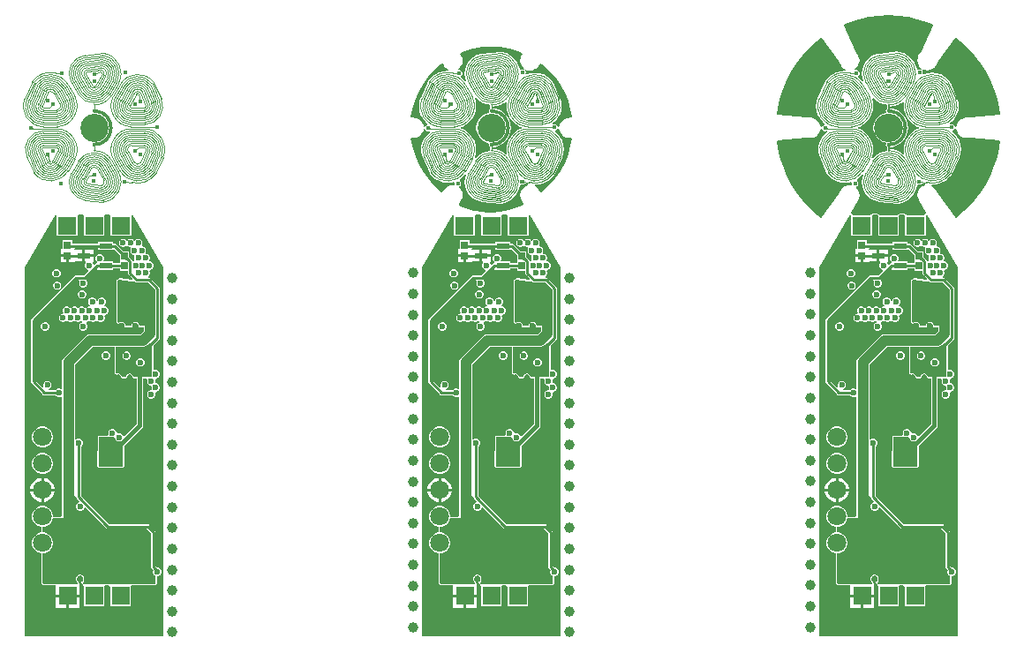
<source format=gbl>
G04*
G04 #@! TF.GenerationSoftware,Altium Limited,Altium Designer,21.0.9 (235)*
G04*
G04 Layer_Physical_Order=4*
G04 Layer_Color=16711680*
%FSAX44Y44*%
%MOMM*%
G71*
G04*
G04 #@! TF.SameCoordinates,C9C275F4-687D-4123-80A0-9C6E5F070257*
G04*
G04*
G04 #@! TF.FilePolarity,Positive*
G04*
G01*
G75*
%ADD10C,0.1000*%
%ADD11C,0.3000*%
%ADD13C,1.0000*%
%ADD14C,0.2500*%
%ADD20R,0.6500X0.7000*%
%ADD22R,0.7400X0.7800*%
%ADD34C,2.7000*%
%ADD35R,1.8000X1.8000*%
%ADD36C,0.4000*%
%ADD37C,1.0000*%
%ADD38C,0.5000*%
%ADD39C,1.8000*%
%ADD40C,0.6000*%
%ADD42R,1.3000X0.6000*%
%ADD43C,0.4000*%
G36*
X01773410Y01674719D02*
X01782749Y01673489D01*
X01791945Y01671451D01*
X01800928Y01668618D01*
X01806158Y01666452D01*
X01806622Y01665270D01*
X01795436Y01640862D01*
X01792725Y01636166D01*
X01792690Y01635899D01*
X01792680Y01635884D01*
X01792656Y01635763D01*
X01791991Y01634157D01*
X01791664Y01631676D01*
X01791991Y01629195D01*
X01792948Y01626884D01*
X01794472Y01624898D01*
X01795798Y01623880D01*
X01795158Y01622771D01*
X01794587Y01623008D01*
X01793393D01*
X01792485Y01622631D01*
X01791664Y01622913D01*
X01791152Y01623208D01*
X01791133Y01623403D01*
X01789934Y01627354D01*
X01787988Y01630995D01*
X01785369Y01634187D01*
X01782177Y01636806D01*
X01778536Y01638753D01*
X01774585Y01639951D01*
X01773150Y01640093D01*
X01772795Y01640239D01*
X01772705Y01640202D01*
X01772610Y01640229D01*
X01755282Y01638246D01*
X01755018Y01638099D01*
X01753807Y01637980D01*
X01750233Y01636896D01*
X01746939Y01635135D01*
X01744052Y01632766D01*
X01741683Y01629879D01*
X01739922Y01626585D01*
X01738838Y01623011D01*
X01738472Y01619294D01*
X01738838Y01615578D01*
X01739922Y01612004D01*
X01738791Y01611519D01*
X01736979Y01613727D01*
X01734743Y01615562D01*
X01734924Y01617007D01*
X01734949Y01617036D01*
X01735769Y01617855D01*
X01736225Y01618958D01*
Y01620151D01*
X01735769Y01621254D01*
X01734925Y01622098D01*
X01733822Y01622555D01*
X01732629D01*
X01732480Y01622493D01*
X01731839Y01623602D01*
X01733528Y01624898D01*
X01735052Y01626884D01*
X01736009Y01629195D01*
X01736316Y01631529D01*
X01736377Y01631676D01*
X01736316Y01631824D01*
X01736009Y01634157D01*
X01735108Y01636332D01*
X01735087Y01636490D01*
X01732564Y01640862D01*
X01721378Y01665270D01*
X01721842Y01666452D01*
X01727071Y01668618D01*
X01736055Y01671451D01*
X01745251Y01673489D01*
X01754590Y01674719D01*
X01764000Y01675130D01*
X01773410Y01674719D01*
D02*
G37*
G36*
X01391808Y01644625D02*
X01400431Y01643160D01*
X01408835Y01640739D01*
X01412486Y01639227D01*
X01412894Y01638024D01*
X01411801Y01636132D01*
X01411766Y01635865D01*
X01411756Y01635850D01*
X01411732Y01635729D01*
X01411067Y01634123D01*
X01410740Y01631642D01*
X01411067Y01629161D01*
X01412024Y01626849D01*
X01413548Y01624864D01*
X01414874Y01623846D01*
X01414234Y01622737D01*
X01413663Y01622973D01*
X01412469D01*
X01411561Y01622597D01*
X01410740Y01622878D01*
X01410228Y01623174D01*
X01410209Y01623369D01*
X01409010Y01627320D01*
X01407064Y01630961D01*
X01404445Y01634153D01*
X01401253Y01636772D01*
X01397612Y01638718D01*
X01393661Y01639917D01*
X01392226Y01640058D01*
X01391871Y01640205D01*
X01391781Y01640168D01*
X01391687Y01640195D01*
X01374358Y01638212D01*
X01374094Y01638065D01*
X01372883Y01637946D01*
X01369309Y01636862D01*
X01366015Y01635101D01*
X01363128Y01632732D01*
X01360759Y01629845D01*
X01358998Y01626551D01*
X01357914Y01622977D01*
X01357548Y01619260D01*
X01357914Y01615543D01*
X01358998Y01611969D01*
X01357867Y01611485D01*
X01356055Y01613693D01*
X01353820Y01615527D01*
X01354000Y01616973D01*
X01354025Y01617001D01*
X01354845Y01617821D01*
X01355302Y01618924D01*
Y01620117D01*
X01354845Y01621220D01*
X01354001Y01622064D01*
X01352898Y01622520D01*
X01351705D01*
X01351556Y01622459D01*
X01350915Y01623568D01*
X01352604Y01624864D01*
X01354128Y01626849D01*
X01355085Y01629161D01*
X01355392Y01631495D01*
X01355453Y01631642D01*
X01355392Y01631789D01*
X01355085Y01634123D01*
X01354184Y01636298D01*
X01354164Y01636456D01*
X01353258Y01638024D01*
X01353667Y01639227D01*
X01357317Y01640739D01*
X01365721Y01643160D01*
X01374344Y01644625D01*
X01383076Y01645115D01*
X01391808Y01644625D01*
D02*
G37*
G36*
X01833403Y01649869D02*
X01840348Y01643505D01*
X01846711Y01636561D01*
X01852445Y01629088D01*
X01857506Y01621143D01*
X01861856Y01612789D01*
X01865460Y01604086D01*
X01868293Y01595103D01*
X01870332Y01585907D01*
X01871070Y01580295D01*
X01870279Y01579302D01*
X01843548Y01576785D01*
X01838500D01*
X01838353Y01576724D01*
X01836019Y01576417D01*
X01833707Y01575459D01*
X01831722Y01573936D01*
X01830198Y01571951D01*
X01829241Y01569639D01*
X01829034Y01568071D01*
X01827764Y01568154D01*
Y01568207D01*
X01827308Y01569310D01*
X01826464Y01570154D01*
X01825361Y01570610D01*
X01824168D01*
X01823065Y01570154D01*
X01822881Y01570189D01*
X01822516Y01570508D01*
X01822453Y01571498D01*
X01822974Y01571777D01*
X01825862Y01574146D01*
X01828231Y01577033D01*
X01829991Y01580327D01*
X01831075Y01583901D01*
X01831442Y01587618D01*
X01831075Y01591334D01*
X01829991Y01594908D01*
X01829925Y01595032D01*
X01829923Y01595152D01*
X01823317Y01610366D01*
X01822976Y01611150D01*
X01822942Y01611189D01*
X01822939Y01611230D01*
X01822726Y01611432D01*
X01822715Y01611424D01*
X01822651Y01611480D01*
X01820806Y01613727D01*
X01817615Y01616346D01*
X01813974Y01618293D01*
X01810023Y01619491D01*
X01805914Y01619896D01*
X01801805Y01619491D01*
X01797908Y01618309D01*
X01797744Y01618403D01*
X01796915Y01619231D01*
X01796990Y01619411D01*
Y01620604D01*
X01796533Y01621707D01*
X01796086Y01622154D01*
X01796806Y01623230D01*
X01798769Y01622417D01*
X01801250Y01622091D01*
X01803731Y01622417D01*
X01806043Y01623375D01*
X01808028Y01624898D01*
X01808683Y01625751D01*
X01808880Y01625833D01*
X01808993Y01626106D01*
X01809276Y01626324D01*
X01812111Y01631234D01*
X01827657Y01653125D01*
X01828913Y01653314D01*
X01833403Y01649869D01*
D02*
G37*
G36*
X01431703Y01628100D02*
X01438225Y01622272D01*
X01444052Y01615750D01*
X01449114Y01608618D01*
X01453344Y01600963D01*
X01456691Y01592882D01*
X01459113Y01584478D01*
X01460261Y01577721D01*
X01459441Y01576751D01*
X01457576D01*
X01457429Y01576690D01*
X01455095Y01576382D01*
X01452783Y01575425D01*
X01450798Y01573902D01*
X01449274Y01571916D01*
X01448317Y01569604D01*
X01448111Y01568037D01*
X01446841Y01568120D01*
Y01568173D01*
X01446384Y01569276D01*
X01445540Y01570119D01*
X01444437Y01570576D01*
X01443244D01*
X01442141Y01570119D01*
X01441957Y01570155D01*
X01441592Y01570474D01*
X01441530Y01571464D01*
X01442050Y01571742D01*
X01444938Y01574112D01*
X01447307Y01576999D01*
X01449068Y01580293D01*
X01450152Y01583866D01*
X01450518Y01587583D01*
X01450152Y01591300D01*
X01449068Y01594874D01*
X01449001Y01594998D01*
X01448999Y01595118D01*
X01442393Y01610332D01*
X01442052Y01611116D01*
X01442018Y01611154D01*
X01442015Y01611195D01*
X01441802Y01611398D01*
X01441791Y01611390D01*
X01441727Y01611445D01*
X01439883Y01613693D01*
X01436691Y01616312D01*
X01433050Y01618258D01*
X01429099Y01619457D01*
X01424990Y01619862D01*
X01420881Y01619457D01*
X01416984Y01618275D01*
X01416820Y01618368D01*
X01415992Y01619197D01*
X01416066Y01619377D01*
Y01620570D01*
X01415609Y01621673D01*
X01415163Y01622119D01*
X01415882Y01623196D01*
X01417845Y01622383D01*
X01420326Y01622056D01*
X01422807Y01622383D01*
X01425119Y01623341D01*
X01427104Y01624864D01*
X01427759Y01625717D01*
X01427956Y01625799D01*
X01428069Y01626072D01*
X01428352Y01626289D01*
X01429596Y01628443D01*
X01430837Y01628714D01*
X01431703Y01628100D01*
D02*
G37*
G36*
X01700343Y01653125D02*
X01715888Y01631234D01*
X01718412Y01626863D01*
X01718539Y01626766D01*
X01718609Y01626674D01*
X01718670Y01626526D01*
X01718746Y01626495D01*
X01719972Y01624898D01*
X01721957Y01623375D01*
X01722529Y01623138D01*
X01722216Y01621893D01*
X01722086Y01621906D01*
X01717585Y01621462D01*
X01713257Y01620149D01*
X01709268Y01618017D01*
X01705772Y01615148D01*
X01703953Y01612931D01*
X01703707Y01612694D01*
X01703622Y01612658D01*
X01703589Y01612579D01*
X01703374Y01612371D01*
X01703281Y01612157D01*
Y01612157D01*
X01703280Y01612157D01*
X01696228Y01595916D01*
X01696228Y01595915D01*
X01696227Y01595914D01*
X01696227Y01595912D01*
X01696225Y01595815D01*
X01696152Y01595677D01*
X01694953Y01591726D01*
X01694549Y01587618D01*
X01694953Y01583509D01*
X01696152Y01579558D01*
X01698098Y01575916D01*
X01700717Y01572725D01*
X01702850Y01570975D01*
X01702737Y01570294D01*
X01702477Y01569638D01*
X01701536Y01569248D01*
X01700692Y01568404D01*
X01699227Y01568186D01*
X01698924Y01568388D01*
X01698759Y01569639D01*
X01697802Y01571951D01*
X01696278Y01573936D01*
X01694293Y01575459D01*
X01691981Y01576417D01*
X01689647Y01576724D01*
X01689500Y01576785D01*
X01684452D01*
X01657721Y01579302D01*
X01656929Y01580295D01*
X01657668Y01585907D01*
X01659707Y01595103D01*
X01662540Y01604086D01*
X01666144Y01612789D01*
X01670493Y01621143D01*
X01675555Y01629088D01*
X01681289Y01636561D01*
X01687652Y01643505D01*
X01694597Y01649869D01*
X01699087Y01653314D01*
X01700343Y01653125D01*
D02*
G37*
G36*
X01336556Y01628443D02*
X01337488Y01626828D01*
X01337615Y01626732D01*
X01337686Y01626639D01*
X01337746Y01626492D01*
X01337823Y01626461D01*
X01339048Y01624864D01*
X01341033Y01623341D01*
X01341605Y01623104D01*
X01341293Y01621859D01*
X01341162Y01621871D01*
X01336661Y01621428D01*
X01332333Y01620115D01*
X01328345Y01617983D01*
X01324848Y01615114D01*
X01323029Y01612897D01*
X01322784Y01612660D01*
X01322698Y01612624D01*
X01322665Y01612545D01*
X01322450Y01612337D01*
X01322357Y01612123D01*
Y01612123D01*
X01322357Y01612123D01*
X01315305Y01595882D01*
X01315305Y01595880D01*
X01315303Y01595879D01*
X01315303Y01595878D01*
X01315301Y01595781D01*
X01315228Y01595643D01*
X01314029Y01591692D01*
X01313625Y01587583D01*
X01314029Y01583474D01*
X01315228Y01579523D01*
X01317174Y01575882D01*
X01319793Y01572691D01*
X01321926Y01570940D01*
X01321813Y01570260D01*
X01321553Y01569603D01*
X01320612Y01569214D01*
X01319768Y01568370D01*
X01318303Y01568152D01*
X01318000Y01568354D01*
X01317835Y01569604D01*
X01316878Y01571916D01*
X01315354Y01573902D01*
X01313369Y01575425D01*
X01311057Y01576382D01*
X01308723Y01576690D01*
X01308576Y01576751D01*
X01306711D01*
X01305892Y01577721D01*
X01307040Y01584478D01*
X01309461Y01592882D01*
X01312808Y01600963D01*
X01317038Y01608618D01*
X01322099Y01615750D01*
X01327927Y01622272D01*
X01334449Y01628100D01*
X01335315Y01628714D01*
X01336556Y01628443D01*
D02*
G37*
G36*
X01777908Y01592356D02*
X01778919Y01591705D01*
X01778569Y01588147D01*
X01778959Y01584181D01*
X01780116Y01580367D01*
X01781711Y01577383D01*
X01781653Y01577350D01*
X01781996Y01576707D01*
X01782285Y01576322D01*
X01782286Y01576321D01*
X01782346Y01576296D01*
X01782723Y01575591D01*
X01785251Y01572510D01*
X01788332Y01569982D01*
X01791847Y01568103D01*
X01792872Y01567793D01*
Y01566523D01*
X01791847Y01566212D01*
X01788332Y01564333D01*
X01785251Y01561805D01*
X01782723Y01558724D01*
X01782346Y01558019D01*
X01782286Y01557994D01*
X01782285Y01557993D01*
X01781996Y01557608D01*
X01781653Y01556965D01*
X01781711Y01556932D01*
X01780116Y01553948D01*
X01778959Y01550134D01*
X01778569Y01546168D01*
X01778919Y01542610D01*
X01777908Y01541960D01*
X01777753Y01541924D01*
X01776023Y01543343D01*
X01772508Y01545222D01*
X01768694Y01546379D01*
X01765623Y01546681D01*
Y01548525D01*
X01767666Y01548726D01*
X01771192Y01549796D01*
X01774440Y01551532D01*
X01777288Y01553869D01*
X01779625Y01556717D01*
X01781362Y01559966D01*
X01782431Y01563491D01*
X01782793Y01567157D01*
X01782431Y01570824D01*
X01781362Y01574349D01*
X01779625Y01577598D01*
X01777288Y01580446D01*
X01774440Y01582783D01*
X01771192Y01584520D01*
X01767666Y01585589D01*
X01765623Y01585790D01*
Y01587634D01*
X01768694Y01587936D01*
X01772508Y01589093D01*
X01776023Y01590972D01*
X01777753Y01592391D01*
X01777908Y01592356D01*
D02*
G37*
G36*
X01396984Y01592321D02*
X01397995Y01591671D01*
X01397645Y01588113D01*
X01398035Y01584147D01*
X01399192Y01580333D01*
X01400787Y01577349D01*
X01400729Y01577315D01*
X01401073Y01576672D01*
X01401361Y01576288D01*
X01401362Y01576287D01*
X01401422Y01576262D01*
X01401799Y01575557D01*
X01404327Y01572476D01*
X01407408Y01569948D01*
X01410923Y01568069D01*
X01411948Y01567758D01*
Y01566488D01*
X01410923Y01566178D01*
X01407408Y01564299D01*
X01404327Y01561770D01*
X01401799Y01558690D01*
X01401422Y01557985D01*
X01401362Y01557960D01*
X01401361Y01557959D01*
X01401073Y01557574D01*
X01400729Y01556931D01*
X01400787Y01556898D01*
X01399192Y01553914D01*
X01398035Y01550100D01*
X01397645Y01546134D01*
X01397995Y01542575D01*
X01396984Y01541925D01*
X01396829Y01541889D01*
X01395099Y01543309D01*
X01391584Y01545188D01*
X01387771Y01546345D01*
X01384700Y01546647D01*
Y01548491D01*
X01386742Y01548692D01*
X01390268Y01549761D01*
X01393517Y01551498D01*
X01396364Y01553835D01*
X01398701Y01556683D01*
X01400438Y01559932D01*
X01401508Y01563457D01*
X01401869Y01567123D01*
X01401508Y01570789D01*
X01400438Y01574315D01*
X01398701Y01577564D01*
X01396364Y01580412D01*
X01393517Y01582749D01*
X01390268Y01584485D01*
X01386742Y01585555D01*
X01384700Y01585756D01*
Y01587599D01*
X01387771Y01587902D01*
X01391584Y01589059D01*
X01395099Y01590938D01*
X01396829Y01592357D01*
X01396984Y01592321D01*
D02*
G37*
G36*
X01750316Y01594920D02*
X01753092Y01592641D01*
X01756260Y01590948D01*
X01759697Y01589906D01*
X01761248Y01589753D01*
X01762376Y01589158D01*
Y01585281D01*
X01762198Y01585162D01*
X01761645Y01584335D01*
X01761451Y01583360D01*
X01761579Y01582715D01*
X01761645Y01582384D01*
X01760829Y01581319D01*
X01758403Y01580669D01*
X01755097Y01578760D01*
X01752397Y01576061D01*
X01750488Y01572754D01*
X01749500Y01569066D01*
Y01565249D01*
X01750488Y01561561D01*
X01752397Y01558254D01*
X01755097Y01555555D01*
X01758403Y01553646D01*
X01760829Y01552996D01*
X01761645Y01551931D01*
X01761579Y01551600D01*
X01761451Y01550956D01*
X01761645Y01549980D01*
X01762198Y01549153D01*
X01762376Y01549034D01*
Y01545158D01*
X01762068Y01544643D01*
X01759697Y01544410D01*
X01756260Y01543367D01*
X01753092Y01541674D01*
X01750316Y01539395D01*
X01749005Y01537797D01*
X01747884Y01538388D01*
X01749041Y01542202D01*
X01749431Y01546168D01*
X01749041Y01550134D01*
X01747884Y01553948D01*
X01746289Y01556932D01*
X01746347Y01556966D01*
X01746003Y01557608D01*
X01745715Y01557993D01*
X01745714Y01557994D01*
X01745654Y01558019D01*
X01745277Y01558724D01*
X01742749Y01561805D01*
X01739668Y01564333D01*
X01736153Y01566212D01*
X01735128Y01566523D01*
Y01567793D01*
X01736153Y01568103D01*
X01739668Y01569982D01*
X01742749Y01572510D01*
X01745277Y01575591D01*
X01745654Y01576296D01*
X01745714Y01576321D01*
X01745715Y01576322D01*
X01746003Y01576707D01*
X01746347Y01577350D01*
X01746289Y01577383D01*
X01747884Y01580367D01*
X01749041Y01584181D01*
X01749431Y01588147D01*
X01749041Y01592113D01*
X01748403Y01594216D01*
X01749327Y01595545D01*
X01749780Y01595572D01*
X01750316Y01594920D01*
D02*
G37*
G36*
X01369392Y01594886D02*
X01372169Y01592607D01*
X01375336Y01590914D01*
X01378773Y01589871D01*
X01380324Y01589718D01*
X01381452Y01589123D01*
Y01585247D01*
X01381274Y01585128D01*
X01380721Y01584301D01*
X01380527Y01583325D01*
X01380655Y01582681D01*
X01380721Y01582350D01*
X01379905Y01581285D01*
X01377479Y01580635D01*
X01374173Y01578726D01*
X01371473Y01576026D01*
X01369564Y01572720D01*
X01368576Y01569032D01*
Y01565214D01*
X01369564Y01561526D01*
X01371473Y01558220D01*
X01374173Y01555520D01*
X01377479Y01553611D01*
X01379905Y01552961D01*
X01380721Y01551897D01*
X01380655Y01551565D01*
X01380527Y01550921D01*
X01380721Y01549946D01*
X01381274Y01549119D01*
X01381452Y01548999D01*
Y01545123D01*
X01381144Y01544609D01*
X01378773Y01544375D01*
X01375336Y01543333D01*
X01372169Y01541640D01*
X01369392Y01539361D01*
X01368081Y01537763D01*
X01366960Y01538354D01*
X01368117Y01542168D01*
X01368507Y01546134D01*
X01368117Y01550100D01*
X01366960Y01553914D01*
X01365365Y01556898D01*
X01365423Y01556931D01*
X01365079Y01557574D01*
X01364791Y01557959D01*
X01364790Y01557960D01*
X01364730Y01557985D01*
X01364353Y01558690D01*
X01361825Y01561770D01*
X01358744Y01564299D01*
X01355229Y01566178D01*
X01354205Y01566488D01*
Y01567758D01*
X01355229Y01568069D01*
X01358744Y01569948D01*
X01361825Y01572476D01*
X01364353Y01575557D01*
X01364730Y01576262D01*
X01364790Y01576287D01*
X01364791Y01576288D01*
X01365079Y01576672D01*
X01365423Y01577315D01*
X01365365Y01577349D01*
X01366960Y01580333D01*
X01368117Y01584147D01*
X01368507Y01588113D01*
X01368117Y01592079D01*
X01366960Y01595893D01*
X01368081Y01596484D01*
X01369392Y01594886D01*
D02*
G37*
G36*
X01829076Y01565927D02*
X01829241Y01564677D01*
X01830198Y01562365D01*
X01831722Y01560379D01*
X01833707Y01558856D01*
X01836019Y01557898D01*
X01838353Y01557591D01*
X01838500Y01557530D01*
X01843548D01*
X01870279Y01555013D01*
X01871070Y01554020D01*
X01870332Y01548408D01*
X01868293Y01539212D01*
X01865460Y01530229D01*
X01861856Y01521527D01*
X01857506Y01513172D01*
X01852445Y01505227D01*
X01846711Y01497755D01*
X01840348Y01490810D01*
X01833403Y01484446D01*
X01832987Y01484127D01*
X01832765Y01484035D01*
X01832718Y01483921D01*
X01828913Y01481001D01*
X01827657Y01481190D01*
X01812112Y01503081D01*
X01809588Y01507452D01*
X01809461Y01507549D01*
X01808028Y01509417D01*
X01806043Y01510940D01*
X01805471Y01511177D01*
X01805783Y01512422D01*
X01805914Y01512410D01*
X01810415Y01512853D01*
X01814743Y01514166D01*
X01818731Y01516298D01*
X01822227Y01519167D01*
X01824047Y01521384D01*
X01824292Y01521621D01*
X01824378Y01521657D01*
X01824411Y01521736D01*
X01824626Y01521944D01*
X01824719Y01522158D01*
Y01522158D01*
X01824719Y01522158D01*
X01831771Y01538399D01*
X01831771Y01538400D01*
X01831773Y01538402D01*
X01831773Y01538403D01*
X01831775Y01538500D01*
X01831848Y01538638D01*
X01833047Y01542589D01*
X01833451Y01546698D01*
X01833047Y01550806D01*
X01831848Y01554757D01*
X01829902Y01558399D01*
X01827283Y01561590D01*
X01825150Y01563340D01*
X01825263Y01564021D01*
X01825523Y01564677D01*
X01826464Y01565067D01*
X01827308Y01565911D01*
X01828772Y01566129D01*
X01829076Y01565927D01*
D02*
G37*
G36*
X01448152Y01565893D02*
X01448317Y01564642D01*
X01449274Y01562330D01*
X01450798Y01560345D01*
X01452783Y01558822D01*
X01455095Y01557864D01*
X01457429Y01557557D01*
X01457576Y01557496D01*
X01459441D01*
X01460261Y01556526D01*
X01459113Y01549769D01*
X01456691Y01541364D01*
X01453344Y01533284D01*
X01449114Y01525629D01*
X01444052Y01518496D01*
X01438225Y01511975D01*
X01432822Y01507147D01*
X01432689Y01507092D01*
X01432647Y01506991D01*
X01431703Y01506147D01*
X01430837Y01505532D01*
X01429596Y01505803D01*
X01428664Y01507418D01*
X01428537Y01507515D01*
X01428467Y01507607D01*
X01428406Y01507754D01*
X01428329Y01507786D01*
X01427104Y01509383D01*
X01425119Y01510906D01*
X01424547Y01511143D01*
X01424859Y01512388D01*
X01424990Y01512375D01*
X01429491Y01512819D01*
X01433819Y01514131D01*
X01437807Y01516263D01*
X01441304Y01519133D01*
X01443123Y01521350D01*
X01443368Y01521587D01*
X01443454Y01521622D01*
X01443487Y01521702D01*
X01443702Y01521910D01*
X01443795Y01522124D01*
Y01522124D01*
X01443795Y01522124D01*
X01450847Y01538364D01*
X01450847Y01538366D01*
X01450849Y01538367D01*
X01450849Y01538369D01*
X01450851Y01538466D01*
X01450924Y01538604D01*
X01452123Y01542554D01*
X01452527Y01546663D01*
X01452123Y01550772D01*
X01450924Y01554723D01*
X01448978Y01558364D01*
X01446359Y01561556D01*
X01444226Y01563306D01*
X01444339Y01563987D01*
X01444599Y01564643D01*
X01445540Y01565033D01*
X01446384Y01565877D01*
X01447849Y01566095D01*
X01448152Y01565893D01*
D02*
G37*
G36*
X01700235Y01566160D02*
Y01566108D01*
X01700692Y01565005D01*
X01701536Y01564161D01*
X01702639Y01563705D01*
X01703832D01*
X01704935Y01564161D01*
X01705052Y01564278D01*
X01705388Y01564173D01*
X01705517Y01562801D01*
X01705025Y01562538D01*
X01702138Y01560169D01*
X01699769Y01557282D01*
X01698009Y01553988D01*
X01696924Y01550414D01*
X01696558Y01546698D01*
X01696924Y01542981D01*
X01698009Y01539407D01*
X01698075Y01539283D01*
X01698077Y01539163D01*
X01704683Y01523949D01*
X01705023Y01523165D01*
X01705058Y01523126D01*
X01705061Y01523085D01*
X01705061Y01523085D01*
X01705274Y01522883D01*
X01705285Y01522891D01*
X01705349Y01522836D01*
X01707193Y01520588D01*
X01710385Y01517969D01*
X01714026Y01516022D01*
X01717977Y01514824D01*
X01722086Y01514419D01*
X01726195Y01514824D01*
X01728121Y01515408D01*
X01728745Y01514876D01*
X01729137Y01514389D01*
Y01513348D01*
X01729206Y01513182D01*
X01728313Y01512019D01*
X01726750Y01512224D01*
X01724269Y01511898D01*
X01721957Y01510940D01*
X01719972Y01509417D01*
X01718746Y01507820D01*
X01718670Y01507789D01*
X01718609Y01507641D01*
X01718539Y01507549D01*
X01718412Y01507452D01*
X01715888Y01503081D01*
X01700343Y01481190D01*
X01699087Y01481001D01*
X01696071Y01483315D01*
X01695269Y01483953D01*
X01695235Y01484035D01*
X01695232Y01484036D01*
X01695085Y01484099D01*
X01694138Y01484866D01*
X01687652Y01490810D01*
X01681289Y01497755D01*
X01675555Y01505227D01*
X01670493Y01513172D01*
X01666144Y01521527D01*
X01662540Y01530229D01*
X01659707Y01539212D01*
X01657668Y01548408D01*
X01656929Y01554020D01*
X01657721Y01555013D01*
X01684452Y01557530D01*
X01689500D01*
X01689647Y01557591D01*
X01691981Y01557898D01*
X01694293Y01558856D01*
X01696278Y01560379D01*
X01697802Y01562365D01*
X01698759Y01564677D01*
X01698965Y01566244D01*
X01700235Y01566160D01*
D02*
G37*
G36*
X01319312Y01566126D02*
Y01566074D01*
X01319768Y01564971D01*
X01320612Y01564127D01*
X01321715Y01563670D01*
X01322908D01*
X01324011Y01564127D01*
X01324128Y01564244D01*
X01324465Y01564138D01*
X01324593Y01562767D01*
X01324102Y01562504D01*
X01321214Y01560135D01*
X01318845Y01557248D01*
X01317085Y01553954D01*
X01316000Y01550380D01*
X01315634Y01546663D01*
X01316000Y01542946D01*
X01317085Y01539373D01*
X01317151Y01539249D01*
X01317153Y01539129D01*
X01323759Y01523914D01*
X01324100Y01523131D01*
X01324134Y01523092D01*
X01324137Y01523051D01*
X01324137Y01523051D01*
X01324350Y01522849D01*
X01324361Y01522857D01*
X01324425Y01522801D01*
X01326270Y01520554D01*
X01329461Y01517935D01*
X01333102Y01515988D01*
X01337053Y01514790D01*
X01341162Y01514385D01*
X01345271Y01514790D01*
X01347197Y01515374D01*
X01347821Y01514842D01*
X01348213Y01514355D01*
Y01513314D01*
X01348282Y01513148D01*
X01347389Y01511985D01*
X01345826Y01512190D01*
X01343345Y01511864D01*
X01341033Y01510906D01*
X01339048Y01509383D01*
X01337823Y01507786D01*
X01337746Y01507754D01*
X01337686Y01507607D01*
X01337615Y01507515D01*
X01337488Y01507418D01*
X01336556Y01505803D01*
X01335315Y01505532D01*
X01334449Y01506147D01*
X01333505Y01506991D01*
X01333463Y01507092D01*
X01333330Y01507147D01*
X01327927Y01511975D01*
X01322099Y01518496D01*
X01317038Y01525629D01*
X01312808Y01533284D01*
X01309461Y01541364D01*
X01307040Y01549769D01*
X01305892Y01556526D01*
X01306711Y01557496D01*
X01308576D01*
X01308723Y01557557D01*
X01311057Y01557864D01*
X01313369Y01558822D01*
X01315354Y01560345D01*
X01316878Y01562330D01*
X01317835Y01564642D01*
X01318042Y01566210D01*
X01319312Y01566126D01*
D02*
G37*
G36*
X01358998Y01522277D02*
X01357914Y01518703D01*
X01357548Y01514986D01*
X01357914Y01511270D01*
X01358998Y01507696D01*
X01360759Y01504402D01*
X01363128Y01501515D01*
X01366015Y01499145D01*
X01369309Y01497385D01*
X01372883Y01496301D01*
X01374094Y01496181D01*
X01374358Y01496035D01*
X01391687Y01494052D01*
X01391781Y01494079D01*
X01391871Y01494041D01*
X01392226Y01494188D01*
X01393661Y01494330D01*
X01397612Y01495528D01*
X01401253Y01497475D01*
X01404445Y01500094D01*
X01407064Y01503285D01*
X01409010Y01506927D01*
X01410209Y01510878D01*
X01410332Y01512126D01*
X01411679Y01512844D01*
X01412090Y01512673D01*
X01413284D01*
X01414386Y01513130D01*
X01414961Y01513705D01*
X01418364Y01513213D01*
X01418356Y01511931D01*
X01417845Y01511864D01*
X01415533Y01510906D01*
X01413548Y01509383D01*
X01412024Y01507397D01*
X01411067Y01505085D01*
X01410740Y01502604D01*
X01411067Y01500123D01*
X01411968Y01497949D01*
X01411988Y01497791D01*
X01413909Y01494465D01*
X01413500Y01493262D01*
X01407770Y01490889D01*
X01399826Y01488479D01*
X01391685Y01486860D01*
X01383423Y01486046D01*
X01379273Y01486046D01*
X01379273Y01486046D01*
X01379273Y01486046D01*
X01374980Y01486317D01*
X01366501Y01487776D01*
X01358227Y01490135D01*
X01352249Y01492557D01*
X01351836Y01493759D01*
X01354164Y01497791D01*
X01354184Y01497949D01*
X01355085Y01500123D01*
X01355392Y01502457D01*
X01355453Y01502604D01*
X01355392Y01502752D01*
X01355085Y01505085D01*
X01354128Y01507397D01*
X01352604Y01509383D01*
X01352142Y01509737D01*
X01352387Y01511150D01*
X01352912Y01511367D01*
X01353756Y01512211D01*
X01354213Y01513314D01*
Y01514507D01*
X01353756Y01515610D01*
X01352912Y01516454D01*
X01352842Y01516483D01*
X01352773Y01517886D01*
X01352863Y01517935D01*
X01356055Y01520554D01*
X01357867Y01522762D01*
X01358998Y01522277D01*
D02*
G37*
G36*
X01739922Y01522311D02*
X01738838Y01518737D01*
X01738472Y01515021D01*
X01738838Y01511304D01*
X01739922Y01507730D01*
X01741683Y01504436D01*
X01744052Y01501549D01*
X01746939Y01499180D01*
X01750233Y01497419D01*
X01753807Y01496335D01*
X01755018Y01496216D01*
X01755282Y01496069D01*
X01772610Y01494086D01*
X01772705Y01494113D01*
X01772795Y01494076D01*
X01773150Y01494223D01*
X01774585Y01494364D01*
X01778536Y01495562D01*
X01782177Y01497509D01*
X01785369Y01500128D01*
X01787988Y01503320D01*
X01789934Y01506961D01*
X01791133Y01510912D01*
X01791256Y01512161D01*
X01792603Y01512878D01*
X01793014Y01512708D01*
X01794208D01*
X01795310Y01513164D01*
X01795885Y01513739D01*
X01799288Y01513247D01*
X01799280Y01511965D01*
X01798769Y01511898D01*
X01796457Y01510940D01*
X01794472Y01509417D01*
X01792948Y01507432D01*
X01791991Y01505120D01*
X01791664Y01502639D01*
X01791991Y01500158D01*
X01792892Y01497983D01*
X01792912Y01497825D01*
X01799805Y01485886D01*
X01799279Y01484257D01*
X01799254Y01484245D01*
X01799118Y01484100D01*
X01798935Y01484024D01*
X01798846Y01483810D01*
X01798687Y01483640D01*
X01797488Y01483259D01*
X01781911D01*
X01780713Y01483640D01*
X01780554Y01483810D01*
X01780465Y01484024D01*
X01780282Y01484100D01*
X01780146Y01484245D01*
X01779077Y01484729D01*
X01778845Y01484737D01*
X01778631Y01484825D01*
X01775069D01*
X01774855Y01484737D01*
X01774623Y01484729D01*
X01773553Y01484245D01*
X01773418Y01484100D01*
X01773235Y01484024D01*
X01773146Y01483810D01*
X01772987Y01483640D01*
X01771788Y01483259D01*
X01756211D01*
X01755013Y01483640D01*
X01754854Y01483810D01*
X01754765Y01484024D01*
X01754582Y01484100D01*
X01754446Y01484245D01*
X01753377Y01484729D01*
X01753145Y01484737D01*
X01752930Y01484825D01*
X01749369D01*
X01749155Y01484737D01*
X01748923Y01484729D01*
X01747854Y01484245D01*
X01747718Y01484100D01*
X01747535Y01484024D01*
X01747446Y01483810D01*
X01747287Y01483640D01*
X01746088Y01483259D01*
X01730511D01*
X01729313Y01483640D01*
X01729154Y01483810D01*
X01729065Y01484024D01*
X01728882Y01484100D01*
X01728746Y01484245D01*
X01728720Y01484257D01*
X01728195Y01485886D01*
X01735087Y01497825D01*
X01735108Y01497983D01*
X01735153Y01498090D01*
X01735250Y01498217D01*
X01735332Y01498522D01*
X01736009Y01500158D01*
X01736240Y01501913D01*
X01736322Y01502218D01*
X01736301Y01502376D01*
X01736316Y01502491D01*
X01736377Y01502639D01*
X01736316Y01502786D01*
X01736009Y01505120D01*
X01735052Y01507432D01*
X01733528Y01509417D01*
X01733066Y01509772D01*
X01733311Y01511184D01*
X01733836Y01511402D01*
X01734680Y01512245D01*
X01735137Y01513348D01*
Y01514542D01*
X01734680Y01515644D01*
X01733836Y01516488D01*
X01733766Y01516517D01*
X01733697Y01517921D01*
X01733787Y01517969D01*
X01736979Y01520588D01*
X01738791Y01522796D01*
X01739922Y01522311D01*
D02*
G37*
G36*
X01830133Y01433432D02*
X01830133Y01079340D01*
X01697927D01*
X01697927Y01433432D01*
X01726987Y01483766D01*
X01727261D01*
X01728330Y01483281D01*
X01728330Y01482496D01*
Y01463281D01*
X01748330D01*
Y01482496D01*
X01748330Y01483281D01*
X01749399Y01483766D01*
X01752961D01*
X01754030Y01483281D01*
X01754030Y01482496D01*
Y01463281D01*
X01774030D01*
Y01482496D01*
X01774030Y01483281D01*
X01775099Y01483766D01*
X01778661D01*
X01779730Y01483281D01*
X01779730Y01482496D01*
Y01463281D01*
X01799730D01*
Y01482496D01*
X01799730Y01483281D01*
X01800799Y01483766D01*
X01801073D01*
X01830133Y01433432D01*
D02*
G37*
G36*
X01449133D02*
X01449133Y01079340D01*
X01316927D01*
X01316927Y01433432D01*
X01345987Y01483766D01*
X01346261D01*
X01347330Y01483281D01*
X01347330Y01482496D01*
Y01463281D01*
X01367330D01*
Y01482496D01*
X01367330Y01483281D01*
X01368399Y01483766D01*
X01371961D01*
X01373030Y01483281D01*
X01373030Y01482496D01*
Y01463281D01*
X01393030D01*
Y01482496D01*
X01393030Y01483281D01*
X01394099Y01483766D01*
X01397661D01*
X01398730Y01483281D01*
X01398730Y01482496D01*
Y01463281D01*
X01418730D01*
Y01482496D01*
X01418730Y01483281D01*
X01419799Y01483766D01*
X01420073D01*
X01449133Y01433432D01*
D02*
G37*
G36*
X01068133D02*
X01068133Y01079340D01*
X00935927D01*
X00935927Y01433432D01*
X00964987Y01483766D01*
X00965261D01*
X00966330Y01483281D01*
X00966330Y01482496D01*
Y01463281D01*
X00986330D01*
Y01482496D01*
X00986330Y01483281D01*
X00987399Y01483766D01*
X00990961D01*
X00992030Y01483281D01*
X00992030Y01482496D01*
Y01463281D01*
X01012030D01*
Y01482496D01*
X01012030Y01483281D01*
X01013099Y01483766D01*
X01016661D01*
X01017730Y01483281D01*
X01017730Y01482496D01*
Y01463281D01*
X01037730D01*
Y01482496D01*
X01037730Y01483281D01*
X01038799Y01483766D01*
X01039073D01*
X01068133Y01433432D01*
D02*
G37*
%LPC*%
G36*
X01807150Y01460551D02*
X01805559D01*
X01804089Y01459942D01*
X01803584Y01459438D01*
X01802755Y01458942D01*
X01801925Y01459438D01*
X01801420Y01459942D01*
X01799950Y01460551D01*
X01798359D01*
X01796889Y01459942D01*
X01796384Y01459438D01*
X01795555Y01458942D01*
X01794725Y01459438D01*
X01794220Y01459942D01*
X01792750Y01460551D01*
X01791159D01*
X01789689Y01459942D01*
X01788564Y01458817D01*
X01787955Y01457347D01*
Y01455756D01*
X01788564Y01454285D01*
X01789689Y01453160D01*
X01791159Y01452551D01*
X01792750D01*
X01794220Y01453160D01*
X01794725Y01453665D01*
X01795555Y01454160D01*
X01796384Y01453665D01*
X01796889Y01453160D01*
X01798359Y01452551D01*
X01798502D01*
X01798775Y01452255D01*
X01799225Y01451281D01*
X01798755Y01450147D01*
Y01448556D01*
X01799364Y01447085D01*
X01800489Y01445960D01*
X01801959Y01445351D01*
X01802102D01*
X01802375Y01445055D01*
X01802825Y01444081D01*
X01802355Y01442947D01*
Y01441356D01*
X01802726Y01440459D01*
X01802270Y01439477D01*
X01801971Y01439164D01*
X01801246Y01439071D01*
X01800991Y01439248D01*
X01800945Y01439309D01*
X01800813Y01439970D01*
X01800316Y01440714D01*
X01797548Y01443482D01*
X01797444Y01443552D01*
Y01448610D01*
X01792188D01*
X01785548Y01455250D01*
X01784803Y01455747D01*
X01783925Y01455922D01*
X01782640D01*
Y01457904D01*
X01767640D01*
Y01456198D01*
X01743030D01*
Y01459204D01*
X01733630D01*
Y01450944D01*
X01732090D01*
Y01445774D01*
X01738330D01*
Y01444504D01*
X01739600D01*
Y01438064D01*
X01744570D01*
X01745509Y01438864D01*
X01752870D01*
Y01444404D01*
Y01449944D01*
X01745695D01*
X01745239Y01450855D01*
X01745821Y01451610D01*
X01767640D01*
Y01449904D01*
X01782640D01*
Y01449904D01*
X01783910Y01450399D01*
X01788944Y01445366D01*
Y01440380D01*
X01788944Y01439610D01*
X01788944D01*
Y01439110D01*
X01788944D01*
Y01437051D01*
X01782640D01*
Y01438904D01*
X01773739D01*
X01773049Y01440174D01*
X01773446Y01441132D01*
Y01442723D01*
X01772837Y01444193D01*
X01771712Y01445319D01*
X01770242Y01445928D01*
X01768651D01*
X01767180Y01445319D01*
X01766055Y01444193D01*
X01765446Y01442723D01*
Y01441132D01*
X01766055Y01439662D01*
X01767173Y01438544D01*
X01767173Y01438500D01*
X01766910Y01437274D01*
X01766690D01*
X01765812Y01437099D01*
X01765068Y01436602D01*
X01764608Y01436143D01*
X01763230Y01436516D01*
X01763051Y01436874D01*
X01762826Y01437416D01*
X01762733Y01437509D01*
X01762667Y01437640D01*
X01763174Y01438864D01*
X01763180D01*
Y01443134D01*
X01755410D01*
Y01438864D01*
X01755696D01*
X01756222Y01437594D01*
X01756044Y01437416D01*
X01755435Y01435945D01*
Y01434354D01*
X01756044Y01432884D01*
X01757169Y01431759D01*
X01758060Y01431390D01*
X01758442Y01429976D01*
X01753990Y01425524D01*
X01746719D01*
X01745841Y01425349D01*
X01745097Y01424852D01*
X01745097Y01424852D01*
X01703988Y01383743D01*
X01703491Y01382999D01*
X01703316Y01382121D01*
Y01323562D01*
X01703491Y01322684D01*
X01703988Y01321940D01*
X01714663Y01311264D01*
X01715407Y01310767D01*
X01716285Y01310593D01*
X01727196D01*
X01728293Y01309496D01*
X01729763Y01308887D01*
X01731354D01*
X01732171Y01309225D01*
X01733441Y01308453D01*
Y01213010D01*
Y01194877D01*
X01732260Y01193697D01*
X01724535D01*
X01724535Y01193697D01*
Y01195612D01*
X01723853Y01198155D01*
X01722537Y01200435D01*
X01720675Y01202297D01*
X01718394Y01203614D01*
X01715851Y01204295D01*
X01713218D01*
X01710675Y01203614D01*
X01708395Y01202297D01*
X01706533Y01200435D01*
X01705216Y01198155D01*
X01704535Y01195612D01*
Y01192979D01*
X01705216Y01190435D01*
X01706533Y01188155D01*
X01708395Y01186293D01*
X01710675Y01184977D01*
X01713218Y01184295D01*
X01713452D01*
Y01178895D01*
X01713218D01*
X01710675Y01178214D01*
X01708395Y01176897D01*
X01706533Y01175035D01*
X01705216Y01172755D01*
X01704535Y01170212D01*
Y01167579D01*
X01705216Y01165035D01*
X01706533Y01162755D01*
X01708395Y01160893D01*
X01710675Y01159577D01*
X01713218Y01158895D01*
X01713452D01*
X01713452Y01140700D01*
X01713452Y01130836D01*
X01713535Y01130637D01*
X01713535Y01130422D01*
X01713687Y01130054D01*
X01713839Y01129902D01*
X01713921Y01129703D01*
X01714798Y01128827D01*
X01714997Y01128744D01*
X01715149Y01128592D01*
X01715348Y01128510D01*
X01715348Y01128510D01*
X01715517Y01128440D01*
X01715732D01*
X01715931Y01128357D01*
X01727090D01*
Y01119170D01*
X01750170D01*
Y01129440D01*
X01750170D01*
X01749786Y01129783D01*
X01749410Y01130504D01*
X01749374Y01130651D01*
X01749353Y01130713D01*
X01749374Y01130775D01*
X01749368Y01130876D01*
X01749294Y01131028D01*
X01749294Y01131028D01*
X01749292Y01131063D01*
X01749272Y01131105D01*
X01749261Y01131285D01*
X01749187Y01131437D01*
X01749187Y01131437D01*
X01749122Y01131593D01*
X01748995Y01131720D01*
X01748977Y01131763D01*
X01748952Y01131788D01*
X01748888Y01131944D01*
X01748067Y01132764D01*
X01747623Y01133837D01*
Y01134997D01*
X01748067Y01136070D01*
X01748888Y01136890D01*
X01749960Y01137335D01*
X01751121D01*
X01752193Y01136890D01*
X01753014Y01136070D01*
X01753458Y01134997D01*
Y01133837D01*
X01753014Y01132764D01*
X01752341Y01132092D01*
X01752197Y01131745D01*
X01752027Y01131410D01*
X01751962Y01130566D01*
X01751966Y01130552D01*
X01751960Y01130538D01*
X01752094Y01130161D01*
X01752218Y01129779D01*
X01752232Y01129772D01*
X01752237Y01129757D01*
X01753123Y01128776D01*
X01753178Y01128715D01*
X01753744Y01128091D01*
X01754010Y01127404D01*
X01754024Y01127249D01*
X01754030Y01127088D01*
Y01107900D01*
X01774030D01*
Y01127088D01*
X01774030Y01127900D01*
X01775110Y01128358D01*
X01778350D01*
X01778350Y01128358D01*
X01779430Y01127088D01*
Y01107900D01*
X01799430D01*
Y01127088D01*
X01799430Y01127900D01*
X01800510Y01128358D01*
X01822661Y01128358D01*
X01822661Y01128358D01*
X01822661Y01128358D01*
X01822661Y01128358D01*
X01822876D01*
X01822975Y01128399D01*
X01823290Y01128440D01*
X01823442Y01128592D01*
X01823640Y01128674D01*
X01823641Y01128675D01*
X01823660Y01128721D01*
X01823660Y01128721D01*
X01823810Y01128871D01*
X01823810Y01128871D01*
X01823856Y01128890D01*
X01823939Y01129089D01*
X01824091Y01129241D01*
X01824091Y01129282D01*
X01824118Y01129313D01*
X01824114Y01129369D01*
X01824105Y01129491D01*
X01824173Y01129655D01*
Y01137040D01*
X01825298D01*
X01826768Y01137650D01*
X01827893Y01138775D01*
X01828502Y01140245D01*
Y01141836D01*
X01827893Y01143306D01*
X01826768Y01144432D01*
X01825298Y01145041D01*
X01824693D01*
X01823073Y01146660D01*
Y01179512D01*
X01822899Y01180390D01*
X01822401Y01181135D01*
X01822401Y01181135D01*
X01817300Y01186236D01*
X01816555Y01186733D01*
X01815678Y01186908D01*
X01778428D01*
X01751570Y01213767D01*
Y01261243D01*
X01752667Y01262340D01*
X01753276Y01263810D01*
Y01265401D01*
X01752667Y01266871D01*
X01751541Y01267997D01*
X01750071Y01268605D01*
X01748480D01*
X01747010Y01267997D01*
X01746946Y01267933D01*
X01745676Y01268459D01*
Y01340137D01*
X01762490Y01356951D01*
X01783714D01*
Y01332180D01*
X01783759Y01332073D01*
X01783750Y01332051D01*
X01783750Y01332050D01*
X01783763Y01332019D01*
X01783749Y01331949D01*
X01783749Y01331948D01*
X01783770Y01331840D01*
X01783876Y01331681D01*
X01783897Y01331579D01*
X01783910Y01331559D01*
X01783911Y01331558D01*
Y01331558D01*
X01783920Y01331535D01*
X01783994Y01331461D01*
X01784067Y01331286D01*
X01784145Y01331207D01*
X01784145Y01331207D01*
X01784212Y01331180D01*
X01784230Y01331152D01*
X01784231Y01331151D01*
X01784254Y01331146D01*
X01784319Y01331050D01*
X01785342Y01330366D01*
X01785456Y01330343D01*
X01785469Y01330323D01*
X01785471Y01330323D01*
X01785503Y01330317D01*
X01785554Y01330266D01*
X01785554D01*
X01785657Y01330223D01*
X01785847Y01330223D01*
X01785943Y01330183D01*
X01785968D01*
X01785992Y01330179D01*
X01786095Y01330199D01*
X01786282Y01330162D01*
X01786390Y01330183D01*
X01786390Y01330183D01*
X01786450Y01330223D01*
X01786483D01*
X01786485Y01330223D01*
X01786502Y01330240D01*
X01786618D01*
X01786769Y01330303D01*
X01787731D01*
X01788619Y01329935D01*
X01789299Y01329254D01*
X01789668Y01328366D01*
Y01328100D01*
X01789750Y01327901D01*
X01789750Y01327686D01*
X01789750Y01327686D01*
X01789813Y01327534D01*
X01789965Y01327382D01*
X01789984Y01327335D01*
X01790031Y01327316D01*
X01790181Y01327166D01*
X01790200Y01327120D01*
X01790246Y01327100D01*
X01790398Y01326949D01*
X01790399Y01326948D01*
X01790399Y01326948D01*
X01790551Y01326885D01*
X01790551Y01326885D01*
X01790766Y01326885D01*
X01790965Y01326803D01*
X01794535D01*
X01794733Y01326885D01*
X01794949Y01326885D01*
X01794949Y01326885D01*
X01795101Y01326948D01*
X01795253Y01327100D01*
X01795300Y01327120D01*
X01795319Y01327166D01*
X01795469Y01327316D01*
X01795515Y01327335D01*
X01795535Y01327382D01*
X01795686Y01327533D01*
X01795687Y01327534D01*
X01795687Y01327534D01*
X01795750Y01327686D01*
X01795750Y01327686D01*
X01795750Y01327901D01*
X01795832Y01328100D01*
Y01328366D01*
X01796200Y01329255D01*
X01796880Y01329935D01*
X01797769Y01330303D01*
X01798731D01*
X01799619Y01329935D01*
X01800300Y01329254D01*
X01800668Y01328366D01*
Y01328100D01*
X01800750Y01327901D01*
X01800750Y01327686D01*
X01800750Y01327686D01*
X01800813Y01327534D01*
X01800965Y01327382D01*
X01800984Y01327335D01*
X01801031Y01327316D01*
X01801181Y01327166D01*
X01801200Y01327120D01*
X01801246Y01327100D01*
X01801398Y01326949D01*
X01801399Y01326948D01*
X01801399Y01326948D01*
X01801551Y01326885D01*
X01801551Y01326885D01*
X01801766Y01326885D01*
X01801965Y01326803D01*
X01804836D01*
Y01282798D01*
X01793214Y01271175D01*
X01791794Y01271551D01*
X01791431Y01272427D01*
X01790306Y01273552D01*
X01788836Y01274161D01*
X01787245D01*
X01786895Y01274016D01*
X01785625Y01274865D01*
Y01275096D01*
X01785016Y01276566D01*
X01783891Y01277691D01*
X01782421Y01278300D01*
X01780829D01*
X01779359Y01277691D01*
X01778234Y01276566D01*
X01777625Y01275096D01*
Y01273504D01*
X01777897Y01272848D01*
X01777048Y01271578D01*
X01768750D01*
X01768374Y01271422D01*
X01767996Y01271272D01*
X01767993Y01271264D01*
X01767984Y01271261D01*
X01767829Y01270885D01*
X01767668Y01270512D01*
X01767238Y01242692D01*
X01767239Y01242689D01*
X01767237Y01242686D01*
X01767391Y01242304D01*
X01767543Y01241922D01*
X01767545Y01241921D01*
X01767547Y01241918D01*
X01768436Y01241011D01*
X01768438Y01241010D01*
X01768440Y01241007D01*
X01768821Y01240847D01*
X01769198Y01240686D01*
X01769201Y01240687D01*
X01769203Y01240686D01*
X01790946Y01240582D01*
X01790948Y01240583D01*
X01790949Y01240582D01*
X01791325Y01240737D01*
X01791713Y01240895D01*
X01791714Y01240897D01*
X01791715Y01240897D01*
X01792615Y01241793D01*
X01792616Y01241794D01*
X01792617Y01241795D01*
X01792775Y01242175D01*
X01792934Y01242558D01*
X01792934Y01242559D01*
X01792934Y01242560D01*
Y01262244D01*
X01810058Y01279368D01*
X01810058Y01279368D01*
X01810721Y01280360D01*
X01810954Y01281531D01*
X01810954Y01281531D01*
Y01326803D01*
X01814236D01*
X01815084Y01325533D01*
X01814835Y01324931D01*
Y01323340D01*
X01815444Y01321869D01*
X01816569Y01320744D01*
X01818039Y01320135D01*
X01818409D01*
X01819258Y01318865D01*
X01819172Y01318656D01*
Y01317065D01*
X01819445Y01316405D01*
X01818596Y01315135D01*
X01818039D01*
X01816569Y01314526D01*
X01815444Y01313401D01*
X01814835Y01311931D01*
Y01310340D01*
X01815444Y01308869D01*
X01816569Y01307744D01*
X01818039Y01307135D01*
X01819631D01*
X01821101Y01307744D01*
X01822226Y01308869D01*
X01822835Y01310340D01*
Y01311931D01*
X01822562Y01312591D01*
X01823410Y01313861D01*
X01823967D01*
X01825437Y01314470D01*
X01826563Y01315595D01*
X01827172Y01317065D01*
Y01318656D01*
X01826563Y01320127D01*
X01825437Y01321252D01*
X01823967Y01321861D01*
X01823597D01*
X01822749Y01323131D01*
X01822835Y01323340D01*
Y01324931D01*
X01822556Y01325603D01*
X01823405Y01326873D01*
X01823967D01*
X01825437Y01327482D01*
X01826563Y01328607D01*
X01827172Y01330077D01*
Y01331669D01*
X01826563Y01333139D01*
X01825437Y01334264D01*
X01823967Y01334873D01*
X01822376D01*
X01822102Y01334760D01*
X01820832Y01335608D01*
X01820832Y01357979D01*
X01826500Y01363647D01*
X01826500Y01363647D01*
X01826998Y01364392D01*
X01827172Y01365270D01*
X01827172Y01365270D01*
Y01412911D01*
X01826998Y01413788D01*
X01826500Y01414533D01*
X01826500Y01414533D01*
X01818487Y01422546D01*
X01817743Y01423044D01*
X01816865Y01423218D01*
X01816338D01*
X01816034Y01423889D01*
X01815948Y01424488D01*
X01816946Y01425485D01*
X01817555Y01426956D01*
Y01428547D01*
X01817085Y01429681D01*
X01817534Y01430655D01*
X01817808Y01430951D01*
X01817950D01*
X01819420Y01431560D01*
X01820546Y01432685D01*
X01821155Y01434156D01*
Y01435747D01*
X01820546Y01437217D01*
X01819420Y01438342D01*
X01817950Y01438951D01*
X01817808D01*
X01817534Y01439248D01*
X01817085Y01440221D01*
X01817555Y01441356D01*
Y01442947D01*
X01816946Y01444417D01*
X01815820Y01445542D01*
X01814350Y01446151D01*
X01814208D01*
X01813934Y01446448D01*
X01813485Y01447421D01*
X01813955Y01448556D01*
Y01450147D01*
X01813346Y01451617D01*
X01812220Y01452742D01*
X01810750Y01453351D01*
X01810608D01*
X01810334Y01453648D01*
X01809885Y01454621D01*
X01810355Y01455756D01*
Y01457347D01*
X01809746Y01458817D01*
X01808620Y01459942D01*
X01807150Y01460551D01*
D02*
G37*
G36*
X01755410Y01449944D02*
Y01445674D01*
X01763180D01*
Y01449944D01*
X01755410D01*
D02*
G37*
G36*
X01737060Y01443234D02*
X01732090D01*
Y01438064D01*
X01737060D01*
Y01443234D01*
D02*
G37*
G36*
X01728821Y01431480D02*
X01727229D01*
X01725759Y01430871D01*
X01724634Y01429746D01*
X01724025Y01428276D01*
Y01426684D01*
X01724634Y01425214D01*
X01725759Y01424089D01*
X01727229Y01423480D01*
X01728821D01*
X01730291Y01424089D01*
X01731416Y01425214D01*
X01732025Y01426684D01*
Y01428276D01*
X01731416Y01429746D01*
X01730291Y01430871D01*
X01728821Y01431480D01*
D02*
G37*
G36*
X01729395Y01419824D02*
X01727804D01*
X01726334Y01419215D01*
X01725208Y01418090D01*
X01724599Y01416620D01*
Y01415028D01*
X01725208Y01413558D01*
X01726334Y01412433D01*
X01727804Y01411824D01*
X01729395D01*
X01730865Y01412433D01*
X01731990Y01413558D01*
X01732599Y01415028D01*
Y01416620D01*
X01731990Y01418090D01*
X01730865Y01419215D01*
X01729395Y01419824D01*
D02*
G37*
G36*
X01776171Y01352470D02*
X01774579D01*
X01773109Y01351861D01*
X01771984Y01350736D01*
X01771375Y01349266D01*
Y01347675D01*
X01771984Y01346204D01*
X01773109Y01345079D01*
X01774579Y01344470D01*
X01776171D01*
X01777641Y01345079D01*
X01778766Y01346204D01*
X01779375Y01347675D01*
Y01349266D01*
X01778766Y01350736D01*
X01777641Y01351861D01*
X01776171Y01352470D01*
D02*
G37*
G36*
X01715851Y01280495D02*
X01713218D01*
X01710675Y01279814D01*
X01708395Y01278497D01*
X01706533Y01276635D01*
X01705216Y01274355D01*
X01704535Y01271812D01*
Y01269179D01*
X01705216Y01266635D01*
X01706533Y01264355D01*
X01708395Y01262493D01*
X01710675Y01261177D01*
X01713218Y01260495D01*
X01715851D01*
X01718394Y01261177D01*
X01720675Y01262493D01*
X01722537Y01264355D01*
X01723853Y01266635D01*
X01724535Y01269179D01*
Y01271812D01*
X01723853Y01274355D01*
X01722537Y01276635D01*
X01720675Y01278497D01*
X01718394Y01279814D01*
X01715851Y01280495D01*
D02*
G37*
G36*
Y01255095D02*
X01713218D01*
X01710675Y01254414D01*
X01708395Y01253097D01*
X01706533Y01251235D01*
X01705216Y01248955D01*
X01704535Y01246412D01*
Y01243779D01*
X01705216Y01241235D01*
X01706533Y01238955D01*
X01708395Y01237093D01*
X01710675Y01235777D01*
X01713218Y01235095D01*
X01715851D01*
X01718394Y01235777D01*
X01720675Y01237093D01*
X01722537Y01238955D01*
X01723853Y01241235D01*
X01724535Y01243779D01*
Y01246412D01*
X01723853Y01248955D01*
X01722537Y01251235D01*
X01720675Y01253097D01*
X01718394Y01254414D01*
X01715851Y01255095D01*
D02*
G37*
G36*
X01716054Y01231235D02*
X01715805D01*
Y01220965D01*
X01726075D01*
Y01221214D01*
X01725288Y01224149D01*
X01723769Y01226781D01*
X01721620Y01228929D01*
X01718989Y01230449D01*
X01716054Y01231235D01*
D02*
G37*
G36*
X01713265D02*
X01713015D01*
X01710080Y01230449D01*
X01707449Y01228929D01*
X01705300Y01226781D01*
X01703781Y01224149D01*
X01702995Y01221214D01*
Y01220965D01*
X01713265D01*
Y01231235D01*
D02*
G37*
G36*
X01726075Y01218425D02*
X01715805D01*
Y01208155D01*
X01716054D01*
X01718989Y01208942D01*
X01721620Y01210461D01*
X01723769Y01212609D01*
X01725288Y01215241D01*
X01726075Y01218176D01*
Y01218425D01*
D02*
G37*
G36*
X01713265D02*
X01702995D01*
Y01218176D01*
X01703781Y01215241D01*
X01705300Y01212609D01*
X01707449Y01210461D01*
X01710080Y01208942D01*
X01713015Y01208155D01*
X01713265D01*
Y01218425D01*
D02*
G37*
G36*
X01750170Y01116630D02*
X01739900D01*
Y01106360D01*
X01750170D01*
Y01116630D01*
D02*
G37*
G36*
X01737360D02*
X01727090D01*
Y01106360D01*
X01737360D01*
Y01116630D01*
D02*
G37*
%LPD*%
G36*
X01788944Y01430110D02*
X01796400D01*
Y01427635D01*
X01796574Y01426757D01*
X01797072Y01426013D01*
X01801018Y01422066D01*
X01800451Y01420930D01*
X01787862Y01422702D01*
X01787823Y01422692D01*
X01787787Y01422710D01*
X01787427Y01422590D01*
X01787060Y01422495D01*
X01787039Y01422460D01*
X01787001Y01422447D01*
X01786042Y01421614D01*
X01786024Y01421578D01*
X01785987Y01421562D01*
X01785842Y01421212D01*
X01785673Y01420873D01*
X01785685Y01420834D01*
X01785670Y01420797D01*
Y01380762D01*
X01785752Y01380563D01*
Y01380347D01*
X01785905Y01380195D01*
X01785987Y01379996D01*
X01786186Y01379914D01*
X01786338Y01379762D01*
X01787608Y01379236D01*
X01787823D01*
X01788022Y01379153D01*
X01788221Y01379236D01*
X01788437D01*
X01788561Y01379359D01*
X01789832Y01379886D01*
X01790992D01*
X01792065Y01379442D01*
X01792885Y01378621D01*
X01793330Y01377549D01*
Y01376968D01*
X01793647Y01376203D01*
X01794412Y01375886D01*
X01799680D01*
X01800445Y01376203D01*
X01800762Y01376968D01*
Y01377549D01*
X01801207Y01378621D01*
X01802027Y01379442D01*
X01803100Y01379886D01*
X01804260D01*
X01805333Y01379442D01*
X01806153Y01378621D01*
X01806597Y01377549D01*
Y01376968D01*
X01806915Y01376203D01*
X01807680Y01375886D01*
X01811511D01*
Y01371934D01*
X01808763Y01369186D01*
X01759956D01*
X01757615Y01368720D01*
X01755631Y01367394D01*
X01735233Y01346996D01*
X01733907Y01345012D01*
X01733441Y01342671D01*
Y01317320D01*
X01732171Y01316548D01*
X01731354Y01316887D01*
X01729763D01*
X01728293Y01316278D01*
X01727196Y01315181D01*
X01720725D01*
X01720473Y01316451D01*
X01721429Y01316847D01*
X01722554Y01317972D01*
X01723163Y01319442D01*
Y01321033D01*
X01722554Y01322504D01*
X01721429Y01323629D01*
X01719959Y01324238D01*
X01718368D01*
X01716897Y01323629D01*
X01715772Y01322504D01*
X01715163Y01321033D01*
Y01319442D01*
X01715441Y01318771D01*
X01714365Y01318051D01*
X01707904Y01324512D01*
Y01381171D01*
X01747669Y01420936D01*
X01749437D01*
X01750157Y01419666D01*
X01749782Y01418760D01*
Y01417169D01*
X01750391Y01415699D01*
X01751516Y01414574D01*
X01752986Y01413965D01*
X01754578D01*
X01756048Y01414574D01*
X01757173Y01415699D01*
X01757782Y01417169D01*
Y01418760D01*
X01757173Y01420231D01*
X01756493Y01420910D01*
X01756562Y01421608D01*
X01766467Y01431512D01*
X01767640Y01431026D01*
Y01430904D01*
X01782640D01*
Y01432463D01*
X01788944D01*
Y01430110D01*
D02*
G37*
G36*
X01800301Y01419858D02*
X01803706Y01419379D01*
X01803783Y01419302D01*
X01804527Y01418805D01*
X01805405Y01418630D01*
X01815915D01*
X01822448Y01412096D01*
Y01376968D01*
X01807895D01*
X01807743Y01377031D01*
X01807680Y01377184D01*
Y01377764D01*
X01807598Y01377963D01*
Y01377963D01*
X01807071Y01379234D01*
X01805946Y01380359D01*
X01804476Y01380968D01*
X01802884D01*
X01802685Y01380886D01*
X01802685D01*
X01801414Y01380359D01*
X01800289Y01379234D01*
X01799680Y01377764D01*
Y01377184D01*
X01799617Y01377031D01*
X01799465Y01376968D01*
X01794627D01*
X01794475Y01377031D01*
X01794412Y01377184D01*
Y01377764D01*
X01794330Y01377963D01*
Y01377963D01*
X01793803Y01379234D01*
X01792678Y01380359D01*
X01791208Y01380968D01*
X01789617D01*
X01788146Y01380359D01*
X01788048Y01380262D01*
X01786951Y01380679D01*
X01786752Y01380762D01*
Y01420612D01*
X01786810Y01420729D01*
X01786813Y01420769D01*
X01786842Y01420798D01*
X01786892Y01420918D01*
X01787572Y01421509D01*
X01787698Y01421542D01*
X01787730Y01421566D01*
X01787771Y01421563D01*
X01787894Y01421604D01*
X01800301Y01419858D01*
D02*
G37*
G36*
X01819597Y01360482D02*
X01819636Y01360439D01*
X01819649Y01360439D01*
X01819658Y01360430D01*
X01819686Y01360417D01*
X01819750Y01360264D01*
X01819750Y01335608D01*
Y01333065D01*
X01819172Y01331669D01*
Y01330077D01*
X01819450Y01329405D01*
X01818637Y01328135D01*
X01818039D01*
X01817436Y01327885D01*
X01801965D01*
X01801813Y01327948D01*
X01801750Y01328100D01*
Y01328581D01*
X01801217Y01329868D01*
X01800233Y01330852D01*
X01798946Y01331385D01*
X01797554D01*
X01796267Y01330852D01*
X01795283Y01329868D01*
X01794750Y01328581D01*
Y01328100D01*
X01794687Y01327948D01*
X01794535Y01327885D01*
X01790965D01*
X01790813Y01327948D01*
X01790750Y01328100D01*
Y01328581D01*
X01790217Y01329868D01*
X01789232Y01330852D01*
X01787946Y01331385D01*
X01786554D01*
X01786204Y01331240D01*
X01786179Y01331245D01*
X01786071Y01331223D01*
X01785968Y01331266D01*
X01785943D01*
X01784920Y01331950D01*
X01784910Y01331973D01*
X01784832Y01332051D01*
X01784810Y01332160D01*
X01784797Y01332180D01*
Y01356951D01*
X01811297D01*
X01813638Y01357416D01*
X01815623Y01358743D01*
X01817414Y01360534D01*
X01819597Y01360482D01*
D02*
G37*
G36*
X01780829Y01270300D02*
X01782421D01*
X01782770Y01270445D01*
X01784040Y01269985D01*
Y01269365D01*
X01784649Y01267895D01*
X01785774Y01266770D01*
X01787245Y01266161D01*
X01788836D01*
X01790306Y01266770D01*
X01790582Y01267046D01*
X01791852Y01266519D01*
Y01242560D01*
X01790952Y01241664D01*
X01769209Y01241768D01*
X01768320Y01242675D01*
X01768750Y01270495D01*
X01780358D01*
X01780829Y01270300D01*
D02*
G37*
G36*
X01747083Y01212306D02*
X01747156Y01211939D01*
X01747654Y01211195D01*
X01749945Y01208903D01*
X01749562Y01207490D01*
X01748672Y01207121D01*
X01747547Y01205996D01*
X01746938Y01204526D01*
Y01202934D01*
X01747547Y01201464D01*
X01748672Y01200339D01*
X01750142Y01199730D01*
X01751734D01*
X01753204Y01200339D01*
X01754329Y01201464D01*
X01754698Y01202354D01*
X01756111Y01202737D01*
X01775856Y01182992D01*
X01776600Y01182495D01*
X01777478Y01182320D01*
X01814727D01*
X01818485Y01178562D01*
Y01145710D01*
X01818660Y01144832D01*
X01819157Y01144088D01*
X01820768Y01142478D01*
X01820502Y01141836D01*
Y01140245D01*
X01821111Y01138775D01*
X01822236Y01137650D01*
X01823091Y01137295D01*
Y01129655D01*
X01823091Y01129655D01*
X01823044Y01129636D01*
X01822895Y01129486D01*
X01822876Y01129440D01*
X01822661D01*
X01822661Y01129440D01*
X01778350Y01129440D01*
X01775110D01*
X01753981Y01129440D01*
X01753041Y01130482D01*
X01753106Y01131326D01*
X01753931Y01132151D01*
X01754540Y01133621D01*
Y01135213D01*
X01754458Y01135412D01*
Y01135412D01*
X01753931Y01136683D01*
X01752806Y01137808D01*
X01751336Y01138417D01*
X01749745D01*
X01749546Y01138335D01*
X01749546D01*
X01748275Y01137808D01*
X01747149Y01136683D01*
X01746540Y01135213D01*
Y01133621D01*
X01746623Y01133422D01*
Y01133422D01*
X01747149Y01132151D01*
X01748122Y01131178D01*
X01748187Y01131022D01*
X01748212Y01130998D01*
X01748214Y01130963D01*
X01748288Y01130811D01*
X01748294Y01130710D01*
X01748290Y01130639D01*
X01748091Y01130160D01*
X01747467Y01129440D01*
X01715931Y01129440D01*
X01715762Y01129510D01*
X01715762Y01129510D01*
X01715563Y01129592D01*
X01715411Y01129744D01*
X01715411Y01129744D01*
X01714687Y01130469D01*
X01714535Y01130836D01*
X01714535Y01140700D01*
X01714535Y01158895D01*
X01715851D01*
X01718394Y01159577D01*
X01720675Y01160893D01*
X01722537Y01162755D01*
X01723853Y01165035D01*
X01724535Y01167579D01*
Y01170212D01*
X01723853Y01172755D01*
X01722537Y01175035D01*
X01720675Y01176897D01*
X01718394Y01178214D01*
X01715851Y01178895D01*
X01714535D01*
Y01184295D01*
X01715851D01*
X01718394Y01184977D01*
X01720675Y01186293D01*
X01722537Y01188155D01*
X01723853Y01190435D01*
X01724422Y01192559D01*
X01724535Y01192614D01*
X01733441D01*
X01734206Y01192931D01*
X01734523Y01193697D01*
Y01213010D01*
X01744064Y01215326D01*
X01747083Y01212306D01*
D02*
G37*
%LPC*%
G36*
X01753379Y01411346D02*
X01751788D01*
X01750318Y01410737D01*
X01749193Y01409611D01*
X01748584Y01408141D01*
Y01406550D01*
X01749193Y01405080D01*
X01750318Y01403955D01*
X01751788Y01403346D01*
X01753379D01*
X01754850Y01403955D01*
X01755975Y01405080D01*
X01756584Y01406550D01*
Y01408141D01*
X01755975Y01409611D01*
X01754850Y01410737D01*
X01753379Y01411346D01*
D02*
G37*
G36*
X01763121Y01404226D02*
X01761529D01*
X01760059Y01403617D01*
X01758934Y01402492D01*
X01758325Y01401022D01*
Y01399431D01*
X01758934Y01397961D01*
X01759873Y01397021D01*
X01759691Y01396142D01*
X01759484Y01395751D01*
X01758759D01*
X01757289Y01395142D01*
X01756784Y01394638D01*
X01755955Y01394142D01*
X01755125Y01394638D01*
X01754620Y01395142D01*
X01753150Y01395751D01*
X01751559D01*
X01750089Y01395142D01*
X01749584Y01394638D01*
X01748755Y01394142D01*
X01747925Y01394638D01*
X01747420Y01395142D01*
X01745950Y01395751D01*
X01744359D01*
X01742889Y01395142D01*
X01742384Y01394638D01*
X01741555Y01394142D01*
X01740725Y01394638D01*
X01740220Y01395142D01*
X01738750Y01395751D01*
X01737159D01*
X01735689Y01395142D01*
X01734564Y01394017D01*
X01733955Y01392547D01*
Y01390956D01*
X01734424Y01389821D01*
X01733975Y01388848D01*
X01733702Y01388551D01*
X01733559D01*
X01732089Y01387942D01*
X01730964Y01386817D01*
X01730355Y01385347D01*
Y01383755D01*
X01730964Y01382285D01*
X01732089Y01381160D01*
X01733559Y01380551D01*
X01735150D01*
X01736620Y01381160D01*
X01737125Y01381665D01*
X01737955Y01382160D01*
X01738784Y01381665D01*
X01739289Y01381160D01*
X01740759Y01380551D01*
X01742350D01*
X01743820Y01381160D01*
X01744325Y01381665D01*
X01745155Y01382160D01*
X01745984Y01381665D01*
X01746489Y01381160D01*
X01747959Y01380551D01*
X01749550D01*
X01751020Y01381160D01*
X01751525Y01381665D01*
X01751862Y01381866D01*
X01752520Y01381523D01*
X01752479Y01380735D01*
X01752232Y01380154D01*
X01751494Y01379848D01*
X01750369Y01378723D01*
X01749760Y01377253D01*
Y01375661D01*
X01750369Y01374191D01*
X01751494Y01373066D01*
X01752964Y01372457D01*
X01754556D01*
X01756026Y01373066D01*
X01757151Y01374191D01*
X01757760Y01375661D01*
Y01377253D01*
X01757151Y01378723D01*
X01756593Y01379281D01*
X01756653Y01379769D01*
X01757011Y01380659D01*
X01758220Y01381160D01*
X01758725Y01381665D01*
X01759555Y01382160D01*
X01760384Y01381665D01*
X01760889Y01381160D01*
X01762359Y01380551D01*
X01763950D01*
X01765420Y01381160D01*
X01765925Y01381665D01*
X01766755Y01382160D01*
X01767584Y01381665D01*
X01768089Y01381160D01*
X01769559Y01380551D01*
X01771150D01*
X01772621Y01381160D01*
X01773746Y01382285D01*
X01774355Y01383755D01*
Y01385347D01*
X01773885Y01386481D01*
X01774334Y01387455D01*
X01774608Y01387751D01*
X01774750D01*
X01776221Y01388360D01*
X01777346Y01389485D01*
X01777955Y01390956D01*
Y01392547D01*
X01777346Y01394017D01*
X01776221Y01395142D01*
X01774750Y01395751D01*
X01774312D01*
X01774171Y01395997D01*
X01773923Y01397021D01*
X01774831Y01397929D01*
X01775440Y01399399D01*
Y01400991D01*
X01774831Y01402461D01*
X01773706Y01403586D01*
X01772236Y01404195D01*
X01770644D01*
X01769174Y01403586D01*
X01768049Y01402461D01*
X01767524Y01401193D01*
X01767152Y01401140D01*
X01766462Y01401158D01*
X01766254Y01401193D01*
X01765716Y01402492D01*
X01764591Y01403617D01*
X01763121Y01404226D01*
D02*
G37*
G36*
X01717986Y01380598D02*
X01716395D01*
X01714924Y01379989D01*
X01713799Y01378863D01*
X01713190Y01377393D01*
Y01375802D01*
X01713799Y01374332D01*
X01714924Y01373207D01*
X01716395Y01372598D01*
X01717986D01*
X01719456Y01373207D01*
X01720581Y01374332D01*
X01721190Y01375802D01*
Y01377393D01*
X01720581Y01378863D01*
X01719456Y01379989D01*
X01717986Y01380598D01*
D02*
G37*
G36*
X01796088Y01352338D02*
X01794497D01*
X01793026Y01351729D01*
X01791901Y01350604D01*
X01791292Y01349134D01*
Y01347542D01*
X01791901Y01346072D01*
X01793026Y01344947D01*
X01794497Y01344338D01*
X01796088D01*
X01797558Y01344947D01*
X01798683Y01346072D01*
X01799292Y01347542D01*
Y01349134D01*
X01798683Y01350604D01*
X01797558Y01351729D01*
X01796088Y01352338D01*
D02*
G37*
G36*
X01809192Y01345989D02*
X01807600D01*
X01806130Y01345380D01*
X01805005Y01344255D01*
X01804396Y01342785D01*
Y01341194D01*
X01805005Y01339723D01*
X01806130Y01338598D01*
X01807600Y01337989D01*
X01809192D01*
X01810662Y01338598D01*
X01811787Y01339723D01*
X01812396Y01341194D01*
Y01342785D01*
X01811787Y01344255D01*
X01810662Y01345380D01*
X01809192Y01345989D01*
D02*
G37*
G36*
X01426150Y01460551D02*
X01424559D01*
X01423089Y01459942D01*
X01422584Y01459438D01*
X01421755Y01458942D01*
X01420925Y01459438D01*
X01420421Y01459942D01*
X01418950Y01460551D01*
X01417359D01*
X01415889Y01459942D01*
X01415384Y01459438D01*
X01414555Y01458942D01*
X01413725Y01459438D01*
X01413221Y01459942D01*
X01411750Y01460551D01*
X01410159D01*
X01408689Y01459942D01*
X01407564Y01458817D01*
X01406955Y01457347D01*
Y01455756D01*
X01407564Y01454285D01*
X01408689Y01453160D01*
X01410159Y01452551D01*
X01411750D01*
X01413221Y01453160D01*
X01413725Y01453665D01*
X01414555Y01454160D01*
X01415384Y01453665D01*
X01415889Y01453160D01*
X01417359Y01452551D01*
X01417502D01*
X01417775Y01452255D01*
X01418225Y01451281D01*
X01417755Y01450147D01*
Y01448556D01*
X01418364Y01447085D01*
X01419489Y01445960D01*
X01420959Y01445351D01*
X01421102D01*
X01421375Y01445055D01*
X01421825Y01444081D01*
X01421355Y01442947D01*
Y01441356D01*
X01421726Y01440459D01*
X01421270Y01439477D01*
X01420971Y01439164D01*
X01420246Y01439071D01*
X01419991Y01439248D01*
X01419945Y01439309D01*
X01419813Y01439970D01*
X01419316Y01440714D01*
X01416548Y01443482D01*
X01416444Y01443552D01*
Y01448610D01*
X01411188D01*
X01404548Y01455250D01*
X01403803Y01455747D01*
X01402926Y01455922D01*
X01401640D01*
Y01457904D01*
X01386640D01*
Y01456198D01*
X01362030D01*
Y01459204D01*
X01352630D01*
Y01450944D01*
X01351090D01*
Y01445774D01*
X01357330D01*
Y01444504D01*
X01358600D01*
Y01438064D01*
X01363570D01*
X01364509Y01438864D01*
X01371870D01*
Y01444404D01*
Y01449944D01*
X01364695D01*
X01364239Y01450855D01*
X01364821Y01451610D01*
X01386640D01*
Y01449904D01*
X01401640D01*
Y01449904D01*
X01402910Y01450399D01*
X01407944Y01445366D01*
Y01440380D01*
X01407944Y01439610D01*
X01407944D01*
Y01439110D01*
X01407944D01*
Y01437051D01*
X01401640D01*
Y01438904D01*
X01392739D01*
X01392049Y01440174D01*
X01392446Y01441132D01*
Y01442723D01*
X01391837Y01444193D01*
X01390712Y01445319D01*
X01389242Y01445928D01*
X01387651D01*
X01386181Y01445319D01*
X01385055Y01444193D01*
X01384446Y01442723D01*
Y01441132D01*
X01385055Y01439662D01*
X01386173Y01438544D01*
X01386173Y01438500D01*
X01385910Y01437274D01*
X01385690D01*
X01384812Y01437099D01*
X01384068Y01436602D01*
X01383609Y01436143D01*
X01382229Y01436516D01*
X01382051Y01436874D01*
X01381826Y01437416D01*
X01381733Y01437509D01*
X01381667Y01437640D01*
X01382174Y01438864D01*
X01382180D01*
Y01443134D01*
X01374410D01*
Y01438864D01*
X01374696D01*
X01375222Y01437594D01*
X01375044Y01437416D01*
X01374435Y01435945D01*
Y01434354D01*
X01375044Y01432884D01*
X01376169Y01431759D01*
X01377060Y01431390D01*
X01377442Y01429976D01*
X01372990Y01425524D01*
X01365719D01*
X01364841Y01425349D01*
X01364097Y01424852D01*
X01364097Y01424852D01*
X01322988Y01383743D01*
X01322491Y01382999D01*
X01322316Y01382121D01*
Y01323562D01*
X01322491Y01322684D01*
X01322988Y01321940D01*
X01333663Y01311264D01*
X01334407Y01310767D01*
X01335285Y01310593D01*
X01346196D01*
X01347293Y01309496D01*
X01348763Y01308887D01*
X01350354D01*
X01351171Y01309225D01*
X01352441Y01308453D01*
Y01213010D01*
Y01194877D01*
X01351260Y01193697D01*
X01343535D01*
X01343535Y01193697D01*
Y01195612D01*
X01342853Y01198155D01*
X01341537Y01200435D01*
X01339675Y01202297D01*
X01337395Y01203614D01*
X01334851Y01204295D01*
X01332218D01*
X01329675Y01203614D01*
X01327395Y01202297D01*
X01325533Y01200435D01*
X01324216Y01198155D01*
X01323535Y01195612D01*
Y01192979D01*
X01324216Y01190435D01*
X01325533Y01188155D01*
X01327395Y01186293D01*
X01329675Y01184977D01*
X01332218Y01184295D01*
X01332452D01*
Y01178895D01*
X01332218D01*
X01329675Y01178214D01*
X01327395Y01176897D01*
X01325533Y01175035D01*
X01324216Y01172755D01*
X01323535Y01170212D01*
Y01167579D01*
X01324216Y01165035D01*
X01325533Y01162755D01*
X01327395Y01160893D01*
X01329675Y01159577D01*
X01332218Y01158895D01*
X01332452D01*
X01332452Y01140700D01*
X01332452Y01130836D01*
X01332535Y01130637D01*
X01332535Y01130422D01*
X01332687Y01130054D01*
X01332839Y01129902D01*
X01332921Y01129703D01*
X01333798Y01128827D01*
X01333997Y01128744D01*
X01334149Y01128592D01*
X01334348Y01128510D01*
X01334348Y01128510D01*
X01334516Y01128440D01*
X01334732D01*
X01334931Y01128357D01*
X01346090D01*
Y01119170D01*
X01369170D01*
Y01129440D01*
X01369170D01*
X01368786Y01129783D01*
X01368410Y01130504D01*
X01368374Y01130651D01*
X01368353Y01130713D01*
X01368374Y01130775D01*
X01368368Y01130876D01*
X01368294Y01131028D01*
X01368294Y01131028D01*
X01368292Y01131063D01*
X01368272Y01131105D01*
X01368261Y01131285D01*
X01368187Y01131437D01*
X01368187Y01131437D01*
X01368122Y01131593D01*
X01367995Y01131720D01*
X01367977Y01131763D01*
X01367952Y01131788D01*
X01367888Y01131944D01*
X01367067Y01132764D01*
X01366623Y01133837D01*
Y01134997D01*
X01367067Y01136070D01*
X01367888Y01136890D01*
X01368960Y01137335D01*
X01370121D01*
X01371193Y01136890D01*
X01372014Y01136070D01*
X01372458Y01134997D01*
Y01133837D01*
X01372014Y01132764D01*
X01371341Y01132092D01*
X01371197Y01131745D01*
X01371027Y01131410D01*
X01370962Y01130566D01*
X01370966Y01130552D01*
X01370960Y01130538D01*
X01371094Y01130161D01*
X01371218Y01129779D01*
X01371232Y01129772D01*
X01371237Y01129757D01*
X01372123Y01128776D01*
X01372178Y01128715D01*
X01372744Y01128091D01*
X01373010Y01127404D01*
X01373024Y01127249D01*
X01373030Y01127088D01*
Y01107900D01*
X01393030D01*
Y01127088D01*
X01393030Y01127900D01*
X01394110Y01128358D01*
X01397350D01*
X01397350Y01128358D01*
X01398430Y01127088D01*
Y01107900D01*
X01418430D01*
Y01127088D01*
X01418430Y01127900D01*
X01419510Y01128358D01*
X01441660Y01128358D01*
X01441660Y01128358D01*
X01441661Y01128358D01*
X01441661Y01128358D01*
X01441876D01*
X01441975Y01128399D01*
X01442290Y01128440D01*
X01442442Y01128592D01*
X01442640Y01128674D01*
X01442641Y01128675D01*
X01442660Y01128721D01*
X01442661Y01128721D01*
X01442810Y01128871D01*
X01442810Y01128871D01*
X01442856Y01128890D01*
X01442939Y01129089D01*
X01443091Y01129241D01*
X01443091Y01129282D01*
X01443118Y01129313D01*
X01443114Y01129369D01*
X01443105Y01129491D01*
X01443174Y01129655D01*
Y01137040D01*
X01444297D01*
X01445768Y01137650D01*
X01446893Y01138775D01*
X01447502Y01140245D01*
Y01141836D01*
X01446893Y01143306D01*
X01445768Y01144432D01*
X01444297Y01145041D01*
X01443693D01*
X01442073Y01146660D01*
Y01179512D01*
X01441899Y01180390D01*
X01441401Y01181135D01*
X01441401Y01181135D01*
X01436300Y01186236D01*
X01435556Y01186733D01*
X01434678Y01186908D01*
X01397428D01*
X01370570Y01213767D01*
Y01261243D01*
X01371667Y01262340D01*
X01372276Y01263810D01*
Y01265401D01*
X01371667Y01266871D01*
X01370542Y01267997D01*
X01369071Y01268605D01*
X01367480D01*
X01366010Y01267997D01*
X01365946Y01267933D01*
X01364676Y01268459D01*
Y01340137D01*
X01381490Y01356951D01*
X01402714D01*
Y01332180D01*
X01402759Y01332073D01*
X01402750Y01332051D01*
X01402750Y01332050D01*
X01402763Y01332019D01*
X01402749Y01331949D01*
X01402749Y01331948D01*
X01402770Y01331840D01*
X01402876Y01331681D01*
X01402897Y01331579D01*
X01402910Y01331559D01*
X01402911Y01331558D01*
Y01331558D01*
X01402920Y01331535D01*
X01402994Y01331461D01*
X01403067Y01331286D01*
X01403145Y01331207D01*
X01403145Y01331207D01*
X01403212Y01331180D01*
X01403230Y01331152D01*
X01403231Y01331151D01*
X01403254Y01331146D01*
X01403319Y01331050D01*
X01404342Y01330366D01*
X01404456Y01330343D01*
X01404469Y01330323D01*
X01404471Y01330323D01*
X01404503Y01330317D01*
X01404554Y01330266D01*
X01404554D01*
X01404657Y01330223D01*
X01404847Y01330223D01*
X01404943Y01330183D01*
X01404968D01*
X01404992Y01330179D01*
X01405095Y01330199D01*
X01405282Y01330162D01*
X01405390Y01330183D01*
X01405390Y01330183D01*
X01405450Y01330223D01*
X01405483D01*
X01405485Y01330223D01*
X01405502Y01330240D01*
X01405618D01*
X01405769Y01330303D01*
X01406731D01*
X01407619Y01329935D01*
X01408300Y01329254D01*
X01408667Y01328366D01*
Y01328100D01*
X01408750Y01327901D01*
X01408750Y01327686D01*
X01408750Y01327686D01*
X01408813Y01327534D01*
X01408965Y01327382D01*
X01408985Y01327335D01*
X01409031Y01327316D01*
X01409180Y01327166D01*
X01409200Y01327120D01*
X01409247Y01327100D01*
X01409398Y01326949D01*
X01409399Y01326948D01*
X01409399Y01326948D01*
X01409551Y01326885D01*
X01409551Y01326885D01*
X01409766Y01326885D01*
X01409965Y01326803D01*
X01413535D01*
X01413734Y01326885D01*
X01413949Y01326885D01*
X01413949Y01326885D01*
X01414101Y01326948D01*
X01414253Y01327100D01*
X01414300Y01327120D01*
X01414319Y01327166D01*
X01414469Y01327316D01*
X01414515Y01327335D01*
X01414535Y01327382D01*
X01414686Y01327533D01*
X01414687Y01327534D01*
X01414687Y01327534D01*
X01414750Y01327686D01*
X01414750Y01327686D01*
X01414750Y01327901D01*
X01414832Y01328100D01*
Y01328366D01*
X01415200Y01329255D01*
X01415880Y01329935D01*
X01416769Y01330303D01*
X01417731D01*
X01418619Y01329935D01*
X01419299Y01329254D01*
X01419668Y01328366D01*
Y01328100D01*
X01419750Y01327901D01*
X01419750Y01327686D01*
X01419750Y01327686D01*
X01419813Y01327534D01*
X01419965Y01327382D01*
X01419984Y01327335D01*
X01420031Y01327316D01*
X01420181Y01327166D01*
X01420200Y01327120D01*
X01420246Y01327100D01*
X01420398Y01326949D01*
X01420399Y01326948D01*
X01420399Y01326948D01*
X01420551Y01326885D01*
X01420551Y01326885D01*
X01420766Y01326885D01*
X01420965Y01326803D01*
X01423836D01*
Y01282798D01*
X01412213Y01271175D01*
X01410794Y01271551D01*
X01410431Y01272427D01*
X01409306Y01273552D01*
X01407836Y01274161D01*
X01406245D01*
X01405895Y01274016D01*
X01404625Y01274865D01*
Y01275096D01*
X01404016Y01276566D01*
X01402891Y01277691D01*
X01401420Y01278300D01*
X01399829D01*
X01398359Y01277691D01*
X01397234Y01276566D01*
X01396625Y01275096D01*
Y01273504D01*
X01396897Y01272848D01*
X01396048Y01271578D01*
X01387750D01*
X01387374Y01271422D01*
X01386996Y01271272D01*
X01386993Y01271264D01*
X01386985Y01271261D01*
X01386829Y01270885D01*
X01386668Y01270512D01*
X01386237Y01242692D01*
X01386239Y01242689D01*
X01386237Y01242686D01*
X01386391Y01242304D01*
X01386543Y01241922D01*
X01386546Y01241921D01*
X01386547Y01241918D01*
X01387436Y01241011D01*
X01387438Y01241010D01*
X01387440Y01241007D01*
X01387821Y01240847D01*
X01388198Y01240686D01*
X01388201Y01240687D01*
X01388203Y01240686D01*
X01409946Y01240582D01*
X01409948Y01240583D01*
X01409949Y01240582D01*
X01410325Y01240737D01*
X01410713Y01240895D01*
X01410714Y01240897D01*
X01410715Y01240897D01*
X01411615Y01241793D01*
X01411616Y01241794D01*
X01411617Y01241795D01*
X01411774Y01242175D01*
X01411934Y01242558D01*
X01411934Y01242559D01*
X01411934Y01242560D01*
Y01262244D01*
X01429058Y01279368D01*
X01429058Y01279368D01*
X01429721Y01280360D01*
X01429954Y01281531D01*
X01429954Y01281531D01*
Y01326803D01*
X01433236D01*
X01434084Y01325533D01*
X01433835Y01324931D01*
Y01323340D01*
X01434444Y01321869D01*
X01435569Y01320744D01*
X01437039Y01320135D01*
X01437410D01*
X01438258Y01318865D01*
X01438172Y01318656D01*
Y01317065D01*
X01438445Y01316405D01*
X01437596Y01315135D01*
X01437039D01*
X01435569Y01314526D01*
X01434444Y01313401D01*
X01433835Y01311931D01*
Y01310340D01*
X01434444Y01308869D01*
X01435569Y01307744D01*
X01437039Y01307135D01*
X01438631D01*
X01440101Y01307744D01*
X01441226Y01308869D01*
X01441835Y01310340D01*
Y01311931D01*
X01441562Y01312591D01*
X01442410Y01313861D01*
X01442967D01*
X01444438Y01314470D01*
X01445563Y01315595D01*
X01446172Y01317065D01*
Y01318656D01*
X01445563Y01320127D01*
X01444438Y01321252D01*
X01442967Y01321861D01*
X01442597D01*
X01441749Y01323131D01*
X01441835Y01323340D01*
Y01324931D01*
X01441557Y01325603D01*
X01442405Y01326873D01*
X01442967D01*
X01444438Y01327482D01*
X01445563Y01328607D01*
X01446172Y01330077D01*
Y01331669D01*
X01445563Y01333139D01*
X01444438Y01334264D01*
X01442967Y01334873D01*
X01441376D01*
X01441102Y01334760D01*
X01439832Y01335608D01*
X01439832Y01357979D01*
X01445500Y01363647D01*
X01445500Y01363647D01*
X01445998Y01364392D01*
X01446172Y01365270D01*
X01446172Y01365270D01*
Y01412911D01*
X01445998Y01413788D01*
X01445500Y01414533D01*
X01445500Y01414533D01*
X01437487Y01422546D01*
X01436743Y01423044D01*
X01435865Y01423218D01*
X01435338D01*
X01435034Y01423889D01*
X01434948Y01424488D01*
X01435946Y01425485D01*
X01436555Y01426956D01*
Y01428547D01*
X01436085Y01429681D01*
X01436534Y01430655D01*
X01436808Y01430951D01*
X01436950D01*
X01438421Y01431560D01*
X01439546Y01432685D01*
X01440155Y01434156D01*
Y01435747D01*
X01439546Y01437217D01*
X01438421Y01438342D01*
X01436950Y01438951D01*
X01436808D01*
X01436534Y01439248D01*
X01436085Y01440221D01*
X01436555Y01441356D01*
Y01442947D01*
X01435946Y01444417D01*
X01434821Y01445542D01*
X01433350Y01446151D01*
X01433208D01*
X01432934Y01446448D01*
X01432485Y01447421D01*
X01432955Y01448556D01*
Y01450147D01*
X01432346Y01451617D01*
X01431221Y01452742D01*
X01429750Y01453351D01*
X01429608D01*
X01429334Y01453648D01*
X01428885Y01454621D01*
X01429355Y01455756D01*
Y01457347D01*
X01428746Y01458817D01*
X01427621Y01459942D01*
X01426150Y01460551D01*
D02*
G37*
G36*
X01374410Y01449944D02*
Y01445674D01*
X01382180D01*
Y01449944D01*
X01374410D01*
D02*
G37*
G36*
X01356060Y01443234D02*
X01351090D01*
Y01438064D01*
X01356060D01*
Y01443234D01*
D02*
G37*
G36*
X01347821Y01431480D02*
X01346229D01*
X01344759Y01430871D01*
X01343634Y01429746D01*
X01343025Y01428276D01*
Y01426684D01*
X01343634Y01425214D01*
X01344759Y01424089D01*
X01346229Y01423480D01*
X01347821D01*
X01349291Y01424089D01*
X01350416Y01425214D01*
X01351025Y01426684D01*
Y01428276D01*
X01350416Y01429746D01*
X01349291Y01430871D01*
X01347821Y01431480D01*
D02*
G37*
G36*
X01348395Y01419824D02*
X01346804D01*
X01345334Y01419215D01*
X01344208Y01418090D01*
X01343599Y01416620D01*
Y01415028D01*
X01344208Y01413558D01*
X01345334Y01412433D01*
X01346804Y01411824D01*
X01348395D01*
X01349865Y01412433D01*
X01350990Y01413558D01*
X01351599Y01415028D01*
Y01416620D01*
X01350990Y01418090D01*
X01349865Y01419215D01*
X01348395Y01419824D01*
D02*
G37*
G36*
X01395170Y01352470D02*
X01393579D01*
X01392109Y01351861D01*
X01390984Y01350736D01*
X01390375Y01349266D01*
Y01347675D01*
X01390984Y01346204D01*
X01392109Y01345079D01*
X01393579Y01344470D01*
X01395170D01*
X01396641Y01345079D01*
X01397766Y01346204D01*
X01398375Y01347675D01*
Y01349266D01*
X01397766Y01350736D01*
X01396641Y01351861D01*
X01395170Y01352470D01*
D02*
G37*
G36*
X01334851Y01280495D02*
X01332218D01*
X01329675Y01279814D01*
X01327395Y01278497D01*
X01325533Y01276635D01*
X01324216Y01274355D01*
X01323535Y01271812D01*
Y01269179D01*
X01324216Y01266635D01*
X01325533Y01264355D01*
X01327395Y01262493D01*
X01329675Y01261177D01*
X01332218Y01260495D01*
X01334851D01*
X01337395Y01261177D01*
X01339675Y01262493D01*
X01341537Y01264355D01*
X01342853Y01266635D01*
X01343535Y01269179D01*
Y01271812D01*
X01342853Y01274355D01*
X01341537Y01276635D01*
X01339675Y01278497D01*
X01337395Y01279814D01*
X01334851Y01280495D01*
D02*
G37*
G36*
Y01255095D02*
X01332218D01*
X01329675Y01254414D01*
X01327395Y01253097D01*
X01325533Y01251235D01*
X01324216Y01248955D01*
X01323535Y01246412D01*
Y01243779D01*
X01324216Y01241235D01*
X01325533Y01238955D01*
X01327395Y01237093D01*
X01329675Y01235777D01*
X01332218Y01235095D01*
X01334851D01*
X01337395Y01235777D01*
X01339675Y01237093D01*
X01341537Y01238955D01*
X01342853Y01241235D01*
X01343535Y01243779D01*
Y01246412D01*
X01342853Y01248955D01*
X01341537Y01251235D01*
X01339675Y01253097D01*
X01337395Y01254414D01*
X01334851Y01255095D01*
D02*
G37*
G36*
X01335054Y01231235D02*
X01334805D01*
Y01220965D01*
X01345075D01*
Y01221214D01*
X01344288Y01224149D01*
X01342769Y01226781D01*
X01340620Y01228929D01*
X01337989Y01230449D01*
X01335054Y01231235D01*
D02*
G37*
G36*
X01332265D02*
X01332015D01*
X01329080Y01230449D01*
X01326449Y01228929D01*
X01324300Y01226781D01*
X01322781Y01224149D01*
X01321995Y01221214D01*
Y01220965D01*
X01332265D01*
Y01231235D01*
D02*
G37*
G36*
X01345075Y01218425D02*
X01334805D01*
Y01208155D01*
X01335054D01*
X01337989Y01208942D01*
X01340620Y01210461D01*
X01342769Y01212609D01*
X01344288Y01215241D01*
X01345075Y01218176D01*
Y01218425D01*
D02*
G37*
G36*
X01332265D02*
X01321995D01*
Y01218176D01*
X01322781Y01215241D01*
X01324300Y01212609D01*
X01326449Y01210461D01*
X01329080Y01208942D01*
X01332015Y01208155D01*
X01332265D01*
Y01218425D01*
D02*
G37*
G36*
X01369170Y01116630D02*
X01358900D01*
Y01106360D01*
X01369170D01*
Y01116630D01*
D02*
G37*
G36*
X01356360D02*
X01346090D01*
Y01106360D01*
X01356360D01*
Y01116630D01*
D02*
G37*
%LPD*%
G36*
X01407944Y01430110D02*
X01415400D01*
Y01427635D01*
X01415574Y01426757D01*
X01416071Y01426013D01*
X01420018Y01422066D01*
X01419451Y01420930D01*
X01406862Y01422702D01*
X01406823Y01422692D01*
X01406787Y01422710D01*
X01406427Y01422590D01*
X01406060Y01422495D01*
X01406039Y01422460D01*
X01406001Y01422447D01*
X01405042Y01421614D01*
X01405024Y01421578D01*
X01404987Y01421562D01*
X01404842Y01421212D01*
X01404673Y01420873D01*
X01404686Y01420834D01*
X01404670Y01420797D01*
Y01380762D01*
X01404752Y01380563D01*
Y01380347D01*
X01404905Y01380195D01*
X01404987Y01379996D01*
X01405186Y01379914D01*
X01405338Y01379762D01*
X01406608Y01379236D01*
X01406823D01*
X01407023Y01379153D01*
X01407221Y01379236D01*
X01407437D01*
X01407561Y01379359D01*
X01408832Y01379886D01*
X01409993D01*
X01411065Y01379442D01*
X01411886Y01378621D01*
X01412330Y01377549D01*
Y01376968D01*
X01412647Y01376203D01*
X01413412Y01375886D01*
X01418680D01*
X01419445Y01376203D01*
X01419762Y01376968D01*
Y01377549D01*
X01420206Y01378621D01*
X01421027Y01379442D01*
X01422099Y01379886D01*
X01423260D01*
X01424333Y01379442D01*
X01425153Y01378621D01*
X01425598Y01377549D01*
Y01376968D01*
X01425914Y01376203D01*
X01426680Y01375886D01*
X01430511D01*
Y01371934D01*
X01427763Y01369186D01*
X01378956D01*
X01376615Y01368720D01*
X01374631Y01367394D01*
X01354233Y01346996D01*
X01352907Y01345012D01*
X01352441Y01342671D01*
Y01317320D01*
X01351171Y01316548D01*
X01350354Y01316887D01*
X01348763D01*
X01347293Y01316278D01*
X01346196Y01315181D01*
X01339725D01*
X01339473Y01316451D01*
X01340429Y01316847D01*
X01341554Y01317972D01*
X01342163Y01319442D01*
Y01321033D01*
X01341554Y01322504D01*
X01340429Y01323629D01*
X01338959Y01324238D01*
X01337368D01*
X01335897Y01323629D01*
X01334772Y01322504D01*
X01334163Y01321033D01*
Y01319442D01*
X01334441Y01318771D01*
X01333365Y01318051D01*
X01326904Y01324512D01*
Y01381171D01*
X01366669Y01420936D01*
X01368437D01*
X01369157Y01419666D01*
X01368782Y01418760D01*
Y01417169D01*
X01369391Y01415699D01*
X01370516Y01414574D01*
X01371986Y01413965D01*
X01373578D01*
X01375048Y01414574D01*
X01376173Y01415699D01*
X01376782Y01417169D01*
Y01418760D01*
X01376173Y01420231D01*
X01375493Y01420910D01*
X01375562Y01421608D01*
X01385467Y01431512D01*
X01386640Y01431026D01*
Y01430904D01*
X01401640D01*
Y01432463D01*
X01407944D01*
Y01430110D01*
D02*
G37*
G36*
X01419301Y01419858D02*
X01422706Y01419379D01*
X01422783Y01419302D01*
X01423527Y01418805D01*
X01424405Y01418630D01*
X01434915D01*
X01441448Y01412096D01*
Y01376968D01*
X01426895D01*
X01426743Y01377031D01*
X01426680Y01377184D01*
Y01377764D01*
X01426597Y01377963D01*
Y01377963D01*
X01426071Y01379234D01*
X01424946Y01380359D01*
X01423475Y01380968D01*
X01421884D01*
X01421685Y01380886D01*
X01421685D01*
X01420414Y01380359D01*
X01419289Y01379234D01*
X01418680Y01377764D01*
Y01377184D01*
X01418617Y01377031D01*
X01418465Y01376968D01*
X01413627D01*
X01413475Y01377031D01*
X01413412Y01377184D01*
Y01377764D01*
X01413330Y01377963D01*
Y01377963D01*
X01412803Y01379234D01*
X01411678Y01380359D01*
X01410208Y01380968D01*
X01408616D01*
X01407146Y01380359D01*
X01407048Y01380262D01*
X01405951Y01380679D01*
X01405753Y01380762D01*
Y01420612D01*
X01405811Y01420729D01*
X01405813Y01420769D01*
X01405842Y01420798D01*
X01405892Y01420918D01*
X01406572Y01421509D01*
X01406698Y01421542D01*
X01406730Y01421566D01*
X01406770Y01421563D01*
X01406894Y01421604D01*
X01419301Y01419858D01*
D02*
G37*
G36*
X01438597Y01360482D02*
X01438636Y01360439D01*
X01438649Y01360439D01*
X01438658Y01360430D01*
X01438687Y01360417D01*
X01438750Y01360264D01*
X01438750Y01335608D01*
Y01333065D01*
X01438172Y01331669D01*
Y01330077D01*
X01438450Y01329405D01*
X01437637Y01328135D01*
X01437039D01*
X01436436Y01327885D01*
X01420965D01*
X01420813Y01327948D01*
X01420750Y01328100D01*
Y01328581D01*
X01420217Y01329868D01*
X01419232Y01330852D01*
X01417946Y01331385D01*
X01416554D01*
X01415267Y01330852D01*
X01414283Y01329868D01*
X01413750Y01328581D01*
Y01328100D01*
X01413687Y01327948D01*
X01413535Y01327885D01*
X01409965D01*
X01409813Y01327948D01*
X01409750Y01328100D01*
Y01328581D01*
X01409217Y01329868D01*
X01408233Y01330852D01*
X01406946Y01331385D01*
X01405554D01*
X01405204Y01331240D01*
X01405179Y01331245D01*
X01405071Y01331223D01*
X01404968Y01331266D01*
X01404943D01*
X01403920Y01331950D01*
X01403911Y01331973D01*
X01403832Y01332051D01*
X01403810Y01332160D01*
X01403797Y01332180D01*
Y01356951D01*
X01430297D01*
X01432638Y01357416D01*
X01434623Y01358743D01*
X01436414Y01360534D01*
X01438597Y01360482D01*
D02*
G37*
G36*
X01399829Y01270300D02*
X01401420D01*
X01401770Y01270445D01*
X01403040Y01269985D01*
Y01269365D01*
X01403649Y01267895D01*
X01404774Y01266770D01*
X01406245Y01266161D01*
X01407836D01*
X01409306Y01266770D01*
X01409582Y01267046D01*
X01410852Y01266519D01*
Y01242560D01*
X01409951Y01241664D01*
X01388209Y01241768D01*
X01387320Y01242675D01*
X01387750Y01270495D01*
X01399358D01*
X01399829Y01270300D01*
D02*
G37*
G36*
X01366083Y01212306D02*
X01366156Y01211939D01*
X01366653Y01211195D01*
X01368945Y01208903D01*
X01368562Y01207490D01*
X01367672Y01207121D01*
X01366547Y01205996D01*
X01365938Y01204526D01*
Y01202934D01*
X01366547Y01201464D01*
X01367672Y01200339D01*
X01369142Y01199730D01*
X01370733D01*
X01372204Y01200339D01*
X01373329Y01201464D01*
X01373698Y01202354D01*
X01375111Y01202737D01*
X01394856Y01182992D01*
X01395600Y01182495D01*
X01396478Y01182320D01*
X01433727D01*
X01437485Y01178562D01*
Y01145710D01*
X01437660Y01144832D01*
X01438157Y01144088D01*
X01439768Y01142478D01*
X01439502Y01141836D01*
Y01140245D01*
X01440111Y01138775D01*
X01441236Y01137650D01*
X01442091Y01137295D01*
Y01129655D01*
X01442091Y01129655D01*
X01442044Y01129636D01*
X01441895Y01129486D01*
X01441876Y01129440D01*
X01441661D01*
X01441660Y01129440D01*
X01397350Y01129440D01*
X01394110D01*
X01372981Y01129440D01*
X01372041Y01130482D01*
X01372106Y01131326D01*
X01372931Y01132151D01*
X01373540Y01133621D01*
Y01135213D01*
X01373458Y01135412D01*
Y01135412D01*
X01372931Y01136683D01*
X01371806Y01137808D01*
X01370336Y01138417D01*
X01368745D01*
X01368546Y01138335D01*
X01368546D01*
X01367275Y01137808D01*
X01366149Y01136683D01*
X01365540Y01135213D01*
Y01133621D01*
X01365623Y01133422D01*
Y01133422D01*
X01366149Y01132151D01*
X01367122Y01131178D01*
X01367187Y01131022D01*
X01367211Y01130998D01*
X01367214Y01130963D01*
X01367287Y01130811D01*
X01367294Y01130710D01*
X01367290Y01130639D01*
X01367091Y01130160D01*
X01366467Y01129440D01*
X01334931Y01129440D01*
X01334762Y01129510D01*
X01334762Y01129510D01*
X01334563Y01129592D01*
X01334411Y01129744D01*
X01334411Y01129744D01*
X01333687Y01130469D01*
X01333535Y01130836D01*
X01333535Y01140700D01*
X01333535Y01158895D01*
X01334851D01*
X01337395Y01159577D01*
X01339675Y01160893D01*
X01341537Y01162755D01*
X01342853Y01165035D01*
X01343535Y01167579D01*
Y01170212D01*
X01342853Y01172755D01*
X01341537Y01175035D01*
X01339675Y01176897D01*
X01337395Y01178214D01*
X01334851Y01178895D01*
X01333535D01*
Y01184295D01*
X01334851D01*
X01337395Y01184977D01*
X01339675Y01186293D01*
X01341537Y01188155D01*
X01342853Y01190435D01*
X01343422Y01192559D01*
X01343535Y01192614D01*
X01352441D01*
X01353206Y01192931D01*
X01353524Y01193697D01*
Y01213010D01*
X01363064Y01215326D01*
X01366083Y01212306D01*
D02*
G37*
%LPC*%
G36*
X01372379Y01411346D02*
X01370788D01*
X01369318Y01410737D01*
X01368193Y01409611D01*
X01367584Y01408141D01*
Y01406550D01*
X01368193Y01405080D01*
X01369318Y01403955D01*
X01370788Y01403346D01*
X01372379D01*
X01373850Y01403955D01*
X01374975Y01405080D01*
X01375584Y01406550D01*
Y01408141D01*
X01374975Y01409611D01*
X01373850Y01410737D01*
X01372379Y01411346D01*
D02*
G37*
G36*
X01382121Y01404226D02*
X01380529D01*
X01379059Y01403617D01*
X01377934Y01402492D01*
X01377325Y01401022D01*
Y01399431D01*
X01377934Y01397961D01*
X01378873Y01397021D01*
X01378692Y01396142D01*
X01378484Y01395751D01*
X01377759D01*
X01376289Y01395142D01*
X01375784Y01394638D01*
X01374955Y01394142D01*
X01374125Y01394638D01*
X01373620Y01395142D01*
X01372150Y01395751D01*
X01370559D01*
X01369089Y01395142D01*
X01368584Y01394638D01*
X01367755Y01394142D01*
X01366925Y01394638D01*
X01366420Y01395142D01*
X01364950Y01395751D01*
X01363359D01*
X01361889Y01395142D01*
X01361384Y01394638D01*
X01360555Y01394142D01*
X01359725Y01394638D01*
X01359220Y01395142D01*
X01357750Y01395751D01*
X01356159D01*
X01354689Y01395142D01*
X01353564Y01394017D01*
X01352955Y01392547D01*
Y01390956D01*
X01353425Y01389821D01*
X01352975Y01388848D01*
X01352702Y01388551D01*
X01352559D01*
X01351089Y01387942D01*
X01349964Y01386817D01*
X01349355Y01385347D01*
Y01383755D01*
X01349964Y01382285D01*
X01351089Y01381160D01*
X01352559Y01380551D01*
X01354150D01*
X01355620Y01381160D01*
X01356125Y01381665D01*
X01356955Y01382160D01*
X01357784Y01381665D01*
X01358289Y01381160D01*
X01359759Y01380551D01*
X01361350D01*
X01362820Y01381160D01*
X01363325Y01381665D01*
X01364155Y01382160D01*
X01364984Y01381665D01*
X01365489Y01381160D01*
X01366959Y01380551D01*
X01368550D01*
X01370020Y01381160D01*
X01370525Y01381665D01*
X01370862Y01381866D01*
X01371519Y01381523D01*
X01371479Y01380735D01*
X01371232Y01380154D01*
X01370494Y01379848D01*
X01369369Y01378723D01*
X01368760Y01377253D01*
Y01375661D01*
X01369369Y01374191D01*
X01370494Y01373066D01*
X01371964Y01372457D01*
X01373556D01*
X01375026Y01373066D01*
X01376151Y01374191D01*
X01376760Y01375661D01*
Y01377253D01*
X01376151Y01378723D01*
X01375593Y01379281D01*
X01375653Y01379769D01*
X01376011Y01380659D01*
X01377220Y01381160D01*
X01377725Y01381665D01*
X01378555Y01382160D01*
X01379384Y01381665D01*
X01379889Y01381160D01*
X01381359Y01380551D01*
X01382950D01*
X01384420Y01381160D01*
X01384925Y01381665D01*
X01385755Y01382160D01*
X01386584Y01381665D01*
X01387089Y01381160D01*
X01388559Y01380551D01*
X01390150D01*
X01391620Y01381160D01*
X01392746Y01382285D01*
X01393355Y01383755D01*
Y01385347D01*
X01392885Y01386481D01*
X01393334Y01387455D01*
X01393607Y01387751D01*
X01393750D01*
X01395220Y01388360D01*
X01396346Y01389485D01*
X01396955Y01390956D01*
Y01392547D01*
X01396346Y01394017D01*
X01395220Y01395142D01*
X01393750Y01395751D01*
X01393312D01*
X01393171Y01395997D01*
X01392923Y01397021D01*
X01393831Y01397929D01*
X01394440Y01399399D01*
Y01400991D01*
X01393831Y01402461D01*
X01392706Y01403586D01*
X01391236Y01404195D01*
X01389644D01*
X01388174Y01403586D01*
X01387049Y01402461D01*
X01386524Y01401193D01*
X01386152Y01401140D01*
X01385462Y01401158D01*
X01385254Y01401193D01*
X01384716Y01402492D01*
X01383591Y01403617D01*
X01382121Y01404226D01*
D02*
G37*
G36*
X01336986Y01380598D02*
X01335395D01*
X01333925Y01379989D01*
X01332799Y01378863D01*
X01332190Y01377393D01*
Y01375802D01*
X01332799Y01374332D01*
X01333925Y01373207D01*
X01335395Y01372598D01*
X01336986D01*
X01338456Y01373207D01*
X01339581Y01374332D01*
X01340190Y01375802D01*
Y01377393D01*
X01339581Y01378863D01*
X01338456Y01379989D01*
X01336986Y01380598D01*
D02*
G37*
G36*
X01415088Y01352338D02*
X01413497D01*
X01412027Y01351729D01*
X01410901Y01350604D01*
X01410292Y01349134D01*
Y01347542D01*
X01410901Y01346072D01*
X01412027Y01344947D01*
X01413497Y01344338D01*
X01415088D01*
X01416558Y01344947D01*
X01417683Y01346072D01*
X01418292Y01347542D01*
Y01349134D01*
X01417683Y01350604D01*
X01416558Y01351729D01*
X01415088Y01352338D01*
D02*
G37*
G36*
X01428192Y01345989D02*
X01426600D01*
X01425130Y01345380D01*
X01424005Y01344255D01*
X01423396Y01342785D01*
Y01341194D01*
X01424005Y01339723D01*
X01425130Y01338598D01*
X01426600Y01337989D01*
X01428192D01*
X01429662Y01338598D01*
X01430787Y01339723D01*
X01431396Y01341194D01*
Y01342785D01*
X01430787Y01344255D01*
X01429662Y01345380D01*
X01428192Y01345989D01*
D02*
G37*
G36*
X01045150Y01460551D02*
X01043559D01*
X01042089Y01459942D01*
X01041584Y01459438D01*
X01040755Y01458942D01*
X01039925Y01459438D01*
X01039420Y01459942D01*
X01037950Y01460551D01*
X01036359D01*
X01034889Y01459942D01*
X01034384Y01459438D01*
X01033555Y01458942D01*
X01032725Y01459438D01*
X01032221Y01459942D01*
X01030750Y01460551D01*
X01029159D01*
X01027689Y01459942D01*
X01026564Y01458817D01*
X01025955Y01457347D01*
Y01455756D01*
X01026564Y01454285D01*
X01027689Y01453160D01*
X01029159Y01452551D01*
X01030750D01*
X01032221Y01453160D01*
X01032725Y01453665D01*
X01033555Y01454160D01*
X01034384Y01453665D01*
X01034889Y01453160D01*
X01036359Y01452551D01*
X01036502D01*
X01036775Y01452255D01*
X01037225Y01451281D01*
X01036755Y01450147D01*
Y01448556D01*
X01037364Y01447085D01*
X01038489Y01445960D01*
X01039959Y01445351D01*
X01040102D01*
X01040375Y01445055D01*
X01040825Y01444081D01*
X01040355Y01442947D01*
Y01441356D01*
X01040726Y01440459D01*
X01040270Y01439477D01*
X01039971Y01439164D01*
X01039247Y01439071D01*
X01038991Y01439248D01*
X01038945Y01439309D01*
X01038813Y01439970D01*
X01038316Y01440714D01*
X01035548Y01443482D01*
X01035444Y01443552D01*
Y01448610D01*
X01030188D01*
X01023548Y01455250D01*
X01022803Y01455747D01*
X01021926Y01455922D01*
X01020640D01*
Y01457904D01*
X01005640D01*
Y01456198D01*
X00981030D01*
Y01459204D01*
X00971630D01*
Y01450944D01*
X00970090D01*
Y01445774D01*
X00976330D01*
Y01444504D01*
X00977600D01*
Y01438064D01*
X00982570D01*
X00983509Y01438864D01*
X00990870D01*
Y01444404D01*
Y01449944D01*
X00983695D01*
X00983239Y01450855D01*
X00983821Y01451610D01*
X01005640D01*
Y01449904D01*
X01020640D01*
Y01449904D01*
X01021910Y01450399D01*
X01026944Y01445366D01*
Y01440380D01*
X01026944Y01439610D01*
X01026944D01*
Y01439110D01*
X01026944D01*
Y01437051D01*
X01020640D01*
Y01438904D01*
X01011739D01*
X01011049Y01440174D01*
X01011446Y01441132D01*
Y01442723D01*
X01010837Y01444193D01*
X01009712Y01445319D01*
X01008242Y01445928D01*
X01006651D01*
X01005181Y01445319D01*
X01004055Y01444193D01*
X01003446Y01442723D01*
Y01441132D01*
X01004055Y01439662D01*
X01005173Y01438544D01*
X01005173Y01438500D01*
X01004910Y01437274D01*
X01004690D01*
X01003812Y01437099D01*
X01003068Y01436602D01*
X01002608Y01436143D01*
X01001229Y01436516D01*
X01001051Y01436874D01*
X01000826Y01437416D01*
X01000733Y01437509D01*
X01000667Y01437640D01*
X01001174Y01438864D01*
X01001180D01*
Y01443134D01*
X00993410D01*
Y01438864D01*
X00993696D01*
X00994222Y01437594D01*
X00994044Y01437416D01*
X00993435Y01435945D01*
Y01434354D01*
X00994044Y01432884D01*
X00995169Y01431759D01*
X00996060Y01431390D01*
X00996442Y01429976D01*
X00991990Y01425524D01*
X00984719D01*
X00983841Y01425349D01*
X00983097Y01424852D01*
X00983097Y01424852D01*
X00941988Y01383743D01*
X00941491Y01382999D01*
X00941316Y01382121D01*
Y01323562D01*
X00941491Y01322684D01*
X00941988Y01321940D01*
X00952663Y01311264D01*
X00953407Y01310767D01*
X00954285Y01310593D01*
X00965196D01*
X00966293Y01309496D01*
X00967763Y01308887D01*
X00969354D01*
X00970171Y01309225D01*
X00971441Y01308453D01*
Y01213010D01*
Y01194877D01*
X00970260Y01193697D01*
X00962535D01*
X00962535Y01193697D01*
Y01195612D01*
X00961853Y01198155D01*
X00960537Y01200435D01*
X00958675Y01202297D01*
X00956395Y01203614D01*
X00953851Y01204295D01*
X00951218D01*
X00948675Y01203614D01*
X00946395Y01202297D01*
X00944533Y01200435D01*
X00943216Y01198155D01*
X00942535Y01195612D01*
Y01192979D01*
X00943216Y01190435D01*
X00944533Y01188155D01*
X00946395Y01186293D01*
X00948675Y01184977D01*
X00951218Y01184295D01*
X00951452D01*
Y01178895D01*
X00951218D01*
X00948675Y01178214D01*
X00946395Y01176897D01*
X00944533Y01175035D01*
X00943216Y01172755D01*
X00942535Y01170212D01*
Y01167579D01*
X00943216Y01165035D01*
X00944533Y01162755D01*
X00946395Y01160893D01*
X00948675Y01159577D01*
X00951218Y01158895D01*
X00951452D01*
X00951452Y01140700D01*
X00951452Y01130836D01*
X00951535Y01130637D01*
X00951535Y01130422D01*
X00951687Y01130054D01*
X00951839Y01129902D01*
X00951921Y01129703D01*
X00952798Y01128827D01*
X00952997Y01128744D01*
X00953149Y01128592D01*
X00953348Y01128510D01*
X00953348Y01128510D01*
X00953516Y01128440D01*
X00953732D01*
X00953931Y01128357D01*
X00965090D01*
Y01119170D01*
X00988170D01*
Y01129440D01*
X00988170D01*
X00987786Y01129783D01*
X00987410Y01130504D01*
X00987374Y01130651D01*
X00987353Y01130713D01*
X00987374Y01130775D01*
X00987368Y01130876D01*
X00987294Y01131028D01*
X00987294Y01131028D01*
X00987292Y01131063D01*
X00987272Y01131105D01*
X00987261Y01131285D01*
X00987187Y01131437D01*
X00987187Y01131437D01*
X00987122Y01131593D01*
X00986995Y01131720D01*
X00986977Y01131763D01*
X00986952Y01131788D01*
X00986888Y01131944D01*
X00986067Y01132764D01*
X00985623Y01133837D01*
Y01134997D01*
X00986067Y01136070D01*
X00986888Y01136890D01*
X00987960Y01137335D01*
X00989121D01*
X00990193Y01136890D01*
X00991014Y01136070D01*
X00991458Y01134997D01*
Y01133837D01*
X00991014Y01132764D01*
X00990341Y01132092D01*
X00990197Y01131745D01*
X00990027Y01131410D01*
X00989962Y01130566D01*
X00989966Y01130552D01*
X00989960Y01130538D01*
X00990094Y01130161D01*
X00990218Y01129779D01*
X00990232Y01129772D01*
X00990237Y01129757D01*
X00991123Y01128776D01*
X00991178Y01128715D01*
X00991744Y01128091D01*
X00992010Y01127404D01*
X00992024Y01127249D01*
X00992030Y01127088D01*
Y01107900D01*
X01012030D01*
Y01127088D01*
X01012030Y01127900D01*
X01013110Y01128358D01*
X01016350D01*
X01016350Y01128358D01*
X01017430Y01127088D01*
Y01107900D01*
X01037430D01*
Y01127088D01*
X01037430Y01127900D01*
X01038510Y01128358D01*
X01060660Y01128358D01*
X01060660Y01128358D01*
X01060661Y01128358D01*
X01060661Y01128358D01*
X01060876D01*
X01060975Y01128399D01*
X01061290Y01128440D01*
X01061442Y01128592D01*
X01061640Y01128674D01*
X01061641Y01128675D01*
X01061660Y01128721D01*
X01061661Y01128721D01*
X01061810Y01128871D01*
X01061810Y01128871D01*
X01061856Y01128890D01*
X01061939Y01129089D01*
X01062091Y01129241D01*
X01062091Y01129282D01*
X01062118Y01129313D01*
X01062114Y01129369D01*
X01062105Y01129491D01*
X01062173Y01129655D01*
Y01137040D01*
X01063298D01*
X01064768Y01137650D01*
X01065893Y01138775D01*
X01066502Y01140245D01*
Y01141836D01*
X01065893Y01143306D01*
X01064768Y01144432D01*
X01063298Y01145041D01*
X01062693D01*
X01061073Y01146660D01*
Y01179512D01*
X01060899Y01180390D01*
X01060401Y01181135D01*
X01060401Y01181135D01*
X01055300Y01186236D01*
X01054556Y01186733D01*
X01053678Y01186908D01*
X01016428D01*
X00989570Y01213767D01*
Y01261243D01*
X00990667Y01262340D01*
X00991276Y01263810D01*
Y01265401D01*
X00990667Y01266871D01*
X00989541Y01267997D01*
X00988071Y01268605D01*
X00986480D01*
X00985010Y01267997D01*
X00984946Y01267933D01*
X00983676Y01268459D01*
Y01340137D01*
X01000490Y01356951D01*
X01021714D01*
Y01332180D01*
X01021759Y01332073D01*
X01021750Y01332051D01*
X01021750Y01332050D01*
X01021763Y01332019D01*
X01021749Y01331949D01*
X01021749Y01331948D01*
X01021770Y01331840D01*
X01021876Y01331681D01*
X01021897Y01331579D01*
X01021910Y01331559D01*
X01021911Y01331558D01*
Y01331558D01*
X01021920Y01331535D01*
X01021994Y01331461D01*
X01022067Y01331286D01*
X01022145Y01331207D01*
X01022145Y01331207D01*
X01022212Y01331180D01*
X01022230Y01331152D01*
X01022231Y01331151D01*
X01022254Y01331146D01*
X01022319Y01331050D01*
X01023342Y01330366D01*
X01023456Y01330343D01*
X01023469Y01330323D01*
X01023471Y01330323D01*
X01023503Y01330317D01*
X01023554Y01330266D01*
X01023554D01*
X01023657Y01330223D01*
X01023847Y01330223D01*
X01023943Y01330183D01*
X01023968D01*
X01023992Y01330179D01*
X01024095Y01330199D01*
X01024282Y01330162D01*
X01024390Y01330183D01*
X01024390Y01330183D01*
X01024450Y01330223D01*
X01024483D01*
X01024485Y01330223D01*
X01024502Y01330240D01*
X01024618D01*
X01024769Y01330303D01*
X01025731D01*
X01026619Y01329935D01*
X01027299Y01329254D01*
X01027667Y01328366D01*
Y01328100D01*
X01027750Y01327901D01*
X01027750Y01327686D01*
X01027750Y01327686D01*
X01027813Y01327534D01*
X01027965Y01327382D01*
X01027984Y01327335D01*
X01028031Y01327316D01*
X01028180Y01327166D01*
X01028200Y01327120D01*
X01028247Y01327100D01*
X01028398Y01326949D01*
X01028399Y01326948D01*
X01028399Y01326948D01*
X01028551Y01326885D01*
X01028551Y01326885D01*
X01028766Y01326885D01*
X01028965Y01326803D01*
X01032535D01*
X01032734Y01326885D01*
X01032949Y01326885D01*
X01032949Y01326885D01*
X01033101Y01326948D01*
X01033253Y01327100D01*
X01033300Y01327120D01*
X01033319Y01327166D01*
X01033469Y01327316D01*
X01033515Y01327335D01*
X01033535Y01327382D01*
X01033686Y01327533D01*
X01033687Y01327534D01*
X01033687Y01327534D01*
X01033750Y01327686D01*
X01033750Y01327686D01*
X01033750Y01327901D01*
X01033832Y01328100D01*
Y01328366D01*
X01034200Y01329255D01*
X01034881Y01329935D01*
X01035769Y01330303D01*
X01036731D01*
X01037619Y01329935D01*
X01038299Y01329254D01*
X01038668Y01328366D01*
Y01328100D01*
X01038750Y01327901D01*
X01038750Y01327686D01*
X01038750Y01327686D01*
X01038813Y01327534D01*
X01038965Y01327382D01*
X01038985Y01327335D01*
X01039031Y01327316D01*
X01039181Y01327166D01*
X01039200Y01327120D01*
X01039247Y01327100D01*
X01039398Y01326949D01*
X01039399Y01326948D01*
X01039399Y01326948D01*
X01039551Y01326885D01*
X01039551Y01326885D01*
X01039766Y01326885D01*
X01039965Y01326803D01*
X01042836D01*
Y01282798D01*
X01031214Y01271175D01*
X01029794Y01271551D01*
X01029431Y01272427D01*
X01028306Y01273552D01*
X01026836Y01274161D01*
X01025245D01*
X01024895Y01274016D01*
X01023625Y01274865D01*
Y01275096D01*
X01023016Y01276566D01*
X01021891Y01277691D01*
X01020421Y01278300D01*
X01018829D01*
X01017359Y01277691D01*
X01016234Y01276566D01*
X01015625Y01275096D01*
Y01273504D01*
X01015897Y01272848D01*
X01015048Y01271578D01*
X01006750D01*
X01006374Y01271422D01*
X01005996Y01271272D01*
X01005993Y01271264D01*
X01005984Y01271261D01*
X01005829Y01270885D01*
X01005668Y01270512D01*
X01005238Y01242692D01*
X01005239Y01242689D01*
X01005237Y01242686D01*
X01005391Y01242304D01*
X01005543Y01241922D01*
X01005546Y01241921D01*
X01005547Y01241918D01*
X01006436Y01241011D01*
X01006438Y01241010D01*
X01006440Y01241007D01*
X01006821Y01240847D01*
X01007198Y01240686D01*
X01007201Y01240687D01*
X01007204Y01240686D01*
X01028946Y01240582D01*
X01028948Y01240583D01*
X01028949Y01240582D01*
X01029325Y01240737D01*
X01029713Y01240895D01*
X01029714Y01240897D01*
X01029715Y01240897D01*
X01030615Y01241793D01*
X01030616Y01241794D01*
X01030617Y01241795D01*
X01030775Y01242175D01*
X01030934Y01242558D01*
X01030934Y01242559D01*
X01030934Y01242560D01*
Y01262244D01*
X01048058Y01279368D01*
X01048058Y01279368D01*
X01048721Y01280360D01*
X01048954Y01281531D01*
X01048954Y01281531D01*
Y01326803D01*
X01052236D01*
X01053084Y01325533D01*
X01052835Y01324931D01*
Y01323340D01*
X01053444Y01321869D01*
X01054569Y01320744D01*
X01056039Y01320135D01*
X01056410D01*
X01057258Y01318865D01*
X01057172Y01318656D01*
Y01317065D01*
X01057445Y01316405D01*
X01056597Y01315135D01*
X01056039D01*
X01054569Y01314526D01*
X01053444Y01313401D01*
X01052835Y01311931D01*
Y01310340D01*
X01053444Y01308869D01*
X01054569Y01307744D01*
X01056039Y01307135D01*
X01057631D01*
X01059101Y01307744D01*
X01060226Y01308869D01*
X01060835Y01310340D01*
Y01311931D01*
X01060562Y01312591D01*
X01061410Y01313861D01*
X01061967D01*
X01063438Y01314470D01*
X01064563Y01315595D01*
X01065172Y01317065D01*
Y01318656D01*
X01064563Y01320127D01*
X01063438Y01321252D01*
X01061967Y01321861D01*
X01061597D01*
X01060749Y01323131D01*
X01060835Y01323340D01*
Y01324931D01*
X01060556Y01325603D01*
X01061405Y01326873D01*
X01061967D01*
X01063438Y01327482D01*
X01064563Y01328607D01*
X01065172Y01330077D01*
Y01331669D01*
X01064563Y01333139D01*
X01063438Y01334264D01*
X01061967Y01334873D01*
X01060376D01*
X01060102Y01334760D01*
X01058832Y01335608D01*
X01058832Y01357979D01*
X01064500Y01363647D01*
X01064500Y01363647D01*
X01064998Y01364392D01*
X01065172Y01365270D01*
X01065172Y01365270D01*
Y01412911D01*
X01064998Y01413788D01*
X01064500Y01414533D01*
X01064500Y01414533D01*
X01056487Y01422546D01*
X01055743Y01423044D01*
X01054865Y01423218D01*
X01054338D01*
X01054034Y01423889D01*
X01053948Y01424488D01*
X01054946Y01425485D01*
X01055555Y01426956D01*
Y01428547D01*
X01055085Y01429681D01*
X01055534Y01430655D01*
X01055808Y01430951D01*
X01055950D01*
X01057421Y01431560D01*
X01058546Y01432685D01*
X01059155Y01434156D01*
Y01435747D01*
X01058546Y01437217D01*
X01057421Y01438342D01*
X01055950Y01438951D01*
X01055808D01*
X01055534Y01439248D01*
X01055085Y01440221D01*
X01055555Y01441356D01*
Y01442947D01*
X01054946Y01444417D01*
X01053820Y01445542D01*
X01052350Y01446151D01*
X01052208D01*
X01051934Y01446448D01*
X01051485Y01447421D01*
X01051955Y01448556D01*
Y01450147D01*
X01051346Y01451617D01*
X01050220Y01452742D01*
X01048750Y01453351D01*
X01048608D01*
X01048334Y01453648D01*
X01047885Y01454621D01*
X01048355Y01455756D01*
Y01457347D01*
X01047746Y01458817D01*
X01046620Y01459942D01*
X01045150Y01460551D01*
D02*
G37*
G36*
X00993410Y01449944D02*
Y01445674D01*
X01001180D01*
Y01449944D01*
X00993410D01*
D02*
G37*
G36*
X00975060Y01443234D02*
X00970090D01*
Y01438064D01*
X00975060D01*
Y01443234D01*
D02*
G37*
G36*
X00966821Y01431480D02*
X00965229D01*
X00963759Y01430871D01*
X00962634Y01429746D01*
X00962025Y01428276D01*
Y01426684D01*
X00962634Y01425214D01*
X00963759Y01424089D01*
X00965229Y01423480D01*
X00966821D01*
X00968291Y01424089D01*
X00969416Y01425214D01*
X00970025Y01426684D01*
Y01428276D01*
X00969416Y01429746D01*
X00968291Y01430871D01*
X00966821Y01431480D01*
D02*
G37*
G36*
X00967395Y01419824D02*
X00965804D01*
X00964334Y01419215D01*
X00963208Y01418090D01*
X00962599Y01416620D01*
Y01415028D01*
X00963208Y01413558D01*
X00964334Y01412433D01*
X00965804Y01411824D01*
X00967395D01*
X00968865Y01412433D01*
X00969990Y01413558D01*
X00970599Y01415028D01*
Y01416620D01*
X00969990Y01418090D01*
X00968865Y01419215D01*
X00967395Y01419824D01*
D02*
G37*
G36*
X01014171Y01352470D02*
X01012579D01*
X01011109Y01351861D01*
X01009984Y01350736D01*
X01009375Y01349266D01*
Y01347675D01*
X01009984Y01346204D01*
X01011109Y01345079D01*
X01012579Y01344470D01*
X01014171D01*
X01015641Y01345079D01*
X01016766Y01346204D01*
X01017375Y01347675D01*
Y01349266D01*
X01016766Y01350736D01*
X01015641Y01351861D01*
X01014171Y01352470D01*
D02*
G37*
G36*
X00953851Y01280495D02*
X00951218D01*
X00948675Y01279814D01*
X00946395Y01278497D01*
X00944533Y01276635D01*
X00943216Y01274355D01*
X00942535Y01271812D01*
Y01269179D01*
X00943216Y01266635D01*
X00944533Y01264355D01*
X00946395Y01262493D01*
X00948675Y01261177D01*
X00951218Y01260495D01*
X00953851D01*
X00956395Y01261177D01*
X00958675Y01262493D01*
X00960537Y01264355D01*
X00961853Y01266635D01*
X00962535Y01269179D01*
Y01271812D01*
X00961853Y01274355D01*
X00960537Y01276635D01*
X00958675Y01278497D01*
X00956395Y01279814D01*
X00953851Y01280495D01*
D02*
G37*
G36*
Y01255095D02*
X00951218D01*
X00948675Y01254414D01*
X00946395Y01253097D01*
X00944533Y01251235D01*
X00943216Y01248955D01*
X00942535Y01246412D01*
Y01243779D01*
X00943216Y01241235D01*
X00944533Y01238955D01*
X00946395Y01237093D01*
X00948675Y01235777D01*
X00951218Y01235095D01*
X00953851D01*
X00956395Y01235777D01*
X00958675Y01237093D01*
X00960537Y01238955D01*
X00961853Y01241235D01*
X00962535Y01243779D01*
Y01246412D01*
X00961853Y01248955D01*
X00960537Y01251235D01*
X00958675Y01253097D01*
X00956395Y01254414D01*
X00953851Y01255095D01*
D02*
G37*
G36*
X00954054Y01231235D02*
X00953805D01*
Y01220965D01*
X00964075D01*
Y01221214D01*
X00963288Y01224149D01*
X00961769Y01226781D01*
X00959620Y01228929D01*
X00956989Y01230449D01*
X00954054Y01231235D01*
D02*
G37*
G36*
X00951265D02*
X00951015D01*
X00948080Y01230449D01*
X00945449Y01228929D01*
X00943300Y01226781D01*
X00941781Y01224149D01*
X00940995Y01221214D01*
Y01220965D01*
X00951265D01*
Y01231235D01*
D02*
G37*
G36*
X00964075Y01218425D02*
X00953805D01*
Y01208155D01*
X00954054D01*
X00956989Y01208942D01*
X00959620Y01210461D01*
X00961769Y01212609D01*
X00963288Y01215241D01*
X00964075Y01218176D01*
Y01218425D01*
D02*
G37*
G36*
X00951265D02*
X00940995D01*
Y01218176D01*
X00941781Y01215241D01*
X00943300Y01212609D01*
X00945449Y01210461D01*
X00948080Y01208942D01*
X00951015Y01208155D01*
X00951265D01*
Y01218425D01*
D02*
G37*
G36*
X00988170Y01116630D02*
X00977900D01*
Y01106360D01*
X00988170D01*
Y01116630D01*
D02*
G37*
G36*
X00975360D02*
X00965090D01*
Y01106360D01*
X00975360D01*
Y01116630D01*
D02*
G37*
%LPD*%
G36*
X01026944Y01430110D02*
X01034400D01*
Y01427635D01*
X01034574Y01426757D01*
X01035071Y01426013D01*
X01039018Y01422066D01*
X01038451Y01420930D01*
X01025862Y01422702D01*
X01025823Y01422692D01*
X01025787Y01422710D01*
X01025427Y01422590D01*
X01025060Y01422495D01*
X01025039Y01422460D01*
X01025001Y01422447D01*
X01024042Y01421614D01*
X01024024Y01421578D01*
X01023987Y01421562D01*
X01023842Y01421212D01*
X01023673Y01420873D01*
X01023686Y01420834D01*
X01023670Y01420797D01*
Y01380762D01*
X01023752Y01380563D01*
Y01380347D01*
X01023905Y01380195D01*
X01023987Y01379996D01*
X01024186Y01379914D01*
X01024338Y01379762D01*
X01025608Y01379236D01*
X01025824D01*
X01026022Y01379153D01*
X01026221Y01379236D01*
X01026437D01*
X01026561Y01379359D01*
X01027832Y01379886D01*
X01028992D01*
X01030065Y01379442D01*
X01030885Y01378621D01*
X01031330Y01377549D01*
Y01376968D01*
X01031647Y01376203D01*
X01032412Y01375886D01*
X01037680D01*
X01038445Y01376203D01*
X01038762Y01376968D01*
Y01377549D01*
X01039206Y01378621D01*
X01040027Y01379442D01*
X01041099Y01379886D01*
X01042260D01*
X01043333Y01379442D01*
X01044153Y01378621D01*
X01044597Y01377549D01*
Y01376968D01*
X01044914Y01376203D01*
X01045680Y01375886D01*
X01049511D01*
Y01371934D01*
X01046763Y01369186D01*
X00997956D01*
X00995615Y01368720D01*
X00993631Y01367394D01*
X00973233Y01346996D01*
X00971907Y01345012D01*
X00971441Y01342671D01*
Y01317320D01*
X00970171Y01316548D01*
X00969354Y01316887D01*
X00967763D01*
X00966293Y01316278D01*
X00965196Y01315181D01*
X00958725D01*
X00958473Y01316451D01*
X00959429Y01316847D01*
X00960554Y01317972D01*
X00961163Y01319442D01*
Y01321033D01*
X00960554Y01322504D01*
X00959429Y01323629D01*
X00957959Y01324238D01*
X00956368D01*
X00954897Y01323629D01*
X00953772Y01322504D01*
X00953163Y01321033D01*
Y01319442D01*
X00953441Y01318771D01*
X00952365Y01318051D01*
X00945904Y01324512D01*
Y01381171D01*
X00985669Y01420936D01*
X00987437D01*
X00988157Y01419666D01*
X00987782Y01418760D01*
Y01417169D01*
X00988391Y01415699D01*
X00989516Y01414574D01*
X00990986Y01413965D01*
X00992578D01*
X00994048Y01414574D01*
X00995173Y01415699D01*
X00995782Y01417169D01*
Y01418760D01*
X00995173Y01420231D01*
X00994493Y01420910D01*
X00994562Y01421608D01*
X01004467Y01431512D01*
X01005640Y01431026D01*
Y01430904D01*
X01020640D01*
Y01432463D01*
X01026944D01*
Y01430110D01*
D02*
G37*
G36*
X01038301Y01419858D02*
X01041706Y01419379D01*
X01041783Y01419302D01*
X01042527Y01418805D01*
X01043405Y01418630D01*
X01053915D01*
X01060448Y01412096D01*
Y01376968D01*
X01045895D01*
X01045743Y01377031D01*
X01045680Y01377184D01*
Y01377764D01*
X01045598Y01377963D01*
Y01377963D01*
X01045071Y01379234D01*
X01043946Y01380359D01*
X01042476Y01380968D01*
X01040884D01*
X01040685Y01380886D01*
X01040685D01*
X01039414Y01380359D01*
X01038289Y01379234D01*
X01037680Y01377764D01*
Y01377184D01*
X01037617Y01377031D01*
X01037465Y01376968D01*
X01032627D01*
X01032475Y01377031D01*
X01032412Y01377184D01*
Y01377764D01*
X01032330Y01377963D01*
Y01377963D01*
X01031803Y01379234D01*
X01030678Y01380359D01*
X01029208Y01380968D01*
X01027617D01*
X01026146Y01380359D01*
X01026048Y01380262D01*
X01024951Y01380679D01*
X01024753Y01380762D01*
Y01420612D01*
X01024810Y01420729D01*
X01024813Y01420769D01*
X01024842Y01420798D01*
X01024892Y01420918D01*
X01025572Y01421509D01*
X01025698Y01421542D01*
X01025730Y01421566D01*
X01025770Y01421563D01*
X01025894Y01421604D01*
X01038301Y01419858D01*
D02*
G37*
G36*
X01057597Y01360482D02*
X01057636Y01360439D01*
X01057649Y01360439D01*
X01057658Y01360430D01*
X01057686Y01360417D01*
X01057750Y01360264D01*
X01057750Y01335608D01*
Y01333065D01*
X01057172Y01331669D01*
Y01330077D01*
X01057450Y01329405D01*
X01056637Y01328135D01*
X01056039D01*
X01055436Y01327885D01*
X01039965D01*
X01039813Y01327948D01*
X01039750Y01328100D01*
Y01328581D01*
X01039217Y01329868D01*
X01038232Y01330852D01*
X01036946Y01331385D01*
X01035554D01*
X01034267Y01330852D01*
X01033283Y01329868D01*
X01032750Y01328581D01*
Y01328100D01*
X01032687Y01327948D01*
X01032535Y01327885D01*
X01028965D01*
X01028813Y01327948D01*
X01028750Y01328100D01*
Y01328581D01*
X01028217Y01329868D01*
X01027233Y01330852D01*
X01025946Y01331385D01*
X01024554D01*
X01024204Y01331240D01*
X01024179Y01331245D01*
X01024071Y01331223D01*
X01023968Y01331266D01*
X01023943D01*
X01022920Y01331950D01*
X01022911Y01331973D01*
X01022832Y01332051D01*
X01022810Y01332160D01*
X01022797Y01332180D01*
Y01356951D01*
X01049297D01*
X01051638Y01357416D01*
X01053623Y01358743D01*
X01055414Y01360534D01*
X01057597Y01360482D01*
D02*
G37*
G36*
X01018829Y01270300D02*
X01020421D01*
X01020770Y01270445D01*
X01022040Y01269985D01*
Y01269365D01*
X01022649Y01267895D01*
X01023774Y01266770D01*
X01025245Y01266161D01*
X01026836D01*
X01028306Y01266770D01*
X01028582Y01267046D01*
X01029852Y01266519D01*
Y01242560D01*
X01028951Y01241664D01*
X01007209Y01241768D01*
X01006320Y01242675D01*
X01006750Y01270495D01*
X01018358D01*
X01018829Y01270300D01*
D02*
G37*
G36*
X00985083Y01212306D02*
X00985156Y01211939D01*
X00985654Y01211195D01*
X00987945Y01208903D01*
X00987562Y01207490D01*
X00986672Y01207121D01*
X00985547Y01205996D01*
X00984938Y01204526D01*
Y01202934D01*
X00985547Y01201464D01*
X00986672Y01200339D01*
X00988142Y01199730D01*
X00989734D01*
X00991204Y01200339D01*
X00992329Y01201464D01*
X00992698Y01202354D01*
X00994111Y01202737D01*
X01013856Y01182992D01*
X01014600Y01182495D01*
X01015478Y01182320D01*
X01052727D01*
X01056485Y01178562D01*
Y01145710D01*
X01056660Y01144832D01*
X01057157Y01144088D01*
X01058768Y01142478D01*
X01058502Y01141836D01*
Y01140245D01*
X01059111Y01138775D01*
X01060236Y01137650D01*
X01061091Y01137295D01*
Y01129655D01*
X01061091Y01129655D01*
X01061044Y01129636D01*
X01060895Y01129486D01*
X01060876Y01129440D01*
X01060661D01*
X01060660Y01129440D01*
X01016350Y01129440D01*
X01013110D01*
X00991981Y01129440D01*
X00991041Y01130482D01*
X00991106Y01131326D01*
X00991931Y01132151D01*
X00992540Y01133621D01*
Y01135213D01*
X00992458Y01135412D01*
Y01135412D01*
X00991931Y01136683D01*
X00990806Y01137808D01*
X00989336Y01138417D01*
X00987745D01*
X00987546Y01138335D01*
X00987546D01*
X00986275Y01137808D01*
X00985149Y01136683D01*
X00984540Y01135213D01*
Y01133621D01*
X00984623Y01133422D01*
Y01133422D01*
X00985149Y01132151D01*
X00986122Y01131178D01*
X00986187Y01131022D01*
X00986211Y01130998D01*
X00986214Y01130963D01*
X00986288Y01130811D01*
X00986294Y01130710D01*
X00986290Y01130639D01*
X00986091Y01130160D01*
X00985467Y01129440D01*
X00953931Y01129440D01*
X00953762Y01129510D01*
X00953762Y01129510D01*
X00953563Y01129592D01*
X00953411Y01129744D01*
X00953411Y01129744D01*
X00952687Y01130469D01*
X00952535Y01130836D01*
X00952535Y01140700D01*
X00952535Y01158895D01*
X00953851D01*
X00956395Y01159577D01*
X00958675Y01160893D01*
X00960537Y01162755D01*
X00961853Y01165035D01*
X00962535Y01167579D01*
Y01170212D01*
X00961853Y01172755D01*
X00960537Y01175035D01*
X00958675Y01176897D01*
X00956395Y01178214D01*
X00953851Y01178895D01*
X00952535D01*
Y01184295D01*
X00953851D01*
X00956395Y01184977D01*
X00958675Y01186293D01*
X00960537Y01188155D01*
X00961853Y01190435D01*
X00962422Y01192559D01*
X00962535Y01192614D01*
X00971441D01*
X00972206Y01192931D01*
X00972523Y01193697D01*
Y01213010D01*
X00982064Y01215326D01*
X00985083Y01212306D01*
D02*
G37*
%LPC*%
G36*
X00991379Y01411346D02*
X00989788D01*
X00988318Y01410737D01*
X00987193Y01409611D01*
X00986584Y01408141D01*
Y01406550D01*
X00987193Y01405080D01*
X00988318Y01403955D01*
X00989788Y01403346D01*
X00991379D01*
X00992850Y01403955D01*
X00993975Y01405080D01*
X00994584Y01406550D01*
Y01408141D01*
X00993975Y01409611D01*
X00992850Y01410737D01*
X00991379Y01411346D01*
D02*
G37*
G36*
X01001121Y01404226D02*
X00999529D01*
X00998059Y01403617D01*
X00996934Y01402492D01*
X00996325Y01401022D01*
Y01399431D01*
X00996934Y01397961D01*
X00997873Y01397021D01*
X00997691Y01396142D01*
X00997484Y01395751D01*
X00996759D01*
X00995289Y01395142D01*
X00994784Y01394638D01*
X00993955Y01394142D01*
X00993125Y01394638D01*
X00992620Y01395142D01*
X00991150Y01395751D01*
X00989559D01*
X00988089Y01395142D01*
X00987584Y01394638D01*
X00986755Y01394142D01*
X00985925Y01394638D01*
X00985420Y01395142D01*
X00983950Y01395751D01*
X00982359D01*
X00980889Y01395142D01*
X00980384Y01394638D01*
X00979555Y01394142D01*
X00978725Y01394638D01*
X00978220Y01395142D01*
X00976750Y01395751D01*
X00975159D01*
X00973689Y01395142D01*
X00972564Y01394017D01*
X00971955Y01392547D01*
Y01390956D01*
X00972424Y01389821D01*
X00971975Y01388848D01*
X00971702Y01388551D01*
X00971559D01*
X00970089Y01387942D01*
X00968964Y01386817D01*
X00968355Y01385347D01*
Y01383755D01*
X00968964Y01382285D01*
X00970089Y01381160D01*
X00971559Y01380551D01*
X00973150D01*
X00974620Y01381160D01*
X00975125Y01381665D01*
X00975955Y01382160D01*
X00976784Y01381665D01*
X00977289Y01381160D01*
X00978759Y01380551D01*
X00980350D01*
X00981820Y01381160D01*
X00982325Y01381665D01*
X00983155Y01382160D01*
X00983984Y01381665D01*
X00984489Y01381160D01*
X00985959Y01380551D01*
X00987550D01*
X00989020Y01381160D01*
X00989525Y01381665D01*
X00989862Y01381866D01*
X00990519Y01381523D01*
X00990479Y01380735D01*
X00990232Y01380154D01*
X00989494Y01379848D01*
X00988369Y01378723D01*
X00987760Y01377253D01*
Y01375661D01*
X00988369Y01374191D01*
X00989494Y01373066D01*
X00990964Y01372457D01*
X00992556D01*
X00994026Y01373066D01*
X00995151Y01374191D01*
X00995760Y01375661D01*
Y01377253D01*
X00995151Y01378723D01*
X00994593Y01379281D01*
X00994653Y01379769D01*
X00995011Y01380659D01*
X00996220Y01381160D01*
X00996725Y01381665D01*
X00997555Y01382160D01*
X00998384Y01381665D01*
X00998889Y01381160D01*
X01000359Y01380551D01*
X01001950D01*
X01003420Y01381160D01*
X01003925Y01381665D01*
X01004755Y01382160D01*
X01005584Y01381665D01*
X01006089Y01381160D01*
X01007559Y01380551D01*
X01009150D01*
X01010620Y01381160D01*
X01011746Y01382285D01*
X01012355Y01383755D01*
Y01385347D01*
X01011885Y01386481D01*
X01012334Y01387455D01*
X01012607Y01387751D01*
X01012750D01*
X01014221Y01388360D01*
X01015346Y01389485D01*
X01015955Y01390956D01*
Y01392547D01*
X01015346Y01394017D01*
X01014221Y01395142D01*
X01012750Y01395751D01*
X01012312D01*
X01012171Y01395997D01*
X01011923Y01397021D01*
X01012831Y01397929D01*
X01013440Y01399399D01*
Y01400991D01*
X01012831Y01402461D01*
X01011706Y01403586D01*
X01010236Y01404195D01*
X01008644D01*
X01007174Y01403586D01*
X01006049Y01402461D01*
X01005524Y01401193D01*
X01005152Y01401140D01*
X01004462Y01401158D01*
X01004254Y01401193D01*
X01003716Y01402492D01*
X01002591Y01403617D01*
X01001121Y01404226D01*
D02*
G37*
G36*
X00955986Y01380598D02*
X00954395D01*
X00952924Y01379989D01*
X00951799Y01378863D01*
X00951190Y01377393D01*
Y01375802D01*
X00951799Y01374332D01*
X00952924Y01373207D01*
X00954395Y01372598D01*
X00955986D01*
X00957456Y01373207D01*
X00958581Y01374332D01*
X00959190Y01375802D01*
Y01377393D01*
X00958581Y01378863D01*
X00957456Y01379989D01*
X00955986Y01380598D01*
D02*
G37*
G36*
X01034088Y01352338D02*
X01032497D01*
X01031027Y01351729D01*
X01029901Y01350604D01*
X01029292Y01349134D01*
Y01347542D01*
X01029901Y01346072D01*
X01031027Y01344947D01*
X01032497Y01344338D01*
X01034088D01*
X01035558Y01344947D01*
X01036683Y01346072D01*
X01037292Y01347542D01*
Y01349134D01*
X01036683Y01350604D01*
X01035558Y01351729D01*
X01034088Y01352338D01*
D02*
G37*
G36*
X01047192Y01345989D02*
X01045600D01*
X01044130Y01345380D01*
X01043005Y01344255D01*
X01042396Y01342785D01*
Y01341194D01*
X01043005Y01339723D01*
X01044130Y01338598D01*
X01045600Y01337989D01*
X01047192D01*
X01048662Y01338598D01*
X01049787Y01339723D01*
X01050396Y01341194D01*
Y01342785D01*
X01049787Y01344255D01*
X01048662Y01345380D01*
X01047192Y01345989D01*
D02*
G37*
%LPD*%
D10*
X01764000Y01535157D02*
G03*
X01764802Y01535168I00000000J00032000D01*
G01*
X01772287Y01530804D02*
G03*
X01764343Y01535159I-00007559J-00004364D01*
G01*
X01763198Y01535168D02*
G03*
X01764000Y01535157I00000802J00031990D01*
G01*
X01763657Y01535159D02*
G03*
X01755713Y01530804I-00000386J-00008720D01*
G01*
X01791713Y01551158D02*
G03*
X01792105Y01551857I-00027713J00016000D01*
G01*
X01791303Y01550468D02*
G03*
X01791713Y01551158I-00027303J00016689D01*
G01*
X01791540Y01550862D02*
G03*
X01791340Y01541804I00007359J-00004694D01*
G01*
X01783053Y01556158D02*
G03*
X01783434Y01556846I-00019053J00011000D01*
G01*
X01744566D02*
G03*
X01744947Y01556158I00019434J00010312D01*
G01*
X01736287Y01551158D02*
G03*
X01736697Y01550468I00027713J00016000D01*
G01*
X01735895Y01551857D02*
G03*
X01736287Y01551158I00028105J00015301D01*
G01*
X01736660Y01541804D02*
G03*
X01736460Y01550862I-00007559J00004364D01*
G01*
X01807061Y01599737D02*
G03*
X01804649Y01599564I-00001148J-00000903D01*
G01*
X01791340Y01592511D02*
G03*
X01791540Y01583454I00007559J-00004364D01*
G01*
X01792105Y01582458D02*
G03*
X01791713Y01583158I-00028105J-00015301D01*
G01*
D02*
G03*
X01791303Y01583847I-00027713J-00016000D01*
G01*
X01783434Y01577469D02*
G03*
X01783053Y01578158I-00019434J-00010312D01*
G01*
X01744947D02*
G03*
X01744566Y01577469I00019053J-00011000D01*
G01*
X01736460Y01583454D02*
G03*
X01736660Y01592511I-00007359J00004694D01*
G01*
X01736697Y01583847D02*
G03*
X01736287Y01583158I00027303J-00016689D01*
G01*
D02*
G03*
X01735895Y01582458I00027713J-00016000D01*
G01*
X01771740Y01618564D02*
G03*
X01770684Y01620740I-00001264J00000730D01*
G01*
X01764343Y01599156D02*
G03*
X01772287Y01603511I00000386J00008720D01*
G01*
X01764802Y01599147D02*
G03*
X01764000Y01599158I-00000802J-00031990D01*
G01*
X01755713Y01603511D02*
G03*
X01763657Y01599156I00007559J00004364D01*
G01*
X01764000Y01599158D02*
G03*
X01763198Y01599147I00000000J-00032000D01*
G01*
X01708099Y01525030D02*
G03*
X01737207Y01526751I00013987J00010451D01*
G01*
X01709566Y01526411D02*
G03*
X01735475Y01527751I00012520J00009070D01*
G01*
X01711020Y01527818D02*
G03*
X01733743Y01528751I00011066J00007663D01*
G01*
X01717475Y01532525D02*
G03*
X01727032Y01533126I00004611J00002956D01*
G01*
X01712517Y01529175D02*
G03*
X01732011Y01529751I00009569J00006306D01*
G01*
X01714189Y01530271D02*
G03*
X01730244Y01530692I00007897J00005209D01*
G01*
X01715861Y01531369D02*
G03*
X01728547Y01531751I00006225J00004111D01*
G01*
X01719246Y01533504D02*
G03*
X01725083Y01533751I00002840J00001976D01*
G01*
X01720939Y01534578D02*
G03*
X01723351Y01534751I00001148J00000903D01*
G01*
X01715541Y01556158D02*
G03*
X01707150Y01542463I00000069J-00009460D01*
G01*
X01715610Y01554158D02*
G03*
X01708937Y01543362I00000000J-00007460D01*
G01*
X01715610Y01550157D02*
G03*
X01712478Y01545227I00000000J-00003460D01*
G01*
X01715610Y01548158D02*
G03*
X01714255Y01546155I00000000J-00001460D01*
G01*
X01715610Y01564158D02*
G03*
X01699566Y01539810I00000000J-00017460D01*
G01*
X01715610Y01558158D02*
G03*
X01705364Y01541564I00000000J-00011460D01*
G01*
X01729009Y01547784D02*
G03*
X01728373Y01548158I-00000636J-00000355D01*
G01*
X01715610Y01562157D02*
G03*
X01701495Y01540390I00000000J-00015460D01*
G01*
X01715610Y01560157D02*
G03*
X01703441Y01540946I00000000J-00013460D01*
G01*
X01716044Y01552158D02*
G03*
X01710745Y01544182I-00000434J-00005460D01*
G01*
X01736117Y01551455D02*
G03*
X01728373Y01556158I-00007744J-00004026D01*
G01*
X01730689Y01548872D02*
G03*
X01728373Y01550158I-00002316J-00001443D01*
G01*
X01732419Y01549875D02*
G03*
X01728373Y01552158I-00004046J-00002446D01*
G01*
X01734155Y01550869D02*
G03*
X01728373Y01554158I-00005782J-00003440D01*
G01*
X01737637Y01552840D02*
G03*
X01728373Y01558158I-00009264J-00005411D01*
G01*
X01729732Y01545804D02*
G03*
X01729727Y01546541I-00000631J00000364D01*
G01*
D02*
G03*
X01729684Y01546605I-00000625J-00000373D01*
G01*
X01731508Y01547452D02*
G03*
X01731364Y01547692I-00002407J-00001284D01*
G01*
X01729043Y01547715D02*
G03*
X01729009Y01547784I-00000670J-00000286D01*
G01*
X01731091Y01548158D02*
G03*
X01731508Y01547452I00032909J00019000D01*
G01*
X01730689Y01548871D02*
G03*
X01731091Y01548158I00033311J00018286D01*
G01*
X01731464Y01544804D02*
G03*
X01731508Y01547452I-00002363J00001364D01*
G01*
X01733196Y01543804D02*
G03*
X01733243Y01548449I-00004095J00002364D01*
G01*
D02*
G03*
X01733058Y01548757I-00004141J-00002281D01*
G01*
X01732823Y01549158D02*
G03*
X01733243Y01548450I00031177J00018000D01*
G01*
X01734928Y01542804D02*
G03*
X01734972Y01549456I-00005827J00003364D01*
G01*
X01730824Y01548627D02*
G03*
X01730689Y01548872I-00002451J-00001198D01*
G01*
X01732593Y01549561D02*
G03*
X01732419Y01549875I-00004220J-00002132D01*
G01*
X01732420Y01549875D02*
G03*
X01732823Y01549158I00031580J00017283D01*
G01*
X01734357Y01550505D02*
G03*
X01734155Y01550869I-00005984J-00003076D01*
G01*
X01734555Y01550157D02*
G03*
X01734971Y01549456I00029445J00017000D01*
G01*
X01734156Y01550869D02*
G03*
X01734555Y01550157I00029844J00016289D01*
G01*
X01734972Y01549456D02*
G03*
X01734757Y01549812I-00005870J-00003288D01*
G01*
X01737875Y01552410D02*
G03*
X01737637Y01552840I-00009502J-00004980D01*
G01*
X01737875Y01552410D02*
G03*
X01738019Y01552158I00026125J00014748D01*
G01*
X01737637Y01552840D02*
G03*
X01737875Y01552410I00026363J00014317D01*
G01*
X01742403Y01523751D02*
G03*
X01755464Y01497682I00015121J-00008730D01*
G01*
X01749297Y01519691D02*
G03*
X01756961Y01505577I00008227J-00004671D01*
G01*
X01744135Y01522751D02*
G03*
X01755929Y01499643I00013389J-00007730D01*
G01*
X01745867Y01521751D02*
G03*
X01756420Y01501606I00011657J-00006730D01*
G01*
X01747599Y01520751D02*
G03*
X01756847Y01503581I00009925J-00005730D01*
G01*
X01706513Y01523812D02*
G03*
X01738939Y01525751I00015573J00011669D01*
G01*
X01751063Y01518751D02*
G03*
X01757076Y01507574I00006461J-00003730D01*
G01*
X01753012Y01518126D02*
G03*
X01757270Y01509549I00004512J-00003106D01*
G01*
X01754527Y01516751D02*
G03*
X01757232Y01511573I00002996J-00001730D01*
G01*
X01756259Y01515751D02*
G03*
X01757316Y01513575I00001264J-00000730D01*
G01*
X01763177Y01531167D02*
G03*
X01759177Y01528804I00000095J-00004727D01*
G01*
X01763180Y01529166D02*
G03*
X01760909Y01527804I00000091J-00002727D01*
G01*
X01763181Y01529166D02*
G03*
X01764000Y01529158I00000819J00037991D01*
G01*
X01763535Y01531160D02*
G03*
X01763177Y01531167I-00000264J-00004721D01*
G01*
X01763460Y01529161D02*
G03*
X01763180Y01529166I-00000189J-00002722D01*
G01*
X01763177Y01531167D02*
G03*
X01764000Y01531158I00000823J00035991D01*
G01*
X01740383Y01540251D02*
G03*
X01740267Y01552299I-00011281J00005917D01*
G01*
X01743803Y01538175D02*
G03*
X01743215Y01555157I-00014702J00007993D01*
G01*
X01742094Y01539215D02*
G03*
X01741963Y01553360I-00012993J00006953D01*
G01*
X01738419Y01551485D02*
G03*
X01738165Y01551907I-00009318J-00005317D01*
G01*
X01738392Y01540804D02*
G03*
X01738419Y01551485I-00009291J00005364D01*
G01*
X01738165Y01551907D02*
G03*
X01738419Y01551485I00025834J00015251D01*
G01*
X01739751Y01553158D02*
G03*
X01728890Y01560157I-00011378J-00005728D01*
G01*
X01738019Y01552158D02*
G03*
X01738165Y01551907I00025981J00015000D01*
G01*
X01739751Y01553158D02*
G03*
X01740267Y01552299I00024249J00014000D01*
G01*
X01741033Y01554971D02*
G03*
X01741483Y01554158I00022967J00012186D01*
G01*
X01741483Y01554157D02*
G03*
X01741962Y01553361I00022517J00013000D01*
G01*
X01743215Y01555158D02*
G03*
X01728802Y01564158I-00014842J-00007728D01*
G01*
X01744947Y01556158D02*
G03*
X01728751Y01566158I-00016574J-00008728D01*
G01*
X01741483Y01554158D02*
G03*
X01741033Y01554971I-00013110J-00006728D01*
G01*
D02*
G03*
X01728849Y01562157I-00012660J-00007542D01*
G01*
X01763070Y01541174D02*
G03*
X01750754Y01534215I00000202J-00014734D01*
G01*
X01763184Y01533167D02*
G03*
X01757445Y01529804I00000088J-00006728D01*
G01*
X01763600Y01533160D02*
G03*
X01763184Y01533167I-00000328J-00006720D01*
G01*
X01763184D02*
G03*
X01764000Y01533158I00000816J00033990D01*
G01*
X01763217Y01537168D02*
G03*
X01753981Y01531804I00000054J-00010728D01*
G01*
X01764000Y01539158D02*
G03*
X01752507Y01533251I-00000728J-00012718D01*
G01*
X01745509Y01537131D02*
G03*
X01744947Y01556158I-00016408J00009037D01*
G01*
X01763217Y01537168D02*
G03*
X01763710Y01537159I00000783J00029990D01*
G01*
X01763070Y01541174D02*
G03*
X01764000Y01541158I00000930J00025983D01*
G01*
X01763710Y01537159D02*
G03*
X01763217Y01537168I-00000438J-00010719D01*
G01*
X01764000Y01543158D02*
G03*
X01748999Y01535176I-00000728J-00016718D01*
G01*
X01764000Y01541158D02*
G03*
X01763070Y01541174I-00000728J-00014718D01*
G01*
X01708937Y01590953D02*
G03*
X01715610Y01580157I00006673J-00003335D01*
G01*
X01728373D02*
G03*
X01734155Y01583446I00000000J00006728D01*
G01*
X01714255Y01588160D02*
G03*
X01715610Y01586158I00001355J-00000543D01*
G01*
X01710745Y01590133D02*
G03*
X01716044Y01582157I00004865J-00002515D01*
G01*
X01712478Y01589088D02*
G03*
X01715610Y01584158I00003132J-00001471D01*
G01*
X01728373Y01582157D02*
G03*
X01732419Y01584440I00000000J00004728D01*
G01*
X01728373Y01584158D02*
G03*
X01730689Y01585443I-00000000J00002728D01*
G01*
X01732419Y01584440D02*
G03*
X01732593Y01584754I-00004046J00002446D01*
G01*
X01732823Y01585157D02*
G03*
X01732420Y01584440I00031177J-00018000D01*
G01*
X01728373Y01578158D02*
G03*
X01736117Y01582860I00000000J00008728D01*
G01*
X01734155Y01583446D02*
G03*
X01734357Y01583810I-00005782J00003440D01*
G01*
X01734555Y01584158D02*
G03*
X01734156Y01583446I00029445J-00017000D01*
G01*
X01734971Y01584859D02*
G03*
X01734555Y01584158I00029029J-00017701D01*
G01*
X01734757Y01584503D02*
G03*
X01734972Y01584859I-00005656J00003644D01*
G01*
X01730689Y01585443D02*
G03*
X01730824Y01585688I-00002316J00001443D01*
G01*
X01731091Y01586158D02*
G03*
X01730689Y01585444I00032909J-00019000D01*
G01*
X01733243Y01585865D02*
G03*
X01732823Y01585157I00030757J-00018708D01*
G01*
X01731508Y01586863D02*
G03*
X01731091Y01586158I00032492J-00019705D01*
G01*
X01733058Y01585558D02*
G03*
X01733243Y01585866I-00003957J00002589D01*
G01*
X01731364Y01586623D02*
G03*
X01731508Y01586863I-00002263J00001524D01*
G01*
X01733243Y01585866D02*
G03*
X01733196Y01590511I-00004141J00002281D01*
G01*
X01731508Y01586863D02*
G03*
X01731464Y01589511I-00002407J00001284D01*
G01*
X01707150Y01591852D02*
G03*
X01715541Y01578158I00008460J-00004234D01*
G01*
X01697717Y01595269D02*
G03*
X01715610Y01568158I00017893J-00007651D01*
G01*
X01701495Y01593925D02*
G03*
X01715610Y01572158I00014115J-00006307D01*
G01*
X01703441Y01593369D02*
G03*
X01715610Y01574158I00012169J-00005752D01*
G01*
X01705364Y01592751D02*
G03*
X01715610Y01576158I00010246J-00005134D01*
G01*
X01699566Y01594505D02*
G03*
X01715610Y01570157I00016044J-00006888D01*
G01*
X01704770Y01611510D02*
G03*
X01704556Y01611213I00017316J-00012676D01*
G01*
X01727481Y01619605D02*
G03*
X01704770Y01611510I-00005395J-00020771D01*
G01*
X01735475Y01606564D02*
G03*
X01709566Y01607904I-00013389J-00007730D01*
G01*
X01725083Y01600564D02*
G03*
X01719246Y01600811I-00002996J-00001730D01*
G01*
X01734972Y01584859D02*
G03*
X01734928Y01591511I-00005870J00003288D01*
G01*
X01728547Y01602564D02*
G03*
X01715861Y01602946I-00006461J-00003730D01*
G01*
X01727032Y01601189D02*
G03*
X01717475Y01601790I-00004945J-00002354D01*
G01*
X01732011Y01604564D02*
G03*
X01712517Y01605141I-00009925J-00005730D01*
G01*
X01733743Y01605565D02*
G03*
X01711020Y01606497I-00011657J-00006730D01*
G01*
X01730244Y01603624D02*
G03*
X01714189Y01604044I-00008159J-00004789D01*
G01*
X01728849Y01572158D02*
G03*
X01741033Y01579344I-00000475J00014728D01*
G01*
D02*
G03*
X01741483Y01580157I-00012660J00007542D01*
G01*
D02*
G03*
X01741033Y01579344I00022517J-00013000D01*
G01*
X01728890Y01574158D02*
G03*
X01739751Y01581158I-00000517J00012728D01*
G01*
X01728373Y01576158D02*
G03*
X01737637Y01581475I00000000J00010728D01*
G01*
X01740267Y01582016D02*
G03*
X01739751Y01581158I00023733J-00014858D01*
G01*
X01737875Y01581905D02*
G03*
X01737637Y01581475I00026125J-00014748D01*
G01*
X01728751Y01568158D02*
G03*
X01744947Y01578158I-00000378J00018728D01*
G01*
X01728802Y01570157D02*
G03*
X01743215Y01579158I-00000430J00016728D01*
G01*
X01741962Y01580954D02*
G03*
X01741483Y01580158I00022037J-00013797D01*
G01*
X01741963Y01580955D02*
G03*
X01742094Y01595100I-00012861J00007193D01*
G01*
X01743215Y01579158D02*
G03*
X01743803Y01596140I-00014114J00008990D01*
G01*
X01737637Y01581475D02*
G03*
X01737875Y01581905I-00009264J00005411D01*
G01*
X01738019Y01582157D02*
G03*
X01737875Y01581905I00025981J-00015000D01*
G01*
X01738165Y01582408D02*
G03*
X01738019Y01582157I00025834J-00015251D01*
G01*
X01738419Y01582830D02*
G03*
X01738165Y01582408I00025581J-00015673D01*
G01*
D02*
G03*
X01738419Y01582830I-00009064J00005739D01*
G01*
X01740267Y01582016D02*
G03*
X01740383Y01594064I-00011166J00006131D01*
G01*
X01738419Y01582830D02*
G03*
X01738392Y01593511I-00009318J00005317D01*
G01*
X01763710Y01597156D02*
G03*
X01763217Y01597147I00000290J-00029999D01*
G01*
X01744947Y01578158D02*
G03*
X01745509Y01597184I-00015846J00009990D01*
G01*
X01750754Y01600100D02*
G03*
X01763070Y01593141I00012517J00007776D01*
G01*
X01753981Y01602511D02*
G03*
X01763217Y01597147I00009291J00005364D01*
G01*
X01763070Y01593141D02*
G03*
X01764000Y01593158I00000202J00014734D01*
G01*
D02*
G03*
X01763070Y01593141I00000000J-00026000D01*
G01*
X01752507Y01601064D02*
G03*
X01764000Y01595157I00010765J00006812D01*
G01*
X01748999Y01599139D02*
G03*
X01764000Y01591158I00014272J00008736D01*
G01*
X01763217Y01597147D02*
G03*
X01763710Y01597156I00000054J00010728D01*
G01*
X01757445Y01604511D02*
G03*
X01763184Y01601148I00005827J00003364D01*
G01*
D02*
G03*
X01763600Y01601155I00000088J00006728D01*
G01*
X01764000Y01601158D02*
G03*
X01763184Y01601148I00000000J-00034000D01*
G01*
X01763177Y01603148D02*
G03*
X01763535Y01603155I00000095J00004727D01*
G01*
X01764000Y01603158D02*
G03*
X01763177Y01603148I00000000J-00036000D01*
G01*
X01737207Y01607565D02*
G03*
X01708099Y01609285I-00015121J-00008730D01*
G01*
X01738939Y01608564D02*
G03*
X01706513Y01610504I-00016853J-00009730D01*
G01*
X01755464Y01636633D02*
G03*
X01742403Y01610564I00002060J-00017338D01*
G01*
X01755929Y01634672D02*
G03*
X01744135Y01611564I00001595J-00015378D01*
G01*
X01756420Y01632709D02*
G03*
X01745867Y01612564I00001104J-00013415D01*
G01*
X01757270Y01624766D02*
G03*
X01753012Y01616189I00000254J-00005471D01*
G01*
X01757232Y01622742D02*
G03*
X01754527Y01617565I00000292J-00003448D01*
G01*
X01756847Y01630735D02*
G03*
X01747599Y01613564I00000677J-00011440D01*
G01*
X01756961Y01628738D02*
G03*
X01749297Y01614624I00000563J-00009444D01*
G01*
X01757076Y01626741D02*
G03*
X01751063Y01615564I00000448J-00007447D01*
G01*
X01759177Y01605511D02*
G03*
X01763177Y01603148I00004095J00002364D01*
G01*
X01760909Y01606511D02*
G03*
X01763180Y01605149I00002363J00001364D01*
G01*
X01762641Y01607511D02*
G03*
X01763281Y01607147I00000631J00000364D01*
G01*
X01757316Y01620740D02*
G03*
X01756259Y01618564I00000208J-00001445D01*
G01*
X01763180Y01605149D02*
G03*
X01763460Y01605154I00000091J00002727D01*
G01*
X01764000Y01605157D02*
G03*
X01763181Y01605149I00000000J-00038000D01*
G01*
X01763281Y01607147D02*
G03*
X01763282Y01607147I-00000009J00000728D01*
G01*
X01770730Y01509549D02*
G03*
X01774988Y01518126I-00000254J00005471D01*
G01*
X01764000Y01529158D02*
G03*
X01764819Y01529166I00000000J00038000D01*
G01*
X01764000Y01533158D02*
G03*
X01764816Y01533167I00000000J00034000D01*
G01*
X01764816D02*
G03*
X01764400Y01533160I-00000088J-00006728D01*
G01*
X01767091Y01527804D02*
G03*
X01764820Y01529166I-00002363J-00001364D01*
G01*
D02*
G03*
X01764540Y01529161I-00000091J-00002727D01*
G01*
X01768823Y01528804D02*
G03*
X01764823Y01531167I-00004095J-00002364D01*
G01*
X01764000Y01531158D02*
G03*
X01764823Y01531167I00000000J00036000D01*
G01*
X01770555Y01529804D02*
G03*
X01764816Y01533167I-00005827J-00003364D01*
G01*
X01764823Y01531167D02*
G03*
X01764465Y01531160I-00000095J-00004727D01*
G01*
X01771580Y01501606D02*
G03*
X01782133Y01521751I-00001104J00013415D01*
G01*
X01771153Y01503581D02*
G03*
X01780401Y01520751I-00000677J00011440D01*
G01*
X01772533Y01497682D02*
G03*
X01785597Y01523751I-00002057J00017338D01*
G01*
X01772071Y01499643D02*
G03*
X01783865Y01522751I-00001595J00015378D01*
G01*
X01772795Y01495699D02*
G03*
X01787329Y01524751I-00002319J00019321D01*
G01*
X01770768Y01511573D02*
G03*
X01773472Y01516751I-00000292J00003448D01*
G01*
X01770924Y01507574D02*
G03*
X01776937Y01518751I-00000448J00007447D01*
G01*
X01771039Y01505577D02*
G03*
X01778703Y01519691I-00000563J00009444D01*
G01*
X01774019Y01531804D02*
G03*
X01764783Y01537168I-00009291J-00005364D01*
G01*
X01775493Y01533251D02*
G03*
X01765001Y01539176I-00010765J-00006812D01*
G01*
X01777246Y01534215D02*
G03*
X01764930Y01541174I-00012517J-00007776D01*
G01*
X01779001Y01535176D02*
G03*
X01764000Y01543158I-00014272J-00008736D01*
G01*
X01780758Y01536131D02*
G03*
X01764000Y01545157I-00016030J-00009691D01*
G01*
Y01537158D02*
G03*
X01764290Y01537159I00000000J00030000D01*
G01*
X01763710D02*
G03*
X01764000Y01537158I00000290J00029999D01*
G01*
X01764290Y01537159D02*
G03*
X01764783Y01537168I-00000290J00029999D01*
G01*
D02*
G03*
X01764290Y01537159I-00000054J-00010728D01*
G01*
X01764000Y01541158D02*
G03*
X01764930Y01541174I-00000000J00026000D01*
G01*
X01764000Y01539158D02*
G03*
X01765001Y01539176I-00000000J00028000D01*
G01*
X01786037Y01553360D02*
G03*
X01785906Y01539215I00012861J-00007193D01*
G01*
X01783053Y01556158D02*
G03*
X01782490Y01537131I00015846J-00009990D01*
G01*
X01784785Y01555157D02*
G03*
X01784197Y01538175I00014114J-00008990D01*
G01*
X01787733Y01552299D02*
G03*
X01787617Y01540251I00011166J-00006131D01*
G01*
X01789581Y01551485D02*
G03*
X01789608Y01540804I00009318J-00005317D01*
G01*
X01793028Y01549456D02*
G03*
X01793072Y01542804I00005870J-00003288D01*
G01*
X01793243Y01549812D02*
G03*
X01793028Y01549456I00005656J-00003644D01*
G01*
X01793029Y01549456D02*
G03*
X01793445Y01550157I-00029029J00017701D01*
G01*
D02*
G03*
X01793844Y01550869I-00029445J00017000D01*
G01*
X01787733Y01552299D02*
G03*
X01788249Y01553158I-00023733J00014858D01*
G01*
X01789834Y01551907D02*
G03*
X01789581Y01551485I00009064J-00005739D01*
G01*
X01789581D02*
G03*
X01789834Y01551907I-00025581J00015673D01*
G01*
X01786037Y01553361D02*
G03*
X01786517Y01554157I-00022037J00013797D01*
G01*
X01786517Y01554158D02*
G03*
X01786967Y01554971I-00022517J00013000D01*
G01*
X01786967Y01554971D02*
G03*
X01786517Y01554158I00012660J-00007542D01*
G01*
X01789834Y01551907D02*
G03*
X01789981Y01552158I-00025834J00015251D01*
G01*
X01793844Y01550869D02*
G03*
X01793643Y01550505I00005782J-00003440D01*
G01*
X01789981Y01552158D02*
G03*
X01790125Y01552410I-00025981J00015000D01*
G01*
X01790363Y01552840D02*
G03*
X01790125Y01552410I00009264J-00005411D01*
G01*
X01790125D02*
G03*
X01790363Y01552840I-00026125J00014748D01*
G01*
X01799453Y01531751D02*
G03*
X01812139Y01531369I00006461J00003730D01*
G01*
X01790793Y01526751D02*
G03*
X01819901Y01525030I00015121J00008730D01*
G01*
X01789061Y01525751D02*
G03*
X01821487Y01523812I00016853J00009730D01*
G01*
X01792525Y01527751D02*
G03*
X01818434Y01526411I00013389J00007730D01*
G01*
X01800519Y01514710D02*
G03*
X01823230Y01522805I00005395J00020771D01*
G01*
X01794257Y01528751D02*
G03*
X01816979Y01527818I00011657J00006730D01*
G01*
X01795989Y01529751D02*
G03*
X01815483Y01529175I00009925J00005730D01*
G01*
X01797755Y01530692D02*
G03*
X01813811Y01530271I00008159J00004789D01*
G01*
X01800968Y01533126D02*
G03*
X01810525Y01532525I00004945J00002354D01*
G01*
X01802917Y01533751D02*
G03*
X01808754Y01533504I00002996J00001730D01*
G01*
X01823230Y01522805D02*
G03*
X01823444Y01523102I-00017316J00012676D01*
G01*
X01796491Y01547452D02*
G03*
X01796536Y01544804I00002407J-00001284D01*
G01*
X01796636Y01547692D02*
G03*
X01796491Y01547452I00002263J-00001524D01*
G01*
X01796492Y01547452D02*
G03*
X01796909Y01548158I-00032492J00019705D01*
G01*
X01794757Y01548449D02*
G03*
X01794804Y01543804I00004141J-00002281D01*
G01*
X01794942Y01548757D02*
G03*
X01794757Y01548449I00003957J-00002589D01*
G01*
X01794757Y01548450D02*
G03*
X01795177Y01549158I-00030757J00018708D01*
G01*
X01796909Y01548158D02*
G03*
X01797311Y01548871I-00032909J00019000D01*
G01*
X01795177Y01549158D02*
G03*
X01795580Y01549875I-00031177J00018000D01*
G01*
X01795580Y01549875D02*
G03*
X01795407Y01549561I00004046J-00002446D01*
G01*
X01797311Y01548872D02*
G03*
X01797175Y01548627I00002316J-00001443D01*
G01*
X01799151Y01562157D02*
G03*
X01786967Y01554971I00000475J-00014728D01*
G01*
X01799197Y01564158D02*
G03*
X01784785Y01555158I00000430J-00016728D01*
G01*
X01799110Y01560157D02*
G03*
X01788249Y01553158I00000517J-00012728D01*
G01*
X01799627Y01554158D02*
G03*
X01793844Y01550869I00000000J-00006728D01*
G01*
X01799627Y01550158D02*
G03*
X01797311Y01548872I00000000J-00002728D01*
G01*
X01799627Y01552158D02*
G03*
X01795580Y01549875I00000000J-00004728D01*
G01*
X01799249Y01566158D02*
G03*
X01783053Y01556158I00000378J-00018728D01*
G01*
X01799627Y01556158D02*
G03*
X01791882Y01551455I00000000J-00008728D01*
G01*
X01799627Y01558158D02*
G03*
X01790363Y01552840I00000000J-00010728D01*
G01*
X01819063Y01543362D02*
G03*
X01812390Y01554158I-00006673J00003335D01*
G01*
X01824559Y01540946D02*
G03*
X01812390Y01560157I-00012169J00005752D01*
G01*
X01822635Y01541564D02*
G03*
X01812390Y01558158I-00010246J00005134D01*
G01*
X01820850Y01542463D02*
G03*
X01812459Y01556158I-00008460J00004234D01*
G01*
X01830283Y01539046D02*
G03*
X01812390Y01566158I-00017893J00007651D01*
G01*
X01828434Y01539810D02*
G03*
X01812390Y01564158I-00016044J00006888D01*
G01*
X01826505Y01540390D02*
G03*
X01812390Y01562157I-00014115J00006307D01*
G01*
X01813745Y01546155D02*
G03*
X01812390Y01548158I-00001355J00000543D01*
G01*
X01817255Y01544182D02*
G03*
X01811956Y01552158I-00004865J00002515D01*
G01*
X01815522Y01545227D02*
G03*
X01812390Y01550157I-00003132J00001471D01*
G01*
X01764930Y01593141D02*
G03*
X01764000Y01593158I-00000930J-00025983D01*
G01*
X01765001Y01595140D02*
G03*
X01764000Y01595157I-00001001J-00027982D01*
G01*
X01764000Y01591158D02*
G03*
X01779001Y01599139I00000728J00016718D01*
G01*
X01764290Y01597156D02*
G03*
X01764783Y01597147I00000438J00010719D01*
G01*
X01764930Y01593141D02*
G03*
X01777246Y01600100I-00000202J00014734D01*
G01*
X01765001Y01595140D02*
G03*
X01775493Y01601064I-00000273J00012736D01*
G01*
X01784197Y01596140D02*
G03*
X01784785Y01579158I00014702J-00007993D01*
G01*
X01785906Y01595100D02*
G03*
X01786037Y01580955I00012993J-00006953D01*
G01*
X01764000Y01589158D02*
G03*
X01780758Y01598184I00000728J00018718D01*
G01*
X01782490Y01597184D02*
G03*
X01783053Y01578158I00016408J-00009037D01*
G01*
X01764290Y01597156D02*
G03*
X01764000Y01597157I-00000290J-00029999D01*
G01*
D02*
G03*
X01763710Y01597156I00000000J-00030000D01*
G01*
X01764783Y01597147D02*
G03*
X01764290Y01597156I-00000783J-00029990D01*
G01*
X01764816Y01601148D02*
G03*
X01764000Y01601158I-00000816J-00033990D01*
G01*
X01764400Y01601155D02*
G03*
X01764816Y01601148I00000328J00006720D01*
G01*
X01786517Y01580158D02*
G03*
X01786037Y01580954I-00022517J-00013000D01*
G01*
X01786517Y01580157D02*
G03*
X01786967Y01579344I00013110J00006728D01*
G01*
X01786967Y01579344D02*
G03*
X01786517Y01580157I-00022967J-00012186D01*
G01*
X01787617Y01594064D02*
G03*
X01787733Y01582016I00011281J-00005917D01*
G01*
X01788249Y01581158D02*
G03*
X01787733Y01582016I-00024249J-00014000D01*
G01*
X01789834Y01582408D02*
G03*
X01789581Y01582830I-00025834J-00015251D01*
G01*
X01790125Y01581905D02*
G03*
X01789981Y01582157I-00026125J-00014748D01*
G01*
X01790363Y01581475D02*
G03*
X01790125Y01581905I-00026363J-00014317D01*
G01*
X01790125D02*
G03*
X01790363Y01581475I00009502J00004980D01*
G01*
X01789581Y01582830D02*
G03*
X01789834Y01582408I00009318J00005317D01*
G01*
X01789981Y01582157D02*
G03*
X01789834Y01582408I-00025981J-00015000D01*
G01*
X01789608Y01593511D02*
G03*
X01789581Y01582830I00009291J-00005364D01*
G01*
X01793445Y01584158D02*
G03*
X01793029Y01584859I-00029445J-00017000D01*
G01*
X01793844Y01583446D02*
G03*
X01793445Y01584158I-00029844J-00016289D01*
G01*
X01793643Y01583810D02*
G03*
X01793844Y01583446I00005984J00003076D01*
G01*
X01793072Y01591511D02*
G03*
X01793028Y01584859I00005827J-00003364D01*
G01*
D02*
G03*
X01793243Y01584503I00005870J00003288D01*
G01*
X01794804Y01590511D02*
G03*
X01794757Y01585866I00004095J-00002364D01*
G01*
D02*
G03*
X01794942Y01585558I00004141J00002281D01*
G01*
X01764823Y01603148D02*
G03*
X01764000Y01603158I-00000823J-00035991D01*
G01*
X01764465Y01603155D02*
G03*
X01764823Y01603148I00000264J00004721D01*
G01*
X01764540Y01605154D02*
G03*
X01764820Y01605149I00000189J00002722D01*
G01*
X01764819D02*
G03*
X01764000Y01605157I-00000819J-00037991D01*
G01*
X01764823Y01603148D02*
G03*
X01768823Y01605511I-00000095J00004727D01*
G01*
X01764820Y01605149D02*
G03*
X01767091Y01606511I-00000091J00002727D01*
G01*
X01764783Y01597147D02*
G03*
X01774019Y01602511I-00000054J00010728D01*
G01*
X01764816Y01601148D02*
G03*
X01770555Y01604511I-00000088J00006728D01*
G01*
X01763282Y01607147D02*
G03*
X01763284Y01607147I-00000010J00000728D01*
G01*
X01764716D02*
G03*
X01764718Y01607147I00000012J00000728D01*
G01*
X01764715Y01607147D02*
G03*
X01764716Y01607147I00000014J00000728D01*
G01*
X01763284D02*
G03*
X01763285Y01607147I-00000012J00000728D01*
G01*
X01764641Y01607152D02*
G03*
X01764714Y01607147I00000087J00000723D01*
G01*
D02*
G03*
X01764715Y01607147I00000014J00000728D01*
G01*
X01763285D02*
G03*
X01763286Y01607147I-00000014J00000728D01*
G01*
D02*
G03*
X01763359Y01607152I-00000014J00000728D01*
G01*
X01764719Y01607147D02*
G03*
X01765359Y01607511I00000009J00000728D01*
G01*
X01764718Y01607147D02*
G03*
X01764719Y01607147I00000010J00000728D01*
G01*
X01774988Y01616189D02*
G03*
X01770730Y01624766I-00004512J00003106D01*
G01*
X01773472Y01617565D02*
G03*
X01770768Y01622742I-00002996J00001730D01*
G01*
X01787329Y01609564D02*
G03*
X01772795Y01638616I-00016853J00009730D01*
G01*
X01785597Y01610564D02*
G03*
X01772533Y01636633I-00015121J00008730D01*
G01*
X01778703Y01614624D02*
G03*
X01771039Y01628738I-00008227J00004671D01*
G01*
X01776937Y01615564D02*
G03*
X01770924Y01626741I-00006461J00003730D01*
G01*
X01780401Y01613564D02*
G03*
X01771153Y01630735I-00009925J00005730D01*
G01*
X01783865Y01611564D02*
G03*
X01772071Y01634672I-00013389J00007730D01*
G01*
X01782133Y01612564D02*
G03*
X01771580Y01632709I-00011657J00006730D01*
G01*
X01783053Y01578158D02*
G03*
X01799249Y01568158I00016574J00008728D01*
G01*
X01784785Y01579158D02*
G03*
X01799197Y01570157I00014842J00007728D01*
G01*
X01786967Y01579344D02*
G03*
X01799151Y01572158I00012660J00007542D01*
G01*
X01788249Y01581158D02*
G03*
X01799110Y01574158I00011378J00005728D01*
G01*
X01790363Y01581475D02*
G03*
X01799627Y01576158I00009264J00005411D01*
G01*
X01791882Y01582860D02*
G03*
X01799627Y01578158I00007744J00004026D01*
G01*
X01793844Y01583446D02*
G03*
X01799627Y01580157I00005782J00003440D01*
G01*
X01795580Y01584440D02*
G03*
X01799627Y01582157I00004046J00002446D01*
G01*
X01797311Y01585443D02*
G03*
X01799627Y01584158I00002316J00001443D01*
G01*
X01795580Y01584440D02*
G03*
X01795177Y01585157I-00031580J-00017283D01*
G01*
D02*
G03*
X01794757Y01585865I-00031177J-00018000D01*
G01*
X01795407Y01584754D02*
G03*
X01795580Y01584440I00004220J00002132D01*
G01*
X01796909Y01586158D02*
G03*
X01796492Y01586863I-00032909J-00019000D01*
G01*
X01796536Y01589511D02*
G03*
X01796491Y01586863I00002363J-00001364D01*
G01*
X01796536Y01589511D02*
G03*
X01796491Y01586863I00002363J-00001364D01*
G01*
D02*
G03*
X01796636Y01586623I00002407J00001284D01*
G01*
X01796491Y01586863D02*
G03*
X01796636Y01586623I00002407J00001284D01*
G01*
X01797311Y01585444D02*
G03*
X01796909Y01586158I-00033311J-00018286D01*
G01*
X01797175Y01585688D02*
G03*
X01797311Y01585443I00002451J00001198D01*
G01*
X01798991Y01586531D02*
G03*
X01799627Y01586158I00000636J00000355D01*
G01*
X01798273Y01587774D02*
G03*
X01798316Y01587710I00000625J00000373D01*
G01*
X01798268Y01588511D02*
G03*
X01798273Y01587774I00000631J-00000364D01*
G01*
X01798957Y01586600D02*
G03*
X01798991Y01586531I00000670J00000286D01*
G01*
X01811956Y01582157D02*
G03*
X01817255Y01590133I00000434J00005460D01*
G01*
X01812390Y01586158D02*
G03*
X01813745Y01588160I00000000J00001460D01*
G01*
X01812390Y01584158D02*
G03*
X01815522Y01589088I00000000J00003460D01*
G01*
X01812390Y01580157D02*
G03*
X01819063Y01590953I00000000J00007460D01*
G01*
X01812390Y01572158D02*
G03*
X01826505Y01593925I00000000J00015460D01*
G01*
X01808754Y01600811D02*
G03*
X01802917Y01600564I-00002840J-00001976D01*
G01*
X01812139Y01602946D02*
G03*
X01799453Y01602564I-00006225J-00004111D01*
G01*
X01810525Y01601790D02*
G03*
X01800968Y01601189I-00004611J-00002956D01*
G01*
X01815483Y01605141D02*
G03*
X01795989Y01604564I-00009569J-00006306D01*
G01*
X01816979Y01606497D02*
G03*
X01794257Y01605565I-00011066J-00007663D01*
G01*
X01813811Y01604044D02*
G03*
X01797755Y01603624I-00007897J-00005209D01*
G01*
X01819901Y01609285D02*
G03*
X01790793Y01607565I-00013987J-00010451D01*
G01*
X01821487Y01610504D02*
G03*
X01789061Y01608564I-00015573J-00011669D01*
G01*
X01818434Y01607904D02*
G03*
X01792525Y01606564I-00012520J-00009070D01*
G01*
X01812459Y01578158D02*
G03*
X01820850Y01591852I-00000069J00009460D01*
G01*
X01812390Y01576158D02*
G03*
X01822635Y01592751I00000000J00011460D01*
G01*
X01812390Y01574158D02*
G03*
X01824559Y01593369I00000000J00013460D01*
G01*
X01812390Y01570157D02*
G03*
X01828434Y01594505I00000000J00017460D01*
G01*
X01431466Y01570123D02*
G03*
X01447510Y01594471I00000000J00017460D01*
G01*
X01431466Y01574123D02*
G03*
X01443635Y01593335I00000000J00013460D01*
G01*
X01431466Y01576123D02*
G03*
X01441712Y01592717I00000000J00011460D01*
G01*
X01431535Y01578123D02*
G03*
X01439926Y01591817I-00000069J00009460D01*
G01*
X01437510Y01607870D02*
G03*
X01411601Y01606530I-00012520J-00009070D01*
G01*
X01440563Y01610469D02*
G03*
X01408137Y01608530I-00015573J-00011669D01*
G01*
X01438977Y01609251D02*
G03*
X01409869Y01607530I-00013987J-00010451D01*
G01*
X01432887Y01604010D02*
G03*
X01416831Y01603589I-00007897J-00005209D01*
G01*
X01436055Y01606463D02*
G03*
X01413333Y01605530I-00011066J-00007663D01*
G01*
X01434559Y01605106D02*
G03*
X01415065Y01604530I-00009569J-00006306D01*
G01*
X01429601Y01601756D02*
G03*
X01420045Y01601155I-00004611J-00002956D01*
G01*
X01431215Y01602912D02*
G03*
X01418529Y01602530I-00006225J-00004111D01*
G01*
X01427830Y01600777D02*
G03*
X01421993Y01600530I-00002840J-00001976D01*
G01*
X01431466Y01572123D02*
G03*
X01445581Y01593891I00000000J00015460D01*
G01*
X01431466Y01580123D02*
G03*
X01438139Y01590919I00000000J00007460D01*
G01*
X01431466Y01584123D02*
G03*
X01434598Y01589054I00000000J00003460D01*
G01*
X01431466Y01586123D02*
G03*
X01432821Y01588126I00000000J00001460D01*
G01*
X01431032Y01582123D02*
G03*
X01436331Y01590099I00000434J00005460D01*
G01*
X01418033Y01586565D02*
G03*
X01418067Y01586496I00000670J00000286D01*
G01*
X01417344Y01588477D02*
G03*
X01417349Y01587740I00000631J-00000364D01*
G01*
D02*
G03*
X01417392Y01587676I00000625J00000373D01*
G01*
X01418067Y01586496D02*
G03*
X01418703Y01586123I00000636J00000355D01*
G01*
X01416252Y01585654D02*
G03*
X01416387Y01585409I00002451J00001198D01*
G01*
X01416387Y01585409D02*
G03*
X01415985Y01586123I-00033311J-00018286D01*
G01*
X01415567Y01586829D02*
G03*
X01415712Y01586589I00002407J00001284D01*
G01*
X01415567Y01586829D02*
G03*
X01415712Y01586589I00002407J00001284D01*
G01*
X01415612Y01589477D02*
G03*
X01415567Y01586829I00002363J-00001364D01*
G01*
X01415612Y01589477D02*
G03*
X01415567Y01586829I00002363J-00001364D01*
G01*
X01415985Y01586123D02*
G03*
X01415568Y01586828I-00032909J-00019000D01*
G01*
X01414483Y01584719D02*
G03*
X01414657Y01584406I00004220J00002132D01*
G01*
X01414253Y01585123D02*
G03*
X01413833Y01585831I-00031177J-00018000D01*
G01*
X01414656Y01584406D02*
G03*
X01414253Y01585123I-00031580J-00017283D01*
G01*
X01416387Y01585409D02*
G03*
X01418703Y01584123I00002316J00001443D01*
G01*
X01414657Y01584406D02*
G03*
X01418703Y01582123I00004046J00002446D01*
G01*
X01412921Y01583412D02*
G03*
X01418703Y01580123I00005782J00003440D01*
G01*
X01410959Y01582825D02*
G03*
X01418703Y01578123I00007744J00004026D01*
G01*
X01409439Y01581440D02*
G03*
X01418703Y01576123I00009264J00005411D01*
G01*
X01407325Y01581123D02*
G03*
X01418186Y01574123I00011378J00005728D01*
G01*
X01406043Y01579310D02*
G03*
X01418228Y01572123I00012660J00007542D01*
G01*
X01403861Y01579123D02*
G03*
X01418273Y01570123I00014842J00007728D01*
G01*
X01402129Y01578123D02*
G03*
X01418325Y01568123I00016574J00008728D01*
G01*
X01401209Y01612530D02*
G03*
X01390656Y01632675I-00011657J00006730D01*
G01*
X01402941Y01611530D02*
G03*
X01391147Y01634638I-00013389J00007730D01*
G01*
X01399477Y01613530D02*
G03*
X01390229Y01630700I-00009925J00005730D01*
G01*
X01396013Y01615530D02*
G03*
X01390000Y01626707I-00006461J00003730D01*
G01*
X01397779Y01614589D02*
G03*
X01390115Y01628704I-00008227J00004671D01*
G01*
X01404673Y01610530D02*
G03*
X01391609Y01636599I-00015121J00008730D01*
G01*
X01406405Y01609530D02*
G03*
X01391871Y01638582I-00016853J00009730D01*
G01*
X01392549Y01617530D02*
G03*
X01389844Y01622708I-00002996J00001730D01*
G01*
X01394064Y01616155D02*
G03*
X01389806Y01624731I-00004512J00003106D01*
G01*
X01383794Y01607113D02*
G03*
X01383795Y01607113I00000010J00000728D01*
G01*
D02*
G03*
X01384435Y01607477I00000009J00000728D01*
G01*
X01382362Y01607113D02*
G03*
X01382435Y01607118I-00000014J00000728D01*
G01*
X01382361Y01607113D02*
G03*
X01382362Y01607113I-00000014J00000728D01*
G01*
X01383790D02*
G03*
X01383791Y01607113I00000014J00000728D01*
G01*
X01383717Y01607118D02*
G03*
X01383790Y01607113I00000087J00000723D01*
G01*
X01382360Y01607113D02*
G03*
X01382361Y01607113I-00000012J00000728D01*
G01*
X01383791D02*
G03*
X01383792Y01607113I00000014J00000728D01*
G01*
D02*
G03*
X01383794Y01607113I00000012J00000728D01*
G01*
X01382358D02*
G03*
X01382360Y01607113I-00000010J00000728D01*
G01*
X01383892Y01601113D02*
G03*
X01389631Y01604477I-00000088J00006728D01*
G01*
X01383859Y01597113D02*
G03*
X01393095Y01602477I-00000054J00010728D01*
G01*
X01383896Y01605114D02*
G03*
X01386167Y01606477I-00000091J00002727D01*
G01*
X01383899Y01603114D02*
G03*
X01387899Y01605477I-00000095J00004727D01*
G01*
X01383895Y01605114D02*
G03*
X01383076Y01605123I-00000819J-00037991D01*
G01*
X01383616Y01605119D02*
G03*
X01383896Y01605114I00000189J00002722D01*
G01*
X01383541Y01603120D02*
G03*
X01383899Y01603114I00000264J00004721D01*
G01*
X01383899D02*
G03*
X01383076Y01603123I-00000823J-00035991D01*
G01*
X01413833Y01585832D02*
G03*
X01414018Y01585524I00004141J00002281D01*
G01*
X01413880Y01590477D02*
G03*
X01413833Y01585832I00004095J-00002364D01*
G01*
X01412104Y01584825D02*
G03*
X01412319Y01584469I00005870J00003288D01*
G01*
X01412148Y01591477D02*
G03*
X01412104Y01584825I00005827J-00003364D01*
G01*
X01412719Y01583775D02*
G03*
X01412921Y01583412I00005984J00003076D01*
G01*
X01412920Y01583412D02*
G03*
X01412521Y01584123I-00029844J-00016289D01*
G01*
D02*
G03*
X01412105Y01584825I-00029445J-00017000D01*
G01*
X01408684Y01593477D02*
G03*
X01408657Y01582796I00009291J-00005364D01*
G01*
X01409057Y01582123D02*
G03*
X01408910Y01582374I-00025981J-00015000D01*
G01*
X01408657Y01582796D02*
G03*
X01408910Y01582374I00009318J00005317D01*
G01*
X01409201Y01581871D02*
G03*
X01409439Y01581440I00009502J00004980D01*
G01*
X01409439Y01581440D02*
G03*
X01409201Y01581871I-00026363J-00014317D01*
G01*
D02*
G03*
X01409057Y01582123I-00026125J-00014748D01*
G01*
X01408910Y01582374D02*
G03*
X01408657Y01582796I-00025834J-00015251D01*
G01*
X01407325Y01581123D02*
G03*
X01406809Y01581982I-00024249J-00014000D01*
G01*
X01406693Y01594030D02*
G03*
X01406809Y01581982I00011281J-00005917D01*
G01*
X01406043Y01579310D02*
G03*
X01405593Y01580123I-00022967J-00012186D01*
G01*
D02*
G03*
X01406043Y01579310I00013110J00006728D01*
G01*
X01405593Y01580123D02*
G03*
X01405113Y01580920I-00022517J-00013000D01*
G01*
X01383476Y01601121D02*
G03*
X01383892Y01601113I00000328J00006720D01*
G01*
X01383892D02*
G03*
X01383076Y01601123I-00000816J-00033990D01*
G01*
X01383859Y01597113D02*
G03*
X01383366Y01597122I-00000783J-00029990D01*
G01*
X01383076Y01597123D02*
G03*
X01382786Y01597122I00000000J-00030000D01*
G01*
X01383366D02*
G03*
X01383076Y01597123I-00000290J-00029999D01*
G01*
X01401566Y01597150D02*
G03*
X01402129Y01578123I00016408J-00009037D01*
G01*
X01383076Y01589123D02*
G03*
X01399834Y01598150I00000728J00018718D01*
G01*
X01404982Y01595066D02*
G03*
X01405113Y01580920I00012993J-00006953D01*
G01*
X01403273Y01596105D02*
G03*
X01403861Y01579123I00014702J-00007993D01*
G01*
X01384077Y01595105D02*
G03*
X01394569Y01601030I-00000273J00012736D01*
G01*
X01384006Y01593107D02*
G03*
X01396322Y01600066I-00000202J00014734D01*
G01*
X01383366Y01597122D02*
G03*
X01383859Y01597113I00000438J00010719D01*
G01*
X01383076Y01591123D02*
G03*
X01398077Y01599105I00000728J00016718D01*
G01*
X01384077Y01595105D02*
G03*
X01383076Y01595123I-00001001J-00027982D01*
G01*
X01384006Y01593107D02*
G03*
X01383076Y01593123I-00000930J-00025983D01*
G01*
X01434598Y01545193D02*
G03*
X01431466Y01550123I-00003132J00001471D01*
G01*
X01436331Y01544148D02*
G03*
X01431032Y01552123I-00004865J00002515D01*
G01*
X01432821Y01546121D02*
G03*
X01431466Y01548123I-00001355J00000543D01*
G01*
X01445581Y01540356D02*
G03*
X01431466Y01562123I-00014115J00006307D01*
G01*
X01447510Y01539776D02*
G03*
X01431466Y01564123I-00016044J00006888D01*
G01*
X01449359Y01539012D02*
G03*
X01431466Y01566123I-00017893J00007651D01*
G01*
X01439926Y01542429D02*
G03*
X01431535Y01556123I-00008460J00004234D01*
G01*
X01441712Y01541529D02*
G03*
X01431466Y01558123I-00010246J00005134D01*
G01*
X01443635Y01540912D02*
G03*
X01431466Y01560123I-00012169J00005752D01*
G01*
X01438139Y01543328D02*
G03*
X01431466Y01554123I-00006673J00003335D01*
G01*
X01418703Y01558123D02*
G03*
X01409439Y01552806I00000000J-00010728D01*
G01*
X01418703Y01556123D02*
G03*
X01410959Y01551421I00000000J-00008728D01*
G01*
X01418325Y01566123D02*
G03*
X01402129Y01556123I00000378J-00018728D01*
G01*
X01418703Y01552123D02*
G03*
X01414657Y01549841I00000000J-00004728D01*
G01*
X01418703Y01550123D02*
G03*
X01416387Y01548838I00000000J-00002728D01*
G01*
X01418703Y01554123D02*
G03*
X01412921Y01550835I00000000J-00006728D01*
G01*
X01418186Y01560123D02*
G03*
X01407325Y01553123I00000517J-00012728D01*
G01*
X01418273Y01564123D02*
G03*
X01403861Y01555123I00000430J-00016728D01*
G01*
X01418228Y01562123D02*
G03*
X01406043Y01554937I00000475J-00014728D01*
G01*
X01416387Y01548838D02*
G03*
X01416252Y01548593I00002316J-00001443D01*
G01*
X01414657Y01549841D02*
G03*
X01414483Y01549527I00004046J-00002446D01*
G01*
X01414253Y01549123D02*
G03*
X01414656Y01549841I-00031177J00018000D01*
G01*
X01415985Y01548123D02*
G03*
X01416387Y01548837I-00032909J00019000D01*
G01*
X01413833Y01548415D02*
G03*
X01414253Y01549123I-00030757J00018708D01*
G01*
X01414018Y01548722D02*
G03*
X01413833Y01548415I00003957J-00002589D01*
G01*
D02*
G03*
X01413880Y01543770I00004141J-00002281D01*
G01*
X01415568Y01547418D02*
G03*
X01415985Y01548123I-00032492J00019705D01*
G01*
X01415712Y01547658D02*
G03*
X01415567Y01547418I00002263J-00001524D01*
G01*
D02*
G03*
X01415612Y01544769I00002407J-00001284D01*
G01*
X01442306Y01522771D02*
G03*
X01442520Y01523068I-00017316J00012676D01*
G01*
X01421993Y01533716D02*
G03*
X01427830Y01533470I00002996J00001730D01*
G01*
X01420045Y01533092D02*
G03*
X01429601Y01532491I00004945J00002354D01*
G01*
X01416831Y01530657D02*
G03*
X01432887Y01530237I00008159J00004789D01*
G01*
X01415065Y01529716D02*
G03*
X01434559Y01529140I00009925J00005730D01*
G01*
X01413333Y01528716D02*
G03*
X01436055Y01527783I00011657J00006730D01*
G01*
X01419595Y01514676D02*
G03*
X01442306Y01522771I00005395J00020771D01*
G01*
X01411601Y01527716D02*
G03*
X01437510Y01526376I00013389J00007730D01*
G01*
X01408137Y01525716D02*
G03*
X01440563Y01523777I00016853J00009730D01*
G01*
X01409869Y01526716D02*
G03*
X01438977Y01524996I00015121J00008730D01*
G01*
X01418529Y01531716D02*
G03*
X01431215Y01531335I00006461J00003730D01*
G01*
X01409201Y01552375D02*
G03*
X01409439Y01552806I-00026125J00014748D01*
G01*
X01409439Y01552806D02*
G03*
X01409201Y01552375I00009264J-00005411D01*
G01*
X01409057Y01552123D02*
G03*
X01409201Y01552375I-00025981J00015000D01*
G01*
X01412921Y01550835D02*
G03*
X01412719Y01550471I00005782J-00003440D01*
G01*
X01408910Y01551873D02*
G03*
X01409057Y01552123I-00025834J00015251D01*
G01*
X01406043Y01554937D02*
G03*
X01405593Y01554123I00012660J-00007542D01*
G01*
D02*
G03*
X01406043Y01554937I-00022517J00013000D01*
G01*
X01405113Y01553326D02*
G03*
X01405593Y01554123I-00022037J00013797D01*
G01*
X01408657Y01551451D02*
G03*
X01408910Y01551873I-00025581J00015673D01*
G01*
D02*
G03*
X01408657Y01551451I00009064J-00005739D01*
G01*
X01406809Y01552265D02*
G03*
X01407325Y01553123I-00023733J00014858D01*
G01*
X01412521Y01550123D02*
G03*
X01412920Y01550835I-00029445J00017000D01*
G01*
X01412105Y01549422D02*
G03*
X01412521Y01550123I-00029029J00017701D01*
G01*
X01412319Y01549778D02*
G03*
X01412104Y01549421I00005656J-00003644D01*
G01*
D02*
G03*
X01412148Y01542769I00005870J-00003288D01*
G01*
X01408657Y01551451D02*
G03*
X01408684Y01540770I00009318J-00005317D01*
G01*
X01406809Y01552265D02*
G03*
X01406693Y01540217I00011166J-00006131D01*
G01*
X01403861Y01555123D02*
G03*
X01403273Y01538141I00014114J-00008990D01*
G01*
X01402129Y01556123D02*
G03*
X01401566Y01537097I00015846J-00009990D01*
G01*
X01405113Y01553326D02*
G03*
X01404982Y01539181I00012861J-00007193D01*
G01*
X01383076Y01539123D02*
G03*
X01384077Y01539141I-00000000J00028000D01*
G01*
X01383076Y01541123D02*
G03*
X01384006Y01541140I-00000000J00026000D01*
G01*
X01383859Y01537133D02*
G03*
X01383366Y01537125I-00000054J-00010728D01*
G01*
D02*
G03*
X01383859Y01537133I-00000290J00029999D01*
G01*
X01382786Y01537125D02*
G03*
X01383076Y01537123I00000290J00029999D01*
G01*
D02*
G03*
X01383366Y01537125I00000000J00030000D01*
G01*
X01399834Y01536097D02*
G03*
X01383076Y01545123I-00016030J-00009691D01*
G01*
X01398077Y01535141D02*
G03*
X01383076Y01543123I-00014272J-00008736D01*
G01*
X01396322Y01534181D02*
G03*
X01384006Y01541140I-00012517J-00007776D01*
G01*
X01394569Y01533217D02*
G03*
X01384077Y01539141I-00010765J-00006812D01*
G01*
X01393095Y01531770D02*
G03*
X01383859Y01537133I-00009291J-00005364D01*
G01*
X01390115Y01505543D02*
G03*
X01397779Y01519657I-00000563J00009444D01*
G01*
X01390000Y01507540D02*
G03*
X01396013Y01518716I-00000448J00007447D01*
G01*
X01389844Y01511539D02*
G03*
X01392549Y01516716I-00000292J00003448D01*
G01*
X01391871Y01495665D02*
G03*
X01406405Y01524716I-00002319J00019321D01*
G01*
X01391147Y01499609D02*
G03*
X01402941Y01522716I-00001595J00015378D01*
G01*
X01391609Y01497648D02*
G03*
X01404673Y01523716I-00002057J00017338D01*
G01*
X01390229Y01503546D02*
G03*
X01399477Y01520716I-00000677J00011440D01*
G01*
X01390656Y01501572D02*
G03*
X01401209Y01521716I-00001104J00013415D01*
G01*
X01383899Y01531133D02*
G03*
X01383541Y01531126I-00000095J-00004727D01*
G01*
X01389631Y01529769D02*
G03*
X01383892Y01533133I-00005827J-00003364D01*
G01*
X01383076Y01531123D02*
G03*
X01383899Y01531133I00000000J00036000D01*
G01*
X01387899Y01528770D02*
G03*
X01383899Y01531133I-00004095J-00002364D01*
G01*
X01383896Y01529132D02*
G03*
X01383616Y01529127I-00000091J-00002727D01*
G01*
X01386167Y01527769D02*
G03*
X01383896Y01529132I-00002363J-00001364D01*
G01*
X01383892Y01533133D02*
G03*
X01383476Y01533126I-00000088J-00006728D01*
G01*
X01383076Y01533123D02*
G03*
X01383892Y01533133I00000000J00034000D01*
G01*
X01383076Y01529123D02*
G03*
X01383895Y01529132I00000000J00038000D01*
G01*
X01389806Y01509515D02*
G03*
X01394064Y01518092I-00000254J00005471D01*
G01*
X01382357Y01607113D02*
G03*
X01382358Y01607113I-00000009J00000728D01*
G01*
X01383076Y01605123D02*
G03*
X01382257Y01605114I00000000J-00038000D01*
G01*
X01382256D02*
G03*
X01382536Y01605119I00000091J00002727D01*
G01*
X01376392Y01620705D02*
G03*
X01375336Y01618530I00000208J-00001445D01*
G01*
X01381717Y01607477D02*
G03*
X01382357Y01607113I00000631J00000364D01*
G01*
X01379985Y01606477D02*
G03*
X01382256Y01605114I00002363J00001364D01*
G01*
X01378253Y01605477D02*
G03*
X01382253Y01603114I00004095J00002364D01*
G01*
X01376152Y01626707D02*
G03*
X01370139Y01615530I00000448J-00007447D01*
G01*
X01376037Y01628704D02*
G03*
X01368373Y01614589I00000563J-00009444D01*
G01*
X01375923Y01630700D02*
G03*
X01366675Y01613530I00000677J-00011440D01*
G01*
X01376308Y01622708D02*
G03*
X01373604Y01617530I00000292J-00003448D01*
G01*
X01376346Y01624731D02*
G03*
X01372088Y01616155I00000254J-00005471D01*
G01*
X01375496Y01632675D02*
G03*
X01364943Y01612530I00001104J-00013415D01*
G01*
X01375005Y01634638D02*
G03*
X01363211Y01611530I00001595J-00015378D01*
G01*
X01374540Y01636598D02*
G03*
X01361479Y01610530I00002060J-00017338D01*
G01*
X01358015Y01608530D02*
G03*
X01325589Y01610469I-00016853J-00009730D01*
G01*
X01356283Y01607530D02*
G03*
X01327175Y01609251I-00015121J-00008730D01*
G01*
X01383076Y01603123D02*
G03*
X01382253Y01603114I00000000J-00036000D01*
G01*
X01382253D02*
G03*
X01382611Y01603120I00000095J00004727D01*
G01*
X01383076Y01601123D02*
G03*
X01382260Y01601113I00000000J-00034000D01*
G01*
X01382260D02*
G03*
X01382676Y01601121I00000088J00006728D01*
G01*
X01376521Y01604477D02*
G03*
X01382260Y01601113I00005827J00003364D01*
G01*
X01382293Y01597113D02*
G03*
X01382786Y01597122I00000054J00010728D01*
G01*
X01368075Y01599105D02*
G03*
X01383076Y01591123I00014272J00008736D01*
G01*
X01371583Y01601030D02*
G03*
X01383076Y01595123I00010765J00006812D01*
G01*
Y01593123D02*
G03*
X01382146Y01593107I00000000J-00026000D01*
G01*
X01382146D02*
G03*
X01383076Y01593123I00000202J00014734D01*
G01*
X01373057Y01602477D02*
G03*
X01382293Y01597113I00009291J00005364D01*
G01*
X01369830Y01600066D02*
G03*
X01382146Y01593107I00012517J00007776D01*
G01*
X01364023Y01578123D02*
G03*
X01364586Y01597150I-00015846J00009990D01*
G01*
X01382786Y01597122D02*
G03*
X01382293Y01597113I00000290J-00029999D01*
G01*
X01357495Y01582796D02*
G03*
X01357468Y01593477I-00009318J00005317D01*
G01*
X01359344Y01581982D02*
G03*
X01359459Y01594030I-00011166J00006131D01*
G01*
X01357242Y01582374D02*
G03*
X01357495Y01582796I-00009064J00005739D01*
G01*
X01357495D02*
G03*
X01357242Y01582374I00025581J-00015673D01*
G01*
D02*
G03*
X01357095Y01582123I00025834J-00015251D01*
G01*
D02*
G03*
X01356951Y01581871I00025981J-00015000D01*
G01*
X01356713Y01581440D02*
G03*
X01356951Y01581871I-00009264J00005411D01*
G01*
X01362291Y01579123D02*
G03*
X01362879Y01596105I-00014114J00008990D01*
G01*
X01361039Y01580920D02*
G03*
X01361170Y01595066I-00012861J00007193D01*
G01*
X01361039Y01580920D02*
G03*
X01360560Y01580123I00022037J-00013797D01*
G01*
X01347879Y01570123D02*
G03*
X01362291Y01579123I-00000430J00016728D01*
G01*
X01347827Y01568123D02*
G03*
X01364023Y01578123I-00000378J00018728D01*
G01*
X01356951Y01581871D02*
G03*
X01356713Y01581440I00026125J-00014748D01*
G01*
X01359344Y01581982D02*
G03*
X01358827Y01581123I00023733J-00014858D01*
G01*
X01347449Y01576123D02*
G03*
X01356713Y01581440I00000000J00010728D01*
G01*
X01347966Y01574123D02*
G03*
X01358827Y01581123I-00000517J00012728D01*
G01*
X01360559Y01580123D02*
G03*
X01360109Y01579310I00022517J-00013000D01*
G01*
X01360109Y01579310D02*
G03*
X01360559Y01580123I-00012660J00007542D01*
G01*
X01347925Y01572123D02*
G03*
X01360109Y01579310I-00000475J00014728D01*
G01*
X01349321Y01603589D02*
G03*
X01333265Y01604010I-00008159J-00004789D01*
G01*
X01352819Y01605530D02*
G03*
X01330096Y01606463I-00011657J-00006730D01*
G01*
X01351087Y01604530D02*
G03*
X01331593Y01605106I-00009925J-00005730D01*
G01*
X01346108Y01601155D02*
G03*
X01336551Y01601756I-00004945J-00002354D01*
G01*
X01347623Y01602530D02*
G03*
X01334937Y01602912I-00006461J-00003730D01*
G01*
X01354048Y01584825D02*
G03*
X01354004Y01591477I-00005870J00003288D01*
G01*
X01344159Y01600530D02*
G03*
X01338322Y01600777I-00002996J-00001730D01*
G01*
X01354551Y01606530D02*
G03*
X01328642Y01607870I-00013389J-00007730D01*
G01*
X01346557Y01619571D02*
G03*
X01323846Y01611476I-00005395J-00020771D01*
G01*
X01323846Y01611476D02*
G03*
X01323632Y01611178I00017316J-00012676D01*
G01*
X01318642Y01594471D02*
G03*
X01334686Y01570123I00016044J-00006888D01*
G01*
X01324440Y01592717D02*
G03*
X01334686Y01576123I00010246J-00005134D01*
G01*
X01322517Y01593335D02*
G03*
X01334686Y01574123I00012169J-00005752D01*
G01*
X01320571Y01593891D02*
G03*
X01334686Y01572123I00014115J-00006307D01*
G01*
X01316793Y01595235D02*
G03*
X01334686Y01568123I00017893J-00007651D01*
G01*
X01326226Y01591817D02*
G03*
X01334617Y01578123I00008460J-00004234D01*
G01*
X01350585Y01586829D02*
G03*
X01350540Y01589477I-00002407J00001284D01*
G01*
X01352319Y01585832D02*
G03*
X01352272Y01590477I-00004141J00002281D01*
G01*
X01350440Y01586589D02*
G03*
X01350585Y01586829I-00002263J00001524D01*
G01*
X01352134Y01585524D02*
G03*
X01352319Y01585832I-00003957J00002589D01*
G01*
X01350584Y01586828D02*
G03*
X01350167Y01586123I00032492J-00019705D01*
G01*
X01352319Y01585831D02*
G03*
X01351899Y01585123I00030757J-00018708D01*
G01*
X01350167Y01586123D02*
G03*
X01349765Y01585409I00032909J-00019000D01*
G01*
X01349765Y01585409D02*
G03*
X01349901Y01585654I-00002316J00001443D01*
G01*
X01353833Y01584469D02*
G03*
X01354048Y01584825I-00005656J00003644D01*
G01*
X01354048Y01584825D02*
G03*
X01353631Y01584123I00029029J-00017701D01*
G01*
D02*
G03*
X01353232Y01583412I00029445J-00017000D01*
G01*
X01353232Y01583412D02*
G03*
X01353433Y01583775I-00005782J00003440D01*
G01*
X01347449Y01578123D02*
G03*
X01355193Y01582825I00000000J00008728D01*
G01*
X01351899Y01585123D02*
G03*
X01351496Y01584406I00031177J-00018000D01*
G01*
X01351496Y01584406D02*
G03*
X01351669Y01584719I-00004046J00002446D01*
G01*
X01347449Y01584123D02*
G03*
X01349765Y01585409I-00000000J00002728D01*
G01*
X01347449Y01582123D02*
G03*
X01351496Y01584406I00000000J00004728D01*
G01*
X01331554Y01589054D02*
G03*
X01334686Y01584123I00003132J-00001471D01*
G01*
X01329821Y01590099D02*
G03*
X01335120Y01582123I00004865J-00002515D01*
G01*
X01333331Y01588126D02*
G03*
X01334686Y01586123I00001355J-00000543D01*
G01*
X01347449Y01580123D02*
G03*
X01353232Y01583412I00000000J00006728D01*
G01*
X01328013Y01590919D02*
G03*
X01334686Y01580123I00006673J-00003335D01*
G01*
X01383076Y01541123D02*
G03*
X01382146Y01541140I-00000728J-00014718D01*
G01*
X01383076Y01543123D02*
G03*
X01368075Y01535141I-00000728J-00016718D01*
G01*
X01382786Y01537125D02*
G03*
X01382293Y01537133I-00000438J-00010719D01*
G01*
X01382146Y01541140D02*
G03*
X01383076Y01541123I00000930J00025983D01*
G01*
X01382293Y01537133D02*
G03*
X01382786Y01537125I00000783J00029990D01*
G01*
X01364586Y01537097D02*
G03*
X01364023Y01556123I-00016408J00009037D01*
G01*
X01383076Y01539123D02*
G03*
X01371583Y01533217I-00000728J-00012718D01*
G01*
X01382293Y01537133D02*
G03*
X01373057Y01531770I00000054J-00010728D01*
G01*
X01382260Y01533133D02*
G03*
X01383076Y01533123I00000816J00033990D01*
G01*
X01382676Y01533126D02*
G03*
X01382260Y01533133I-00000328J-00006720D01*
G01*
D02*
G03*
X01376521Y01529769I00000088J-00006728D01*
G01*
X01382146Y01541140D02*
G03*
X01369830Y01534181I00000202J-00014734D01*
G01*
X01360109Y01554937D02*
G03*
X01347925Y01562123I-00012660J-00007542D01*
G01*
X01360559Y01554123D02*
G03*
X01360109Y01554937I-00013110J-00006728D01*
G01*
X01364023Y01556123D02*
G03*
X01347827Y01566123I-00016574J-00008728D01*
G01*
X01362291Y01555123D02*
G03*
X01347879Y01564123I-00014842J-00007728D01*
G01*
X01360560Y01554123D02*
G03*
X01361039Y01553326I00022517J00013000D01*
G01*
X01360109Y01554937D02*
G03*
X01360559Y01554123I00022967J00012186D01*
G01*
X01358827Y01553123D02*
G03*
X01359344Y01552265I00024249J00014000D01*
G01*
X01357095Y01552123D02*
G03*
X01357242Y01551873I00025981J00015000D01*
G01*
X01358827Y01553123D02*
G03*
X01347966Y01560123I-00011378J-00005728D01*
G01*
X01357242Y01551873D02*
G03*
X01357495Y01551451I00025834J00015251D01*
G01*
X01357468Y01540770D02*
G03*
X01357495Y01551451I-00009291J00005364D01*
G01*
D02*
G03*
X01357242Y01551873I-00009318J-00005317D01*
G01*
X01361170Y01539181D02*
G03*
X01361039Y01553326I-00012993J00006953D01*
G01*
X01362879Y01538141D02*
G03*
X01362291Y01555123I-00014702J00007993D01*
G01*
X01359459Y01540217D02*
G03*
X01359344Y01552265I-00011281J00005917D01*
G01*
X01382253Y01531133D02*
G03*
X01383076Y01531123I00000823J00035991D01*
G01*
X01382536Y01529127D02*
G03*
X01382256Y01529132I-00000189J-00002722D01*
G01*
X01382611Y01531126D02*
G03*
X01382253Y01531133I-00000264J-00004721D01*
G01*
X01382257Y01529132D02*
G03*
X01383076Y01529123I00000819J00037991D01*
G01*
X01382256Y01529132D02*
G03*
X01379985Y01527769I00000091J-00002727D01*
G01*
X01382253Y01531133D02*
G03*
X01378253Y01528770I00000095J-00004727D01*
G01*
X01375336Y01515716D02*
G03*
X01376392Y01513541I00001264J-00000730D01*
G01*
X01373604Y01516716D02*
G03*
X01376308Y01511539I00002996J-00001730D01*
G01*
X01372088Y01518092D02*
G03*
X01376346Y01509515I00004512J-00003106D01*
G01*
X01370139Y01518716D02*
G03*
X01376152Y01507540I00006461J-00003730D01*
G01*
X01325589Y01523777D02*
G03*
X01358015Y01525716I00015573J00011669D01*
G01*
X01366675Y01520716D02*
G03*
X01375923Y01503546I00009925J-00005730D01*
G01*
X01364943Y01521716D02*
G03*
X01375496Y01501572I00011657J-00006730D01*
G01*
X01363211Y01522716D02*
G03*
X01375005Y01499609I00013389J-00007730D01*
G01*
X01368373Y01519657D02*
G03*
X01376037Y01505543I00008227J-00004671D01*
G01*
X01361479Y01523716D02*
G03*
X01374540Y01497648I00015121J-00008730D01*
G01*
X01356713Y01552806D02*
G03*
X01356951Y01552375I00026363J00014317D01*
G01*
D02*
G03*
X01357095Y01552123I00026125J00014748D01*
G01*
X01356951Y01552375D02*
G03*
X01356713Y01552806I-00009502J-00004980D01*
G01*
X01354048Y01549421D02*
G03*
X01353833Y01549778I-00005870J-00003288D01*
G01*
X01353232Y01550835D02*
G03*
X01353631Y01550123I00029844J00016289D01*
G01*
D02*
G03*
X01354048Y01549422I00029445J00017000D01*
G01*
X01353433Y01550471D02*
G03*
X01353232Y01550835I-00005984J-00003076D01*
G01*
X01351496Y01549841D02*
G03*
X01351899Y01549123I00031580J00017283D01*
G01*
X01351669Y01549527D02*
G03*
X01351496Y01549841I-00004220J-00002132D01*
G01*
X01349901Y01548593D02*
G03*
X01349765Y01548838I-00002451J-00001198D01*
G01*
X01354004Y01542769D02*
G03*
X01354048Y01549421I-00005827J00003364D01*
G01*
X01351899Y01549123D02*
G03*
X01352319Y01548415I00031177J00018000D01*
G01*
X01352319Y01548415D02*
G03*
X01352134Y01548722I-00004141J-00002281D01*
G01*
X01352272Y01543770D02*
G03*
X01352319Y01548415I-00004095J00002364D01*
G01*
X01350540Y01544769D02*
G03*
X01350585Y01547418I-00002363J00001364D01*
G01*
X01349765Y01548837D02*
G03*
X01350167Y01548123I00033311J00018286D01*
G01*
D02*
G03*
X01350584Y01547418I00032909J00019000D01*
G01*
X01348119Y01547681D02*
G03*
X01348085Y01547750I-00000670J-00000286D01*
G01*
X01350585Y01547418D02*
G03*
X01350440Y01547658I-00002407J-00001284D01*
G01*
X01348803Y01546507D02*
G03*
X01348760Y01546570I-00000625J-00000373D01*
G01*
X01348808Y01545770D02*
G03*
X01348803Y01546507I-00000631J00000364D01*
G01*
X01356713Y01552806D02*
G03*
X01347449Y01558123I-00009264J-00005411D01*
G01*
X01353232Y01550835D02*
G03*
X01347449Y01554123I-00005782J-00003440D01*
G01*
X01351496Y01549841D02*
G03*
X01347449Y01552123I-00004046J-00002446D01*
G01*
X01349765Y01548838D02*
G03*
X01347449Y01550123I-00002316J-00001443D01*
G01*
X01355193Y01551421D02*
G03*
X01347449Y01556123I-00007744J-00004026D01*
G01*
X01335120Y01552123D02*
G03*
X01329821Y01544148I-00000434J-00005460D01*
G01*
X01334686Y01560123D02*
G03*
X01322517Y01540912I00000000J-00013460D01*
G01*
X01334686Y01562123D02*
G03*
X01320571Y01540356I00000000J-00015460D01*
G01*
X01348085Y01547750D02*
G03*
X01347449Y01548123I-00000636J-00000355D01*
G01*
X01334686Y01558123D02*
G03*
X01324440Y01541529I00000000J-00011460D01*
G01*
X01334686Y01564123D02*
G03*
X01318642Y01539776I00000000J-00017460D01*
G01*
X01334686Y01548123D02*
G03*
X01333331Y01546121I00000000J-00001460D01*
G01*
X01334686Y01550123D02*
G03*
X01331554Y01545193I00000000J-00003460D01*
G01*
X01334686Y01554123D02*
G03*
X01328013Y01543328I00000000J-00007460D01*
G01*
X01334617Y01556123D02*
G03*
X01326226Y01542429I00000069J-00009460D01*
G01*
X01340015Y01534544D02*
G03*
X01342427Y01534716I00001148J00000903D01*
G01*
X01338322Y01533470D02*
G03*
X01344159Y01533716I00002840J00001976D01*
G01*
X01334937Y01531335D02*
G03*
X01347623Y01531716I00006225J00004111D01*
G01*
X01333265Y01530237D02*
G03*
X01349321Y01530657I00007897J00005209D01*
G01*
X01331593Y01529140D02*
G03*
X01351087Y01529716I00009569J00006306D01*
G01*
X01336551Y01532491D02*
G03*
X01346108Y01533092I00004611J00002956D01*
G01*
X01330096Y01527783D02*
G03*
X01352819Y01528716I00011066J00007663D01*
G01*
X01328642Y01526376D02*
G03*
X01354551Y01527716I00012520J00009070D01*
G01*
X01327175Y01524996D02*
G03*
X01356283Y01526716I00013987J00010451D01*
G01*
X01383076Y01599123D02*
G03*
X01382274Y01599113I00000000J-00032000D01*
G01*
X01374789Y01603477D02*
G03*
X01382733Y01599122I00007559J00004364D01*
G01*
X01383878Y01599113D02*
G03*
X01383076Y01599123I-00000802J-00031990D01*
G01*
X01383419Y01599122D02*
G03*
X01391363Y01603477I00000386J00008720D01*
G01*
X01390816Y01618530D02*
G03*
X01389760Y01620705I-00001264J00000730D01*
G01*
X01355363Y01583123D02*
G03*
X01354971Y01582424I00027713J-00016000D01*
G01*
X01355773Y01583813D02*
G03*
X01355363Y01583123I00027303J-00016689D01*
G01*
X01355536Y01583419D02*
G03*
X01355736Y01592477I-00007359J00004694D01*
G01*
X01364023Y01578123D02*
G03*
X01363642Y01577435I00019053J-00011000D01*
G01*
X01402510D02*
G03*
X01402129Y01578123I-00019434J-00010312D01*
G01*
X01410789Y01583123D02*
G03*
X01410379Y01583813I-00027713J-00016000D01*
G01*
X01411181Y01582424D02*
G03*
X01410789Y01583123I-00028105J-00015301D01*
G01*
X01410416Y01592477D02*
G03*
X01410616Y01583419I00007559J-00004364D01*
G01*
X01426138Y01599703D02*
G03*
X01423725Y01599530I-00001148J-00000903D01*
G01*
X01355736Y01541770D02*
G03*
X01355536Y01550827I-00007559J00004364D01*
G01*
X01354971Y01551823D02*
G03*
X01355363Y01551123I00028105J00015301D01*
G01*
D02*
G03*
X01355773Y01550434I00027713J00016000D01*
G01*
X01363642Y01556812D02*
G03*
X01364023Y01556123I00019434J00010312D01*
G01*
X01402129D02*
G03*
X01402510Y01556812I-00019053J00011000D01*
G01*
X01410616Y01550827D02*
G03*
X01410416Y01541770I00007359J-00004694D01*
G01*
X01410379Y01550434D02*
G03*
X01410789Y01551123I-00027303J00016689D01*
G01*
D02*
G03*
X01411181Y01551823I-00027713J00016000D01*
G01*
X01382733Y01535125D02*
G03*
X01374789Y01530770I-00000386J-00008720D01*
G01*
X01382274Y01535133D02*
G03*
X01383076Y01535123I00000802J00031990D01*
G01*
X01391363Y01530770D02*
G03*
X01383419Y01535125I-00007559J-00004364D01*
G01*
X01383076Y01535123D02*
G03*
X01383878Y01535133I00000000J00032000D01*
G01*
X01770555Y01529804D02*
X01776937Y01518751D01*
X01772287Y01530804D02*
X01778703Y01519691D01*
X01749297D02*
X01755713Y01530804D01*
X01756259Y01515751D02*
X01759219Y01520876D01*
X01751063Y01518751D02*
X01757445Y01529804D01*
X01757450Y01513556D02*
X01770768Y01511573D01*
X01783128Y01532027D02*
X01787329Y01524751D01*
X01759219Y01520876D02*
X01764000Y01522157D01*
X01794804Y01543804D02*
X01800968Y01533126D01*
X01793072Y01542804D02*
X01799453Y01531751D01*
X01791340Y01541804D02*
X01797755Y01530692D01*
X01808754Y01533504D02*
X01813695Y01546030D01*
X01784860Y01533027D02*
X01789061Y01525751D01*
X01802971Y01544657D02*
X01806471Y01548158D01*
X01727031Y01533126D02*
X01733196Y01543804D01*
X01728547Y01531751D02*
X01734928Y01542804D01*
X01730244Y01530692D02*
X01736660Y01541804D01*
X01714305Y01546030D02*
X01719246Y01533504D01*
X01738939Y01525751D02*
X01743140Y01533027D01*
X01784860Y01601288D02*
X01789061Y01608564D01*
X01808754Y01600811D02*
X01813695Y01588285D01*
X01791340Y01592511D02*
X01797755Y01603624D01*
X01793072Y01591511D02*
X01799453Y01602565D01*
X01794804Y01590511D02*
X01800968Y01601189D01*
X01721529Y01586158D02*
X01725029Y01589658D01*
X01738939Y01608564D02*
X01743140Y01601288D01*
X01714305Y01588285D02*
X01719246Y01600811D01*
X01730244Y01603624D02*
X01736660Y01592511D01*
X01728547Y01602565D02*
X01734928Y01591511D01*
X01727031Y01601189D02*
X01733196Y01590511D01*
X01772287Y01603511D02*
X01778703Y01614624D01*
X01770555Y01604511D02*
X01776937Y01615565D01*
X01765359Y01607511D02*
X01771740Y01618564D01*
X01751063Y01615565D02*
X01757445Y01604511D01*
X01756259Y01618564D02*
X01762641Y01607511D01*
X01749297Y01614624D02*
X01755713Y01603511D01*
X01757450Y01620759D02*
X01770768Y01622742D01*
X01783128Y01602288D02*
X01787329Y01609564D01*
X01703235Y01566705D02*
X01707208Y01566158D01*
X01764248Y01618268D02*
X01770617Y01620749D01*
X01807145Y01599631D02*
X01808387Y01592498D01*
X01821487Y01568158D02*
X01824764Y01567610D01*
X01753012Y01518126D02*
X01759177Y01528804D01*
X01753012Y01616189D02*
X01759177Y01605511D01*
X01768823Y01528804D02*
X01774988Y01518126D01*
X01768823Y01605511D02*
X01774988Y01616189D01*
X01706513Y01523812D02*
X01706513Y01523812D01*
X01709566Y01526411D02*
X01709566Y01526411D01*
X01699566Y01539810D02*
X01706513Y01523812D01*
X01708099Y01525030D02*
Y01525030D01*
X01701495Y01540390D02*
X01708099Y01525030D01*
X01709566Y01526411D02*
Y01526411D01*
X01703441Y01540946D02*
X01709566Y01526411D01*
X01703441Y01540946D02*
X01703441Y01540946D01*
X01711020Y01527818D02*
X01711020Y01527818D01*
X01711020Y01527818D02*
X01711020Y01527818D01*
X01705364Y01541564D02*
X01711020Y01527818D01*
X01711020Y01527818D02*
X01711020Y01527818D01*
X01701495Y01540390D02*
X01701495Y01540390D01*
X01703441Y01540946D02*
X01703441Y01540946D01*
X01703441Y01540946D02*
X01703441Y01540946D01*
X01707150Y01542463D02*
X01707150Y01542463D01*
X01708937Y01543362D02*
X01708937Y01543362D01*
X01712517Y01529175D02*
X01712517Y01529175D01*
X01707150Y01542463D02*
X01712517Y01529175D01*
X01707150Y01542463D02*
X01707150Y01542463D01*
X01708937Y01543362D02*
X01708937Y01543362D01*
X01714189Y01530271D02*
X01714189Y01530271D01*
X01708937Y01543362D02*
X01714189Y01530271D01*
X01710745Y01544182D02*
X01710745Y01544182D01*
X01715861Y01531369D01*
X01712517Y01529175D02*
Y01529175D01*
X01714189Y01530271D02*
X01714189Y01530271D01*
X01714189Y01530271D02*
Y01530271D01*
X01715861Y01531369D02*
X01715861Y01531369D01*
X01715861D02*
Y01531369D01*
X01717475Y01532525D02*
X01717475Y01532525D01*
X01720939Y01534578D02*
Y01534578D01*
X01719612Y01541817D02*
X01720939Y01534578D01*
X01712478Y01545226D02*
X01717475Y01532525D01*
X01712478Y01545227D02*
X01712478Y01545226D01*
X01714255Y01546155D02*
X01714305Y01546030D01*
X01723351Y01534751D02*
X01729732Y01545804D01*
X01725083Y01533751D02*
X01731464Y01544804D01*
X01715610Y01548158D02*
X01728373Y01548158D01*
X01728373D01*
X01715610Y01550157D02*
X01728373Y01550158D01*
X01715610Y01554158D02*
X01728373D01*
Y01550158D02*
X01728373D01*
X01716044Y01552158D02*
X01728373D01*
X01715541Y01556158D02*
X01728373D01*
X01715610Y01558158D02*
X01728373D01*
X01715610Y01560158D02*
X01728890Y01560157D01*
X01728890D01*
X01729359Y01547157D02*
X01729727Y01546541D01*
X01729009Y01547784D02*
X01729359Y01547157D01*
X01755464Y01497682D02*
X01755467Y01497682D01*
X01772795Y01495699D01*
X01753012Y01518126D02*
X01753012Y01518126D01*
X01747599Y01520751D02*
X01753981Y01531804D01*
X01754527Y01516751D02*
X01760909Y01527804D01*
X01756420Y01501606D02*
X01756420D01*
X01757232Y01511573D02*
X01757232Y01511573D01*
X01770730Y01509549D01*
X01755929Y01499643D02*
X01755929Y01499643D01*
X01772533Y01497682D01*
X01772533D01*
X01756420Y01501606D02*
X01772071Y01499643D01*
X01756847Y01503581D02*
X01756847D01*
X01771580Y01501606D01*
X01756961Y01505577D02*
X01771153Y01503581D01*
X01757076Y01507574D02*
X01771039Y01505577D01*
X01757270Y01509549D02*
X01770924Y01507574D01*
X01757316Y01513575D02*
X01757450Y01513556D01*
X01735475Y01527751D02*
X01742094Y01539215D01*
X01742094Y01539215D01*
X01733743Y01528751D02*
X01740383Y01540251D01*
X01732011Y01529751D02*
X01738392Y01540804D01*
X01740383Y01540251D02*
X01740383Y01540251D01*
X01742403Y01523751D02*
X01748999Y01535175D01*
X01748999Y01535176D01*
X01737207Y01526751D02*
X01743803Y01538175D01*
X01743803Y01538175D01*
X01743140Y01533027D02*
X01745509Y01537131D01*
X01745509Y01537131D01*
X01745867Y01521751D02*
X01752507Y01533251D01*
X01744135Y01522751D02*
X01750754Y01534215D01*
X01752507Y01533251D02*
X01752507Y01533251D01*
X01750754Y01534215D02*
X01750754Y01534215D01*
X01707208Y01566158D02*
X01728751D01*
X01715610Y01568158D02*
X01728751D01*
X01715541Y01578158D02*
X01728373D01*
X01715610Y01576158D02*
X01728373D01*
X01715610Y01564158D02*
X01728802D01*
X01715610Y01570157D02*
X01728802D01*
X01715610Y01562158D02*
X01728848Y01562157D01*
X01715610Y01572157D02*
X01728848Y01572158D01*
X01715610Y01574158D02*
X01728890Y01574158D01*
X01728890D01*
X01714255Y01588160D02*
X01714305Y01588285D01*
X01710745Y01590133D02*
X01710745Y01590133D01*
X01708937Y01590953D02*
X01708937Y01590953D01*
X01715610Y01580157D02*
X01728373D01*
X01715610Y01584158D02*
X01728373Y01584158D01*
X01716044Y01582157D02*
X01728373D01*
X01715610Y01586158D02*
X01721529D01*
X01728848Y01572158D02*
X01728849D01*
X01728373Y01584158D02*
X01728373D01*
X01728848Y01562157D02*
X01728849D01*
X01708937Y01590953D02*
X01708937Y01590953D01*
X01707150Y01591852D02*
X01707150Y01591852D01*
X01705364Y01592751D02*
X01711020Y01606497D01*
X01711020Y01606497D01*
X01707150Y01591852D02*
X01707150Y01591852D01*
X01712517Y01605141D01*
X01708937Y01590953D02*
X01714189Y01604044D01*
X01714189Y01604044D01*
X01710745Y01590133D02*
X01715861Y01602946D01*
X01703441Y01593369D02*
X01703441Y01593369D01*
X01703441Y01593369D01*
X01701495Y01593925D02*
X01701495Y01593925D01*
X01708099Y01609285D01*
X01699566Y01594505D02*
X01706513Y01610504D01*
X01697717Y01595269D02*
X01697718Y01595270D01*
X01704770Y01611510D01*
X01708099Y01609285D02*
Y01609285D01*
X01706513Y01610504D02*
X01706513Y01610504D01*
X01704770Y01611510D02*
X01704770Y01611510D01*
X01704863Y01611724D01*
X01703441Y01593369D02*
X01703441Y01593369D01*
X01709566Y01607904D01*
X01709566Y01607904D01*
X01711020Y01606497D02*
X01711020Y01606497D01*
X01709566Y01607904D02*
Y01607904D01*
X01712478Y01589088D02*
X01712478Y01589089D01*
X01717475Y01601790D01*
X01725083Y01600564D02*
X01731464Y01589511D01*
X01714189Y01604044D02*
Y01604044D01*
X01714189Y01604044D01*
X01717475Y01601790D02*
X01717475Y01601790D01*
X01715861Y01602946D02*
Y01602946D01*
Y01602946D02*
X01715861Y01602946D01*
X01711020Y01606497D02*
X01711020Y01606497D01*
X01712517Y01605141D02*
Y01605141D01*
Y01605141D02*
X01712517Y01605141D01*
X01727481Y01619605D02*
X01733226Y01619555D01*
X01745509Y01597184D02*
X01745509Y01597184D01*
X01743140Y01601288D02*
X01745509Y01597184D01*
X01743803Y01596140D02*
X01743803Y01596140D01*
X01748999Y01599140D02*
X01748999Y01599139D01*
X01752507Y01601064D02*
X01752507Y01601064D01*
X01732011Y01604564D02*
X01738392Y01593511D01*
X01740383Y01594064D02*
X01740383Y01594064D01*
X01733743Y01605565D02*
X01740383Y01594064D01*
X01742094Y01595100D02*
X01742094Y01595100D01*
X01735475Y01606564D02*
X01742094Y01595100D01*
X01737207Y01607565D02*
X01743803Y01596140D01*
X01742403Y01610564D02*
X01748999Y01599140D01*
X01750754Y01600100D02*
X01750754Y01600100D01*
X01744135Y01611564D02*
X01750754Y01600100D01*
X01745867Y01612564D02*
X01752507Y01601064D01*
X01747599Y01613564D02*
X01753981Y01602511D01*
X01753012Y01616189D02*
X01753012Y01616189D01*
X01763281Y01607147D02*
X01763282Y01607147D01*
X01754527Y01617565D02*
X01760909Y01606511D01*
X01757316Y01620740D02*
X01757450Y01620759D01*
X01757232Y01622742D02*
X01757232Y01622742D01*
X01770730Y01624766D01*
X01757270D02*
X01770924Y01626741D01*
X01756847Y01630735D02*
X01756847D01*
X01756420Y01632709D02*
X01756420D01*
X01756847Y01630735D02*
X01771580Y01632709D01*
X01756420D02*
X01772071Y01634672D01*
X01757076Y01626741D02*
X01771039Y01628738D01*
X01756961D02*
X01771153Y01630735D01*
X01755464Y01636633D02*
X01755467Y01636633D01*
X01772795Y01638616D01*
X01772795D01*
X01755929Y01634672D02*
X01755929Y01634672D01*
X01772533Y01636633D01*
X01767091Y01527804D02*
X01773472Y01516751D01*
X01772071Y01499643D02*
X01772071D01*
X01772795Y01495699D02*
X01772795D01*
X01771153Y01503581D02*
X01771153D01*
X01771153D02*
X01771153D01*
X01771580Y01501606D02*
X01771580D01*
X01774988Y01518126D02*
X01774988Y01518126D01*
X01774019Y01531804D02*
X01780401Y01520751D01*
X01775493Y01533251D02*
X01782133Y01521751D01*
X01775493Y01533251D02*
X01775493Y01533251D01*
X01777246Y01534215D02*
X01783865Y01522751D01*
X01777246Y01534215D02*
X01777246Y01534215D01*
X01779001Y01535176D02*
X01779001Y01535175D01*
X01785597Y01523751D01*
X01780759Y01536131D02*
X01783128Y01532027D01*
X01780758Y01536131D02*
X01780759Y01536131D01*
X01782491Y01537131D02*
X01784860Y01533027D01*
X01764000Y01545157D02*
Y01550459D01*
X01782490Y01537131D02*
X01782491Y01537131D01*
X01784197Y01538175D02*
X01790793Y01526751D01*
X01784197Y01538175D02*
X01784197Y01538175D01*
X01785906Y01539215D02*
X01785906Y01539215D01*
X01787617Y01540251D02*
X01787617Y01540251D01*
X01785906Y01539215D02*
X01792525Y01527751D01*
X01787617Y01540251D02*
X01794257Y01528751D01*
X01793611Y01515708D02*
X01800519Y01514710D01*
X01800519D01*
X01789608Y01540804D02*
X01795989Y01529751D01*
X01810525Y01532525D02*
X01810525Y01532525D01*
X01818434Y01526411D02*
Y01526411D01*
X01815483Y01529175D02*
X01815483Y01529175D01*
X01816979Y01527818D02*
X01816979Y01527818D01*
X01816980Y01527818D01*
X01821487Y01523812D02*
X01821487Y01523812D01*
X01823137Y01522591D02*
X01823230Y01522805D01*
X01823230Y01522805D01*
X01830282Y01539045D01*
X01830283Y01539046D01*
X01818434Y01526411D02*
X01818434Y01526411D01*
X01824559Y01540946D01*
X01824559Y01540946D01*
X01816979Y01527818D02*
X01816980Y01527818D01*
X01822635Y01541564D01*
X01819901Y01525030D02*
Y01525030D01*
X01826505Y01540390D01*
X01826505Y01540390D01*
X01821487Y01523812D02*
X01828434Y01539810D01*
X01812139Y01531369D02*
Y01531369D01*
X01815483Y01529175D02*
Y01529175D01*
X01813811Y01530271D02*
X01813811Y01530271D01*
Y01530271D01*
X01815483Y01529175D02*
X01820850Y01542463D01*
X01812139Y01531369D02*
X01812139Y01531369D01*
X01813811Y01530271D02*
X01813811Y01530271D01*
X01819063Y01543362D01*
X01819063Y01543362D01*
X01820850Y01542463D02*
X01820850Y01542463D01*
X01819063Y01543362D02*
X01819063Y01543362D01*
X01824559Y01540946D02*
X01824559Y01540946D01*
X01824559Y01540946D01*
X01820850Y01542463D02*
X01820850Y01542463D01*
X01796536Y01544804D02*
X01802917Y01533751D01*
X01810525Y01532525D02*
X01815522Y01545226D01*
X01815522Y01545227D01*
X01812139Y01531369D02*
X01817255Y01544182D01*
X01817255Y01544182D01*
X01799627Y01550158D02*
X01799627D01*
X01812390Y01550157D01*
X01799627Y01552158D02*
X01811956D01*
X01799627Y01558158D02*
X01812390D01*
X01799110Y01560157D02*
X01799110D01*
X01812390Y01560158D01*
X01813695Y01546030D02*
X01813745Y01546155D01*
X01799627Y01554158D02*
X01812390D01*
X01799627Y01556158D02*
X01812459D01*
X01806471Y01548158D02*
X01812390D01*
X01764000Y01583856D02*
Y01589158D01*
X01779001Y01599139D02*
X01779001Y01599140D01*
X01777246Y01600100D02*
X01777246Y01600100D01*
X01782490Y01597184D02*
X01782491Y01597184D01*
X01780758Y01598184D02*
X01780759Y01598184D01*
X01775493Y01601064D02*
X01775493Y01601064D01*
X01782491Y01597184D02*
X01784860Y01601288D01*
X01780759Y01598184D02*
X01783128Y01602288D01*
X01785906Y01595100D02*
X01785906Y01595100D01*
X01767091Y01606511D02*
X01773472Y01617565D01*
X01763282Y01607147D02*
X01763284Y01607147D01*
X01764715Y01607147D02*
X01764716Y01607147D01*
X01764718Y01607147D01*
X01763284Y01607147D02*
X01763285Y01607147D01*
X01763286D01*
X01764000Y01607157D01*
X01764714Y01607147D01*
X01764715D01*
X01764718Y01607147D02*
X01764719Y01607147D01*
X01777246Y01600100D02*
X01783865Y01611564D01*
X01775493Y01601064D02*
X01782133Y01612564D01*
X01779001Y01599140D02*
X01785597Y01610564D01*
X01774019Y01602511D02*
X01780401Y01613564D01*
X01785906Y01595100D02*
X01792525Y01606564D01*
X01784197Y01596140D02*
X01784197Y01596140D01*
X01790793Y01607565D01*
X01787617Y01594064D02*
X01787617Y01594064D01*
X01794257Y01605565D01*
X01771153Y01630735D02*
X01771153D01*
X01771153D01*
X01771580Y01632709D02*
X01771580D01*
X01772071Y01634672D02*
X01772071D01*
X01772533Y01636633D02*
X01772533D01*
X01774988Y01616189D02*
X01774988Y01616189D01*
X01799110Y01574158D02*
X01799110D01*
X01812390Y01574158D01*
X01798273Y01587774D02*
X01798641Y01587158D01*
X01798991Y01586531D01*
X01799151Y01562157D02*
X01799152D01*
X01812390Y01562158D01*
X01799197Y01570157D02*
X01812390D01*
X01799152Y01572158D02*
X01812390Y01572157D01*
X01799151Y01572158D02*
X01799152D01*
X01799627Y01576158D02*
X01812390D01*
X01799197Y01564158D02*
X01812390D01*
X01799249Y01566158D02*
X01812390D01*
X01799249Y01568158D02*
X01821487D01*
X01799627Y01578158D02*
X01812459D01*
X01799627Y01584158D02*
X01799627D01*
Y01580157D02*
X01812390D01*
X01799627Y01582157D02*
X01811956D01*
X01799627Y01584158D02*
X01812390Y01584158D01*
X01799627Y01586158D02*
X01799627D01*
X01812390Y01586158D01*
X01813695Y01588285D02*
X01813745Y01588160D01*
X01815522Y01589089D02*
X01815522Y01589088D01*
X01817255Y01590133D02*
X01817255Y01590133D01*
X01819063Y01590953D02*
X01819063Y01590953D01*
X01819063Y01590953D01*
X01796536Y01589511D02*
X01802917Y01600564D01*
X01798268Y01588511D02*
X01804649Y01599564D01*
X01789608Y01593511D02*
X01795989Y01604564D01*
X01810525Y01601790D02*
X01815522Y01589089D01*
X01812139Y01602946D02*
X01817255Y01590133D01*
X01810525Y01601790D02*
X01810525Y01601790D01*
X01812139Y01602946D02*
Y01602946D01*
X01812139D02*
X01812139Y01602946D01*
X01820850Y01591852D02*
X01820850Y01591852D01*
X01820850Y01591852D02*
X01820850Y01591852D01*
X01813811Y01604044D02*
X01819063Y01590953D01*
X01813811Y01604044D02*
X01813811Y01604044D01*
X01815483Y01605141D02*
X01820850Y01591852D01*
X01815483Y01605141D02*
X01815483Y01605141D01*
X01816980Y01606497D02*
X01822635Y01592751D01*
X01816979Y01606497D02*
X01816980Y01606497D01*
X01824559Y01593369D02*
X01824559Y01593369D01*
X01818434Y01607904D02*
X01824559Y01593369D01*
X01818434Y01607904D02*
X01818434Y01607904D01*
X01824559Y01593369D02*
X01824559Y01593369D01*
X01824559Y01593369D02*
X01824559Y01593369D01*
X01826505Y01593925D02*
X01826505Y01593925D01*
X01813811Y01604044D02*
Y01604044D01*
X01813811Y01604044D02*
X01813811Y01604044D01*
X01815483Y01605141D02*
Y01605141D01*
X01816979Y01606497D02*
X01816979Y01606497D01*
X01816980Y01606497D01*
X01818434Y01607904D02*
Y01607904D01*
X01819901Y01609285D02*
Y01609285D01*
Y01609285D02*
X01826505Y01593925D01*
X01821487Y01610504D02*
X01828434Y01594505D01*
X01821487Y01610504D02*
X01821487Y01610504D01*
X01440563Y01610469D02*
X01440563Y01610469D01*
X01447510Y01594471D01*
X01438977Y01609251D02*
X01445581Y01593891D01*
X01438977Y01609251D02*
Y01609251D01*
X01437510Y01607870D02*
Y01607870D01*
X01436055Y01606463D02*
X01436056Y01606463D01*
X01436055Y01606463D02*
X01436055Y01606463D01*
X01434559Y01605106D02*
Y01605106D01*
X01432887Y01604010D02*
X01432887Y01604009D01*
Y01604009D02*
Y01604009D01*
X01445581Y01593891D02*
X01445581Y01593891D01*
X01443635Y01593335D02*
X01443635Y01593335D01*
X01443635Y01593335D01*
X01437510Y01607870D02*
X01437510Y01607870D01*
X01443635Y01593335D01*
X01443635Y01593335D01*
X01436055Y01606463D02*
X01436056Y01606463D01*
X01441712Y01592717D01*
X01434559Y01605106D02*
X01434559Y01605106D01*
X01439926Y01591818D01*
X01432887Y01604010D02*
X01432887Y01604009D01*
X01438139Y01590919D01*
X01439926Y01591818D02*
X01439926Y01591817D01*
X01439926Y01591818D02*
X01439926Y01591817D01*
X01431215Y01602912D02*
X01431215Y01602911D01*
Y01602912D01*
X01429601Y01601756D02*
X01429601Y01601756D01*
X01431215Y01602911D02*
X01436331Y01590099D01*
X01429601Y01601756D02*
X01434598Y01589055D01*
X01408684Y01593477D02*
X01415065Y01604530D01*
X01417344Y01588477D02*
X01423725Y01599530D01*
X01415612Y01589477D02*
X01421993Y01600530D01*
X01438139Y01590919D02*
X01438139Y01590919D01*
X01438139Y01590919D02*
X01438139Y01590919D01*
X01436331Y01590099D02*
X01436331Y01590099D01*
X01434598Y01589055D02*
X01434598Y01589054D01*
X01432771Y01588251D02*
X01432821Y01588126D01*
X01418703Y01586123D02*
X01431466Y01586123D01*
X01418703Y01586123D02*
X01418703D01*
Y01584123D02*
X01431466Y01584123D01*
X01418703Y01582123D02*
X01431032D01*
X01418703Y01580123D02*
X01431466D01*
X01418703Y01584123D02*
X01418703D01*
Y01578123D02*
X01431535D01*
X01418325Y01568123D02*
X01440563D01*
X01418325Y01566123D02*
X01431466D01*
X01418273Y01564123D02*
X01431466D01*
X01418703Y01576123D02*
X01431466D01*
X01418228Y01572123D02*
X01418228D01*
X01431466Y01572123D01*
X01418273Y01570123D02*
X01431466D01*
X01418228Y01562123D02*
X01431466Y01562123D01*
X01418228Y01562123D02*
X01418228D01*
X01417717Y01587123D02*
X01418067Y01586496D01*
X01417349Y01587740D02*
X01417717Y01587123D01*
X01418186Y01574123D02*
X01431466Y01574123D01*
X01418186Y01574123D02*
X01418186D01*
X01394064Y01616154D02*
X01394064Y01616155D01*
X01391609Y01636599D02*
X01391609D01*
X01391147Y01634638D02*
X01391147D01*
X01390656Y01632675D02*
X01390656D01*
X01390229Y01630700D02*
X01390229D01*
X01390229D02*
X01390229D01*
X01406693Y01594030D02*
X01413333Y01605530D01*
X01406693Y01594030D02*
X01406693Y01594030D01*
X01403273Y01596105D02*
X01409869Y01607530D01*
X01403273Y01596105D02*
X01403273Y01596105D01*
X01404982Y01595066D02*
X01411601Y01606530D01*
X01393095Y01602477D02*
X01399477Y01613530D01*
X01398077Y01599106D02*
X01404673Y01610530D01*
X01394569Y01601030D02*
X01401209Y01612530D01*
X01396322Y01600066D02*
X01402941Y01611530D01*
X01383794Y01607113D02*
X01383795Y01607113D01*
X01383790Y01607113D02*
X01383791D01*
X01383076Y01607123D02*
X01383790Y01607113D01*
X01382362D02*
X01383076Y01607123D01*
X01382361Y01607113D02*
X01382362D01*
X01382360Y01607113D02*
X01382361Y01607113D01*
X01383792Y01607113D02*
X01383794Y01607113D01*
X01383791Y01607113D02*
X01383792Y01607113D01*
X01382358Y01607113D02*
X01382360Y01607113D01*
X01386167Y01606477D02*
X01392549Y01617530D01*
X01404982Y01595066D02*
X01404982Y01595066D01*
X01399835Y01598150D02*
X01402204Y01602254D01*
X01401567Y01597150D02*
X01403936Y01601254D01*
X01394569Y01601030D02*
X01394569Y01601030D01*
X01399834Y01598150D02*
X01399835Y01598150D01*
X01401566Y01597150D02*
X01401567Y01597150D01*
X01396322Y01600066D02*
X01396322Y01600066D01*
X01398077Y01599105D02*
X01398077Y01599106D01*
X01383076Y01583822D02*
Y01589123D01*
X01425547Y01548123D02*
X01431466D01*
X01418703Y01556123D02*
X01431535D01*
X01418703Y01554123D02*
X01431466D01*
X01432771Y01545995D02*
X01432821Y01546121D01*
X01418186Y01560123D02*
X01431466Y01560123D01*
X01418186Y01560123D02*
X01418186D01*
X01418703Y01558123D02*
X01431466D01*
X01418703Y01552123D02*
X01431032D01*
X01418703Y01550123D02*
X01431466Y01550123D01*
X01418703Y01550123D02*
X01418703D01*
X01436331Y01544148D02*
X01436331Y01544148D01*
X01431215Y01531335D02*
X01436331Y01544148D01*
X01434598Y01545192D02*
X01434598Y01545193D01*
X01429601Y01532491D02*
X01434598Y01545192D01*
X01415612Y01544769D02*
X01421993Y01533716D01*
X01439926Y01542429D02*
X01439926Y01542429D01*
X01443635Y01540912D02*
X01443635Y01540912D01*
X01443635Y01540912D02*
X01443635Y01540912D01*
X01438139Y01543328D02*
X01438139Y01543328D01*
X01439926Y01542429D02*
X01439926Y01542429D01*
X01438139Y01543328D02*
X01438139Y01543328D01*
X01432887Y01530237D02*
X01438139Y01543328D01*
X01432887Y01530237D02*
X01432887Y01530237D01*
X01431215Y01531335D02*
X01431215Y01531335D01*
X01434559Y01529140D02*
X01439926Y01542429D01*
X01432887Y01530237D02*
Y01530237D01*
X01432887Y01530237D02*
X01432887Y01530237D01*
X01434559Y01529140D02*
Y01529140D01*
X01431215Y01531335D02*
Y01531335D01*
X01440563Y01523777D02*
X01447510Y01539776D01*
X01445581Y01540356D02*
X01445581Y01540356D01*
X01438977Y01524996D02*
X01445581Y01540356D01*
X01438977Y01524996D02*
Y01524996D01*
X01436056Y01527783D02*
X01441712Y01541529D01*
X01436055Y01527783D02*
X01436056Y01527783D01*
X01443635Y01540912D02*
X01443635Y01540912D01*
X01437510Y01526376D02*
X01443635Y01540912D01*
X01437510Y01526376D02*
X01437510Y01526376D01*
X01449358Y01539011D02*
X01449359Y01539012D01*
X01442306Y01522771D02*
X01449358Y01539011D01*
X01442306Y01522771D02*
X01442306Y01522771D01*
X01442213Y01522556D02*
X01442306Y01522771D01*
X01440563Y01523777D02*
X01440563Y01523777D01*
X01436055Y01527783D02*
X01436056Y01527783D01*
X01436055Y01527783D02*
X01436055Y01527783D01*
X01434559Y01529140D02*
X01434559Y01529140D01*
X01437510Y01526376D02*
Y01526376D01*
X01429601Y01532491D02*
X01429601Y01532491D01*
X01408684Y01540770D02*
X01415065Y01529716D01*
X01419595Y01514676D02*
X01419595D01*
X01412687Y01515673D02*
X01419595Y01514676D01*
X01406693Y01540217D02*
X01413333Y01528716D01*
X01404982Y01539181D02*
X01411601Y01527716D01*
X01406693Y01540217D02*
X01406693Y01540217D01*
X01404982Y01539181D02*
X01404982Y01539181D01*
X01403273Y01538141D02*
X01403273Y01538141D01*
X01409869Y01526716D01*
X01401566Y01537097D02*
X01401567Y01537097D01*
X01383076Y01545123D02*
Y01550425D01*
X01401567Y01537097D02*
X01403936Y01532993D01*
X01399834Y01536097D02*
X01399835Y01536097D01*
X01402204Y01531993D01*
X01398077Y01535141D02*
X01404673Y01523716D01*
X01398077Y01535141D02*
X01398077Y01535141D01*
X01396322Y01534181D02*
X01396322Y01534181D01*
X01402941Y01522716D01*
X01394569Y01533217D02*
X01394569Y01533217D01*
X01401209Y01521716D01*
X01393095Y01531770D02*
X01399477Y01520716D01*
X01394064Y01518092D02*
X01394064Y01518092D01*
X01390656Y01501572D02*
X01390656D01*
X01390229Y01503546D02*
X01390229D01*
X01390229D01*
X01391147Y01499609D02*
X01391147D01*
X01386167Y01527769D02*
X01392549Y01516716D01*
X01375005Y01634638D02*
X01391609Y01636599D01*
X01375005Y01634638D02*
X01375005Y01634638D01*
X01391871Y01638582D02*
X01391871D01*
X01374543Y01636599D02*
X01391871Y01638582D01*
X01374540Y01636598D02*
X01374543Y01636599D01*
X01376037Y01628704D02*
X01390229Y01630700D01*
X01376152Y01626707D02*
X01390115Y01628704D01*
X01375496Y01632675D02*
X01391147Y01634638D01*
X01375923Y01630700D02*
X01390656Y01632675D01*
X01375496D02*
X01375496D01*
X01375923Y01630700D02*
X01375923D01*
X01376346Y01624731D02*
X01390000Y01626707D01*
X01376308Y01622708D02*
X01389806Y01624731D01*
X01376308Y01622708D02*
X01376308Y01622708D01*
X01376392Y01620705D02*
X01376526Y01620724D01*
X01373604Y01617530D02*
X01379985Y01606477D01*
X01382357Y01607113D02*
X01382358Y01607113D01*
X01372088Y01616155D02*
X01372088Y01616154D01*
X01366675Y01613530D02*
X01373057Y01602477D01*
X01364943Y01612530D02*
X01371583Y01601030D01*
X01363211Y01611530D02*
X01369830Y01600066D01*
X01369830Y01600066D01*
X01361479Y01610530D02*
X01368075Y01599106D01*
X01356283Y01607530D02*
X01362879Y01596105D01*
X01354551Y01606530D02*
X01361170Y01595066D01*
X01361170Y01595066D01*
X01352819Y01605530D02*
X01359459Y01594030D01*
X01359459Y01594030D01*
X01351087Y01604530D02*
X01357468Y01593477D01*
X01371583Y01601030D02*
X01371583Y01601030D01*
X01368075Y01599106D02*
X01368075Y01599105D01*
X01362879Y01596105D02*
X01362879Y01596105D01*
X01362216Y01601254D02*
X01364585Y01597150D01*
X01364586Y01597150D01*
X01346557Y01619571D02*
X01352302Y01619520D01*
X01331593Y01605106D02*
X01331593Y01605106D01*
X01331593Y01605106D02*
Y01605106D01*
X01330096Y01606463D02*
X01330096Y01606463D01*
X01334937Y01602911D02*
X01334937Y01602912D01*
X01334937Y01602911D02*
Y01602912D01*
X01336551Y01601756D02*
X01336551Y01601756D01*
X01333265Y01604009D02*
X01333265Y01604010D01*
X01333265Y01604009D02*
Y01604009D01*
X01344159Y01600530D02*
X01350540Y01589477D01*
X01331555Y01589055D02*
X01336551Y01601756D01*
X01331554Y01589054D02*
X01331555Y01589055D01*
X01328642Y01607870D02*
Y01607870D01*
X01330096Y01606463D02*
X01330096Y01606463D01*
X01328642Y01607870D02*
X01328642Y01607870D01*
X01322517Y01593335D02*
X01328642Y01607870D01*
X01322517Y01593335D02*
X01322517Y01593335D01*
X01323846Y01611476D02*
X01323939Y01611690D01*
X01323846Y01611476D02*
X01323846Y01611476D01*
X01325589Y01610469D02*
X01325589Y01610469D01*
X01327175Y01609251D02*
Y01609251D01*
X01316794Y01595236D02*
X01323846Y01611476D01*
X01316793Y01595235D02*
X01316794Y01595236D01*
X01318642Y01594471D02*
X01325589Y01610469D01*
X01320571Y01593891D02*
X01327175Y01609251D01*
X01320571Y01593891D02*
X01320571Y01593891D01*
X01322517Y01593335D02*
X01322517Y01593335D01*
X01322517Y01593335D02*
X01322517Y01593335D01*
X01329821Y01590099D02*
X01334937Y01602911D01*
X01333265Y01604009D02*
X01333265Y01604010D01*
X01328013Y01590919D02*
X01333265Y01604009D01*
X01326226Y01591818D02*
X01331593Y01605106D01*
X01326226Y01591817D02*
X01326226Y01591818D01*
X01330096Y01606463D02*
X01330096Y01606463D01*
X01324440Y01592717D02*
X01330096Y01606463D01*
X01326226Y01591817D02*
X01326226Y01591818D01*
X01328013Y01590919D02*
X01328013Y01590919D01*
X01347924Y01562123D02*
X01347925D01*
X01347449Y01584123D02*
X01347449D01*
X01347924Y01572123D02*
X01347925D01*
X01334686Y01586123D02*
X01340605D01*
X01335120Y01582123D02*
X01347449D01*
X01334686Y01584123D02*
X01347449Y01584123D01*
X01334686Y01580123D02*
X01347449D01*
X01328013Y01590919D02*
X01328013Y01590919D01*
X01329821Y01590099D02*
X01329821Y01590099D01*
X01333331Y01588126D02*
X01333381Y01588251D01*
X01347966Y01574123D02*
X01347966D01*
X01334686Y01574123D02*
X01347966Y01574123D01*
X01334686Y01572123D02*
X01347924Y01572123D01*
X01334686Y01562123D02*
X01347924Y01562123D01*
X01334686Y01570123D02*
X01347879D01*
X01334686Y01564123D02*
X01347879D01*
X01334686Y01576123D02*
X01347449D01*
X01334617Y01578123D02*
X01347449D01*
X01334686Y01568123D02*
X01347827D01*
X01326284Y01566123D02*
X01347827D01*
X01369830Y01534181D02*
X01369830Y01534181D01*
X01371583Y01533217D02*
X01371583Y01533217D01*
X01363211Y01522716D02*
X01369830Y01534181D01*
X01364943Y01521716D02*
X01371583Y01533217D01*
X01364585Y01537097D02*
X01364586Y01537097D01*
X01362216Y01532993D02*
X01364585Y01537097D01*
X01362879Y01538141D02*
X01362879Y01538141D01*
X01356283Y01526716D02*
X01362879Y01538141D01*
X01368075Y01535141D02*
X01368075Y01535141D01*
X01361479Y01523716D02*
X01368075Y01535141D01*
X01359459Y01540217D02*
X01359459Y01540217D01*
X01351087Y01529716D02*
X01357468Y01540770D01*
X01352819Y01528716D02*
X01359459Y01540217D01*
X01361170Y01539181D02*
X01361170Y01539181D01*
X01354551Y01527716D02*
X01361170Y01539181D01*
X01376392Y01513541D02*
X01376526Y01513522D01*
X01376346Y01509515D02*
X01390000Y01507540D01*
X01376152D02*
X01390115Y01505543D01*
X01376037D02*
X01390229Y01503546D01*
X01375923D02*
X01390656Y01501572D01*
X01375923Y01503546D02*
X01375923D01*
X01375496Y01501572D02*
X01391147Y01499609D01*
X01391609Y01497648D02*
X01391609D01*
X01375005Y01499609D02*
X01391609Y01497648D01*
X01375005Y01499609D02*
X01375005Y01499609D01*
X01376308Y01511539D02*
X01389806Y01509515D01*
X01376308Y01511539D02*
X01376308Y01511539D01*
X01375496Y01501572D02*
X01375496D01*
X01373604Y01516716D02*
X01379985Y01527769D01*
X01366675Y01520716D02*
X01373057Y01531770D01*
X01372088Y01518092D02*
X01372088Y01518092D01*
X01374543Y01497648D02*
X01391871Y01495665D01*
X01374540Y01497648D02*
X01374543Y01497648D01*
X01348085Y01547750D02*
X01348435Y01547123D01*
X01348803Y01546507D01*
X01347966Y01560123D02*
X01347966D01*
X01334686Y01560123D02*
X01347966Y01560123D01*
X01334686Y01558123D02*
X01347449D01*
X01334617Y01556123D02*
X01347449D01*
X01335120Y01552123D02*
X01347449D01*
Y01550123D02*
X01347449D01*
X01334686Y01554123D02*
X01347449D01*
X01334686Y01550123D02*
X01347449Y01550123D01*
Y01548123D02*
X01347449D01*
X01334686Y01548123D02*
X01347449Y01548123D01*
X01344159Y01533716D02*
X01350540Y01544769D01*
X01342427Y01534716D02*
X01348808Y01545770D01*
X01333331Y01546121D02*
X01333381Y01545995D01*
X01331554Y01545193D02*
X01331555Y01545192D01*
X01336551Y01532491D01*
X01338689Y01541783D02*
X01340015Y01534544D01*
Y01534544D02*
Y01534544D01*
X01336551Y01532491D02*
X01336551Y01532491D01*
X01334937Y01531335D02*
Y01531335D01*
X01334937Y01531335D01*
X01333265Y01530237D02*
Y01530237D01*
Y01530237D02*
X01333265Y01530237D01*
X01331593Y01529140D02*
Y01529140D01*
X01329821Y01544148D02*
X01334937Y01531335D01*
X01329821Y01544148D02*
X01329821Y01544148D01*
X01328013Y01543328D02*
X01333265Y01530237D01*
X01333265Y01530237D01*
X01328013Y01543328D02*
X01328013Y01543328D01*
X01326226Y01542429D02*
X01326226Y01542429D01*
X01331593Y01529140D01*
X01331593Y01529140D01*
X01328013Y01543328D02*
X01328013Y01543328D01*
X01326226Y01542429D02*
X01326226Y01542429D01*
X01322517Y01540912D02*
X01322517Y01540912D01*
X01322517Y01540912D01*
X01320571Y01540356D02*
X01320571Y01540356D01*
X01330096Y01527783D02*
X01330096Y01527783D01*
X01324440Y01541529D02*
X01330096Y01527783D01*
X01330096Y01527783D01*
X01330096Y01527783D02*
X01330096Y01527783D01*
X01322517Y01540912D02*
X01322517Y01540912D01*
X01328642Y01526376D01*
Y01526376D02*
Y01526376D01*
X01320571Y01540356D02*
X01327175Y01524996D01*
Y01524996D02*
Y01524996D01*
X01318642Y01539776D02*
X01325589Y01523777D01*
X01328642Y01526376D02*
X01328642Y01526376D01*
X01325589Y01523777D02*
X01325589Y01523777D01*
X01387899Y01605477D02*
X01394064Y01616154D01*
X01387899Y01528770D02*
X01394064Y01518092D01*
X01372088Y01616154D02*
X01378253Y01605477D01*
X01372088Y01518092D02*
X01378253Y01528770D01*
X01440563Y01568123D02*
X01443840Y01567576D01*
X01426221Y01599597D02*
X01427464Y01592464D01*
X01383324Y01618234D02*
X01389693Y01620715D01*
X01322312Y01566670D02*
X01326284Y01566123D01*
X01402204Y01602254D02*
X01406405Y01609530D01*
X01376526Y01620724D02*
X01389844Y01622708D01*
X01368373Y01614589D02*
X01374789Y01603477D01*
X01375336Y01618530D02*
X01381717Y01607477D01*
X01370139Y01615530D02*
X01376521Y01604477D01*
X01384435Y01607477D02*
X01390816Y01618530D01*
X01389631Y01604477D02*
X01396013Y01615530D01*
X01391363Y01603477D02*
X01397779Y01614589D01*
X01346107Y01601155D02*
X01352272Y01590477D01*
X01347623Y01602530D02*
X01354004Y01591477D01*

... [169052 chars truncated]
</source>
